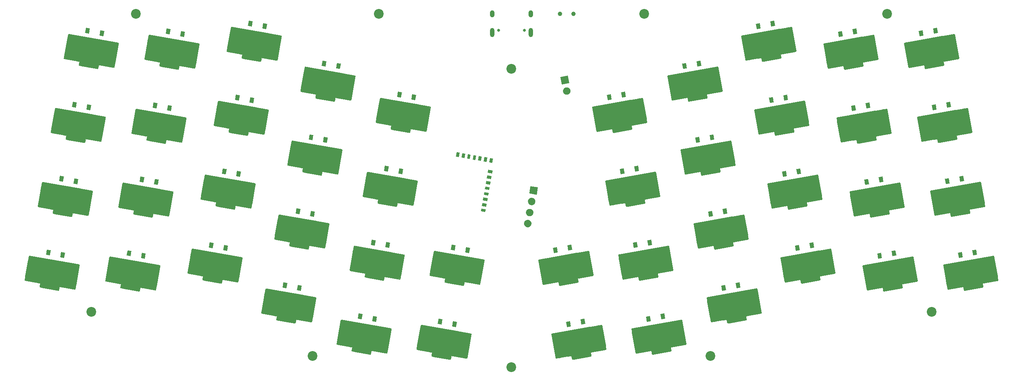
<source format=gbr>
%TF.GenerationSoftware,KiCad,Pcbnew,(5.1.10)-1*%
%TF.CreationDate,2021-11-02T21:32:16-06:00*%
%TF.ProjectId,VColChoc44,56436f6c-4368-46f6-9334-342e6b696361,rev?*%
%TF.SameCoordinates,Original*%
%TF.FileFunction,Soldermask,Top*%
%TF.FilePolarity,Negative*%
%FSLAX46Y46*%
G04 Gerber Fmt 4.6, Leading zero omitted, Abs format (unit mm)*
G04 Created by KiCad (PCBNEW (5.1.10)-1) date 2021-11-02 21:32:16*
%MOMM*%
%LPD*%
G01*
G04 APERTURE LIST*
%ADD10C,0.100000*%
%ADD11O,1.000000X2.100000*%
%ADD12C,0.650000*%
%ADD13O,1.000000X1.600000*%
%ADD14C,2.200000*%
%ADD15C,1.000000*%
G04 APERTURE END LIST*
D10*
%TO.C,U44*%
G36*
X254428588Y-117234593D02*
G01*
X254220211Y-116052824D01*
X255106538Y-115896541D01*
X255314915Y-117078310D01*
X254428588Y-117234593D01*
G37*
G36*
X251178722Y-117807631D02*
G01*
X250970345Y-116625862D01*
X251856672Y-116469579D01*
X252065049Y-117651348D01*
X251178722Y-117807631D01*
G37*
G36*
G01*
X248136875Y-122151842D02*
X248136875Y-122151842D01*
G75*
G02*
X250489237Y-118792320I2855942J503580D01*
G01*
X256299603Y-117767796D01*
G75*
G02*
X259659125Y-120120158I503580J-2855942D01*
G01*
X259659125Y-120120158D01*
G75*
G02*
X257306763Y-123479680I-2855942J-503580D01*
G01*
X251496397Y-124504204D01*
G75*
G02*
X248136875Y-122151842I-503580J2855942D01*
G01*
G37*
G36*
G01*
X247659342Y-119443620D02*
X247659342Y-119443620D01*
G75*
G02*
X247781016Y-119269852I147721J26047D01*
G01*
X259007824Y-117290262D01*
G75*
G02*
X259181592Y-117411936I26047J-147721D01*
G01*
X259181592Y-117411936D01*
G75*
G02*
X259059918Y-117585704I-147721J-26047D01*
G01*
X247833110Y-119565294D01*
G75*
G02*
X247659342Y-119443620I-26047J147721D01*
G01*
G37*
G36*
G01*
X252489766Y-125242930D02*
X252489766Y-125242930D01*
G75*
G02*
X252315998Y-125121256I-26047J147721D01*
G01*
X252177080Y-124333410D01*
G75*
G02*
X252298754Y-124159642I147721J26047D01*
G01*
X252298754Y-124159642D01*
G75*
G02*
X252472522Y-124281316I26047J-147721D01*
G01*
X252611440Y-125069162D01*
G75*
G02*
X252489766Y-125242930I-147721J-26047D01*
G01*
G37*
G36*
G01*
X260014983Y-123002147D02*
X260014983Y-123002147D01*
G75*
G02*
X259841215Y-122880473I-26047J147721D01*
G01*
X258886151Y-117464031D01*
G75*
G02*
X259007825Y-117290263I147721J26047D01*
G01*
X259007825Y-117290263D01*
G75*
G02*
X259181593Y-117411937I26047J-147721D01*
G01*
X260136657Y-122828379D01*
G75*
G02*
X260014983Y-123002147I-147721J-26047D01*
G01*
G37*
G36*
G01*
X256625958Y-124513608D02*
X256625958Y-124513608D01*
G75*
G02*
X256452190Y-124391934I-26047J147721D01*
G01*
X256313272Y-123604088D01*
G75*
G02*
X256434946Y-123430320I147721J26047D01*
G01*
X256434946Y-123430320D01*
G75*
G02*
X256608714Y-123551994I26047J-147721D01*
G01*
X256747632Y-124339840D01*
G75*
G02*
X256625958Y-124513608I-147721J-26047D01*
G01*
G37*
G36*
G01*
X248614407Y-124860063D02*
X248614407Y-124860063D01*
G75*
G02*
X248736081Y-124686295I147721J26047D01*
G01*
X259962889Y-122706705D01*
G75*
G02*
X260136657Y-122828379I26047J-147721D01*
G01*
X260136657Y-122828379D01*
G75*
G02*
X260014983Y-123002147I-147721J-26047D01*
G01*
X248788175Y-124981737D01*
G75*
G02*
X248614407Y-124860063I-26047J147721D01*
G01*
G37*
G36*
G01*
X252315998Y-125121256D02*
X252315998Y-125121256D01*
G75*
G02*
X252437672Y-124947488I147721J26047D01*
G01*
X256573864Y-124218166D01*
G75*
G02*
X256747632Y-124339840I26047J-147721D01*
G01*
X256747632Y-124339840D01*
G75*
G02*
X256625958Y-124513608I-147721J-26047D01*
G01*
X252489766Y-125242930D01*
G75*
G02*
X252315998Y-125121256I-26047J147721D01*
G01*
G37*
G36*
G01*
X248466806Y-124022976D02*
X247806942Y-120280706D01*
G75*
G02*
X248618102Y-119122250I984808J173648D01*
G01*
X248618102Y-119122250D01*
G75*
G02*
X249776558Y-119933410I173648J-984808D01*
G01*
X250436422Y-123675680D01*
G75*
G02*
X249625262Y-124834136I-984808J-173648D01*
G01*
X249625262Y-124834136D01*
G75*
G02*
X248466806Y-124022976I-173648J984808D01*
G01*
G37*
G36*
G01*
X252255221Y-124776573D02*
X252255221Y-124776573D01*
G75*
G02*
X252660801Y-124197345I492404J86824D01*
G01*
X256107629Y-123589577D01*
G75*
G02*
X256686857Y-123995157I86824J-492404D01*
G01*
X256686857Y-123995157D01*
G75*
G02*
X256281277Y-124574385I-492404J-86824D01*
G01*
X252834449Y-125182153D01*
G75*
G02*
X252255221Y-124776573I-86824J492404D01*
G01*
G37*
G36*
G01*
X258019441Y-122338589D02*
X257359577Y-118596319D01*
G75*
G02*
X258170737Y-117437863I984808J173648D01*
G01*
X258170737Y-117437863D01*
G75*
G02*
X259329193Y-118249023I173648J-984808D01*
G01*
X259989057Y-121991293D01*
G75*
G02*
X259177897Y-123149749I-984808J-173648D01*
G01*
X259177897Y-123149749D01*
G75*
G02*
X258019441Y-122338589I-173648J984808D01*
G01*
G37*
G36*
G01*
X248788174Y-124981736D02*
X248788174Y-124981736D01*
G75*
G02*
X248614406Y-124860062I-26047J147721D01*
G01*
X247659342Y-119443620D01*
G75*
G02*
X247781016Y-119269852I147721J26047D01*
G01*
X247781016Y-119269852D01*
G75*
G02*
X247954784Y-119391526I26047J-147721D01*
G01*
X248909848Y-124807968D01*
G75*
G02*
X248788174Y-124981736I-147721J-26047D01*
G01*
G37*
%TD*%
%TO.C,U32*%
G36*
X233229588Y-100663593D02*
G01*
X233021211Y-99481824D01*
X233907538Y-99325541D01*
X234115915Y-100507310D01*
X233229588Y-100663593D01*
G37*
G36*
X229979722Y-101236631D02*
G01*
X229771345Y-100054862D01*
X230657672Y-99898579D01*
X230866049Y-101080348D01*
X229979722Y-101236631D01*
G37*
G36*
G01*
X226937875Y-105580842D02*
X226937875Y-105580842D01*
G75*
G02*
X229290237Y-102221320I2855942J503580D01*
G01*
X235100603Y-101196796D01*
G75*
G02*
X238460125Y-103549158I503580J-2855942D01*
G01*
X238460125Y-103549158D01*
G75*
G02*
X236107763Y-106908680I-2855942J-503580D01*
G01*
X230297397Y-107933204D01*
G75*
G02*
X226937875Y-105580842I-503580J2855942D01*
G01*
G37*
G36*
G01*
X226460342Y-102872620D02*
X226460342Y-102872620D01*
G75*
G02*
X226582016Y-102698852I147721J26047D01*
G01*
X237808824Y-100719262D01*
G75*
G02*
X237982592Y-100840936I26047J-147721D01*
G01*
X237982592Y-100840936D01*
G75*
G02*
X237860918Y-101014704I-147721J-26047D01*
G01*
X226634110Y-102994294D01*
G75*
G02*
X226460342Y-102872620I-26047J147721D01*
G01*
G37*
G36*
G01*
X231290766Y-108671930D02*
X231290766Y-108671930D01*
G75*
G02*
X231116998Y-108550256I-26047J147721D01*
G01*
X230978080Y-107762410D01*
G75*
G02*
X231099754Y-107588642I147721J26047D01*
G01*
X231099754Y-107588642D01*
G75*
G02*
X231273522Y-107710316I26047J-147721D01*
G01*
X231412440Y-108498162D01*
G75*
G02*
X231290766Y-108671930I-147721J-26047D01*
G01*
G37*
G36*
G01*
X238815983Y-106431147D02*
X238815983Y-106431147D01*
G75*
G02*
X238642215Y-106309473I-26047J147721D01*
G01*
X237687151Y-100893031D01*
G75*
G02*
X237808825Y-100719263I147721J26047D01*
G01*
X237808825Y-100719263D01*
G75*
G02*
X237982593Y-100840937I26047J-147721D01*
G01*
X238937657Y-106257379D01*
G75*
G02*
X238815983Y-106431147I-147721J-26047D01*
G01*
G37*
G36*
G01*
X235426958Y-107942608D02*
X235426958Y-107942608D01*
G75*
G02*
X235253190Y-107820934I-26047J147721D01*
G01*
X235114272Y-107033088D01*
G75*
G02*
X235235946Y-106859320I147721J26047D01*
G01*
X235235946Y-106859320D01*
G75*
G02*
X235409714Y-106980994I26047J-147721D01*
G01*
X235548632Y-107768840D01*
G75*
G02*
X235426958Y-107942608I-147721J-26047D01*
G01*
G37*
G36*
G01*
X227415407Y-108289063D02*
X227415407Y-108289063D01*
G75*
G02*
X227537081Y-108115295I147721J26047D01*
G01*
X238763889Y-106135705D01*
G75*
G02*
X238937657Y-106257379I26047J-147721D01*
G01*
X238937657Y-106257379D01*
G75*
G02*
X238815983Y-106431147I-147721J-26047D01*
G01*
X227589175Y-108410737D01*
G75*
G02*
X227415407Y-108289063I-26047J147721D01*
G01*
G37*
G36*
G01*
X231116998Y-108550256D02*
X231116998Y-108550256D01*
G75*
G02*
X231238672Y-108376488I147721J26047D01*
G01*
X235374864Y-107647166D01*
G75*
G02*
X235548632Y-107768840I26047J-147721D01*
G01*
X235548632Y-107768840D01*
G75*
G02*
X235426958Y-107942608I-147721J-26047D01*
G01*
X231290766Y-108671930D01*
G75*
G02*
X231116998Y-108550256I-26047J147721D01*
G01*
G37*
G36*
G01*
X227267806Y-107451976D02*
X226607942Y-103709706D01*
G75*
G02*
X227419102Y-102551250I984808J173648D01*
G01*
X227419102Y-102551250D01*
G75*
G02*
X228577558Y-103362410I173648J-984808D01*
G01*
X229237422Y-107104680D01*
G75*
G02*
X228426262Y-108263136I-984808J-173648D01*
G01*
X228426262Y-108263136D01*
G75*
G02*
X227267806Y-107451976I-173648J984808D01*
G01*
G37*
G36*
G01*
X231056221Y-108205573D02*
X231056221Y-108205573D01*
G75*
G02*
X231461801Y-107626345I492404J86824D01*
G01*
X234908629Y-107018577D01*
G75*
G02*
X235487857Y-107424157I86824J-492404D01*
G01*
X235487857Y-107424157D01*
G75*
G02*
X235082277Y-108003385I-492404J-86824D01*
G01*
X231635449Y-108611153D01*
G75*
G02*
X231056221Y-108205573I-86824J492404D01*
G01*
G37*
G36*
G01*
X236820441Y-105767589D02*
X236160577Y-102025319D01*
G75*
G02*
X236971737Y-100866863I984808J173648D01*
G01*
X236971737Y-100866863D01*
G75*
G02*
X238130193Y-101678023I173648J-984808D01*
G01*
X238790057Y-105420293D01*
G75*
G02*
X237978897Y-106578749I-984808J-173648D01*
G01*
X237978897Y-106578749D01*
G75*
G02*
X236820441Y-105767589I-173648J984808D01*
G01*
G37*
G36*
G01*
X227589174Y-108410736D02*
X227589174Y-108410736D01*
G75*
G02*
X227415406Y-108289062I-26047J147721D01*
G01*
X226460342Y-102872620D01*
G75*
G02*
X226582016Y-102698852I147721J26047D01*
G01*
X226582016Y-102698852D01*
G75*
G02*
X226755784Y-102820526I26047J-147721D01*
G01*
X227710848Y-108236968D01*
G75*
G02*
X227589174Y-108410736I-147721J-26047D01*
G01*
G37*
%TD*%
%TO.C,U43*%
G36*
X236181588Y-117405593D02*
G01*
X235973211Y-116223824D01*
X236859538Y-116067541D01*
X237067915Y-117249310D01*
X236181588Y-117405593D01*
G37*
G36*
X232931722Y-117978631D02*
G01*
X232723345Y-116796862D01*
X233609672Y-116640579D01*
X233818049Y-117822348D01*
X232931722Y-117978631D01*
G37*
G36*
G01*
X229889875Y-122322842D02*
X229889875Y-122322842D01*
G75*
G02*
X232242237Y-118963320I2855942J503580D01*
G01*
X238052603Y-117938796D01*
G75*
G02*
X241412125Y-120291158I503580J-2855942D01*
G01*
X241412125Y-120291158D01*
G75*
G02*
X239059763Y-123650680I-2855942J-503580D01*
G01*
X233249397Y-124675204D01*
G75*
G02*
X229889875Y-122322842I-503580J2855942D01*
G01*
G37*
G36*
G01*
X229412342Y-119614620D02*
X229412342Y-119614620D01*
G75*
G02*
X229534016Y-119440852I147721J26047D01*
G01*
X240760824Y-117461262D01*
G75*
G02*
X240934592Y-117582936I26047J-147721D01*
G01*
X240934592Y-117582936D01*
G75*
G02*
X240812918Y-117756704I-147721J-26047D01*
G01*
X229586110Y-119736294D01*
G75*
G02*
X229412342Y-119614620I-26047J147721D01*
G01*
G37*
G36*
G01*
X234242766Y-125413930D02*
X234242766Y-125413930D01*
G75*
G02*
X234068998Y-125292256I-26047J147721D01*
G01*
X233930080Y-124504410D01*
G75*
G02*
X234051754Y-124330642I147721J26047D01*
G01*
X234051754Y-124330642D01*
G75*
G02*
X234225522Y-124452316I26047J-147721D01*
G01*
X234364440Y-125240162D01*
G75*
G02*
X234242766Y-125413930I-147721J-26047D01*
G01*
G37*
G36*
G01*
X241767983Y-123173147D02*
X241767983Y-123173147D01*
G75*
G02*
X241594215Y-123051473I-26047J147721D01*
G01*
X240639151Y-117635031D01*
G75*
G02*
X240760825Y-117461263I147721J26047D01*
G01*
X240760825Y-117461263D01*
G75*
G02*
X240934593Y-117582937I26047J-147721D01*
G01*
X241889657Y-122999379D01*
G75*
G02*
X241767983Y-123173147I-147721J-26047D01*
G01*
G37*
G36*
G01*
X238378958Y-124684608D02*
X238378958Y-124684608D01*
G75*
G02*
X238205190Y-124562934I-26047J147721D01*
G01*
X238066272Y-123775088D01*
G75*
G02*
X238187946Y-123601320I147721J26047D01*
G01*
X238187946Y-123601320D01*
G75*
G02*
X238361714Y-123722994I26047J-147721D01*
G01*
X238500632Y-124510840D01*
G75*
G02*
X238378958Y-124684608I-147721J-26047D01*
G01*
G37*
G36*
G01*
X230367407Y-125031063D02*
X230367407Y-125031063D01*
G75*
G02*
X230489081Y-124857295I147721J26047D01*
G01*
X241715889Y-122877705D01*
G75*
G02*
X241889657Y-122999379I26047J-147721D01*
G01*
X241889657Y-122999379D01*
G75*
G02*
X241767983Y-123173147I-147721J-26047D01*
G01*
X230541175Y-125152737D01*
G75*
G02*
X230367407Y-125031063I-26047J147721D01*
G01*
G37*
G36*
G01*
X234068998Y-125292256D02*
X234068998Y-125292256D01*
G75*
G02*
X234190672Y-125118488I147721J26047D01*
G01*
X238326864Y-124389166D01*
G75*
G02*
X238500632Y-124510840I26047J-147721D01*
G01*
X238500632Y-124510840D01*
G75*
G02*
X238378958Y-124684608I-147721J-26047D01*
G01*
X234242766Y-125413930D01*
G75*
G02*
X234068998Y-125292256I-26047J147721D01*
G01*
G37*
G36*
G01*
X230219806Y-124193976D02*
X229559942Y-120451706D01*
G75*
G02*
X230371102Y-119293250I984808J173648D01*
G01*
X230371102Y-119293250D01*
G75*
G02*
X231529558Y-120104410I173648J-984808D01*
G01*
X232189422Y-123846680D01*
G75*
G02*
X231378262Y-125005136I-984808J-173648D01*
G01*
X231378262Y-125005136D01*
G75*
G02*
X230219806Y-124193976I-173648J984808D01*
G01*
G37*
G36*
G01*
X234008221Y-124947573D02*
X234008221Y-124947573D01*
G75*
G02*
X234413801Y-124368345I492404J86824D01*
G01*
X237860629Y-123760577D01*
G75*
G02*
X238439857Y-124166157I86824J-492404D01*
G01*
X238439857Y-124166157D01*
G75*
G02*
X238034277Y-124745385I-492404J-86824D01*
G01*
X234587449Y-125353153D01*
G75*
G02*
X234008221Y-124947573I-86824J492404D01*
G01*
G37*
G36*
G01*
X239772441Y-122509589D02*
X239112577Y-118767319D01*
G75*
G02*
X239923737Y-117608863I984808J173648D01*
G01*
X239923737Y-117608863D01*
G75*
G02*
X241082193Y-118420023I173648J-984808D01*
G01*
X241742057Y-122162293D01*
G75*
G02*
X240930897Y-123320749I-984808J-173648D01*
G01*
X240930897Y-123320749D01*
G75*
G02*
X239772441Y-122509589I-173648J984808D01*
G01*
G37*
G36*
G01*
X230541174Y-125152736D02*
X230541174Y-125152736D01*
G75*
G02*
X230367406Y-125031062I-26047J147721D01*
G01*
X229412342Y-119614620D01*
G75*
G02*
X229534016Y-119440852I147721J26047D01*
G01*
X229534016Y-119440852D01*
G75*
G02*
X229707784Y-119562526I26047J-147721D01*
G01*
X230662848Y-124978968D01*
G75*
G02*
X230541174Y-125152736I-147721J-26047D01*
G01*
G37*
%TD*%
%TO.C,U42*%
G36*
X217586588Y-115607593D02*
G01*
X217378211Y-114425824D01*
X218264538Y-114269541D01*
X218472915Y-115451310D01*
X217586588Y-115607593D01*
G37*
G36*
X214336722Y-116180631D02*
G01*
X214128345Y-114998862D01*
X215014672Y-114842579D01*
X215223049Y-116024348D01*
X214336722Y-116180631D01*
G37*
G36*
G01*
X211294875Y-120524842D02*
X211294875Y-120524842D01*
G75*
G02*
X213647237Y-117165320I2855942J503580D01*
G01*
X219457603Y-116140796D01*
G75*
G02*
X222817125Y-118493158I503580J-2855942D01*
G01*
X222817125Y-118493158D01*
G75*
G02*
X220464763Y-121852680I-2855942J-503580D01*
G01*
X214654397Y-122877204D01*
G75*
G02*
X211294875Y-120524842I-503580J2855942D01*
G01*
G37*
G36*
G01*
X210817342Y-117816620D02*
X210817342Y-117816620D01*
G75*
G02*
X210939016Y-117642852I147721J26047D01*
G01*
X222165824Y-115663262D01*
G75*
G02*
X222339592Y-115784936I26047J-147721D01*
G01*
X222339592Y-115784936D01*
G75*
G02*
X222217918Y-115958704I-147721J-26047D01*
G01*
X210991110Y-117938294D01*
G75*
G02*
X210817342Y-117816620I-26047J147721D01*
G01*
G37*
G36*
G01*
X215647766Y-123615930D02*
X215647766Y-123615930D01*
G75*
G02*
X215473998Y-123494256I-26047J147721D01*
G01*
X215335080Y-122706410D01*
G75*
G02*
X215456754Y-122532642I147721J26047D01*
G01*
X215456754Y-122532642D01*
G75*
G02*
X215630522Y-122654316I26047J-147721D01*
G01*
X215769440Y-123442162D01*
G75*
G02*
X215647766Y-123615930I-147721J-26047D01*
G01*
G37*
G36*
G01*
X223172983Y-121375147D02*
X223172983Y-121375147D01*
G75*
G02*
X222999215Y-121253473I-26047J147721D01*
G01*
X222044151Y-115837031D01*
G75*
G02*
X222165825Y-115663263I147721J26047D01*
G01*
X222165825Y-115663263D01*
G75*
G02*
X222339593Y-115784937I26047J-147721D01*
G01*
X223294657Y-121201379D01*
G75*
G02*
X223172983Y-121375147I-147721J-26047D01*
G01*
G37*
G36*
G01*
X219783958Y-122886608D02*
X219783958Y-122886608D01*
G75*
G02*
X219610190Y-122764934I-26047J147721D01*
G01*
X219471272Y-121977088D01*
G75*
G02*
X219592946Y-121803320I147721J26047D01*
G01*
X219592946Y-121803320D01*
G75*
G02*
X219766714Y-121924994I26047J-147721D01*
G01*
X219905632Y-122712840D01*
G75*
G02*
X219783958Y-122886608I-147721J-26047D01*
G01*
G37*
G36*
G01*
X211772407Y-123233063D02*
X211772407Y-123233063D01*
G75*
G02*
X211894081Y-123059295I147721J26047D01*
G01*
X223120889Y-121079705D01*
G75*
G02*
X223294657Y-121201379I26047J-147721D01*
G01*
X223294657Y-121201379D01*
G75*
G02*
X223172983Y-121375147I-147721J-26047D01*
G01*
X211946175Y-123354737D01*
G75*
G02*
X211772407Y-123233063I-26047J147721D01*
G01*
G37*
G36*
G01*
X215473998Y-123494256D02*
X215473998Y-123494256D01*
G75*
G02*
X215595672Y-123320488I147721J26047D01*
G01*
X219731864Y-122591166D01*
G75*
G02*
X219905632Y-122712840I26047J-147721D01*
G01*
X219905632Y-122712840D01*
G75*
G02*
X219783958Y-122886608I-147721J-26047D01*
G01*
X215647766Y-123615930D01*
G75*
G02*
X215473998Y-123494256I-26047J147721D01*
G01*
G37*
G36*
G01*
X211624806Y-122395976D02*
X210964942Y-118653706D01*
G75*
G02*
X211776102Y-117495250I984808J173648D01*
G01*
X211776102Y-117495250D01*
G75*
G02*
X212934558Y-118306410I173648J-984808D01*
G01*
X213594422Y-122048680D01*
G75*
G02*
X212783262Y-123207136I-984808J-173648D01*
G01*
X212783262Y-123207136D01*
G75*
G02*
X211624806Y-122395976I-173648J984808D01*
G01*
G37*
G36*
G01*
X215413221Y-123149573D02*
X215413221Y-123149573D01*
G75*
G02*
X215818801Y-122570345I492404J86824D01*
G01*
X219265629Y-121962577D01*
G75*
G02*
X219844857Y-122368157I86824J-492404D01*
G01*
X219844857Y-122368157D01*
G75*
G02*
X219439277Y-122947385I-492404J-86824D01*
G01*
X215992449Y-123555153D01*
G75*
G02*
X215413221Y-123149573I-86824J492404D01*
G01*
G37*
G36*
G01*
X221177441Y-120711589D02*
X220517577Y-116969319D01*
G75*
G02*
X221328737Y-115810863I984808J173648D01*
G01*
X221328737Y-115810863D01*
G75*
G02*
X222487193Y-116622023I173648J-984808D01*
G01*
X223147057Y-120364293D01*
G75*
G02*
X222335897Y-121522749I-984808J-173648D01*
G01*
X222335897Y-121522749D01*
G75*
G02*
X221177441Y-120711589I-173648J984808D01*
G01*
G37*
G36*
G01*
X211946174Y-123354736D02*
X211946174Y-123354736D01*
G75*
G02*
X211772406Y-123233062I-26047J147721D01*
G01*
X210817342Y-117816620D01*
G75*
G02*
X210939016Y-117642852I147721J26047D01*
G01*
X210939016Y-117642852D01*
G75*
G02*
X211112784Y-117764526I26047J-147721D01*
G01*
X212067848Y-123180968D01*
G75*
G02*
X211946174Y-123354736I-147721J-26047D01*
G01*
G37*
%TD*%
%TO.C,U41*%
G36*
X200901588Y-124641593D02*
G01*
X200693211Y-123459824D01*
X201579538Y-123303541D01*
X201787915Y-124485310D01*
X200901588Y-124641593D01*
G37*
G36*
X197651722Y-125214631D02*
G01*
X197443345Y-124032862D01*
X198329672Y-123876579D01*
X198538049Y-125058348D01*
X197651722Y-125214631D01*
G37*
G36*
G01*
X194609875Y-129558842D02*
X194609875Y-129558842D01*
G75*
G02*
X196962237Y-126199320I2855942J503580D01*
G01*
X202772603Y-125174796D01*
G75*
G02*
X206132125Y-127527158I503580J-2855942D01*
G01*
X206132125Y-127527158D01*
G75*
G02*
X203779763Y-130886680I-2855942J-503580D01*
G01*
X197969397Y-131911204D01*
G75*
G02*
X194609875Y-129558842I-503580J2855942D01*
G01*
G37*
G36*
G01*
X194132342Y-126850620D02*
X194132342Y-126850620D01*
G75*
G02*
X194254016Y-126676852I147721J26047D01*
G01*
X205480824Y-124697262D01*
G75*
G02*
X205654592Y-124818936I26047J-147721D01*
G01*
X205654592Y-124818936D01*
G75*
G02*
X205532918Y-124992704I-147721J-26047D01*
G01*
X194306110Y-126972294D01*
G75*
G02*
X194132342Y-126850620I-26047J147721D01*
G01*
G37*
G36*
G01*
X198962766Y-132649930D02*
X198962766Y-132649930D01*
G75*
G02*
X198788998Y-132528256I-26047J147721D01*
G01*
X198650080Y-131740410D01*
G75*
G02*
X198771754Y-131566642I147721J26047D01*
G01*
X198771754Y-131566642D01*
G75*
G02*
X198945522Y-131688316I26047J-147721D01*
G01*
X199084440Y-132476162D01*
G75*
G02*
X198962766Y-132649930I-147721J-26047D01*
G01*
G37*
G36*
G01*
X206487983Y-130409147D02*
X206487983Y-130409147D01*
G75*
G02*
X206314215Y-130287473I-26047J147721D01*
G01*
X205359151Y-124871031D01*
G75*
G02*
X205480825Y-124697263I147721J26047D01*
G01*
X205480825Y-124697263D01*
G75*
G02*
X205654593Y-124818937I26047J-147721D01*
G01*
X206609657Y-130235379D01*
G75*
G02*
X206487983Y-130409147I-147721J-26047D01*
G01*
G37*
G36*
G01*
X203098958Y-131920608D02*
X203098958Y-131920608D01*
G75*
G02*
X202925190Y-131798934I-26047J147721D01*
G01*
X202786272Y-131011088D01*
G75*
G02*
X202907946Y-130837320I147721J26047D01*
G01*
X202907946Y-130837320D01*
G75*
G02*
X203081714Y-130958994I26047J-147721D01*
G01*
X203220632Y-131746840D01*
G75*
G02*
X203098958Y-131920608I-147721J-26047D01*
G01*
G37*
G36*
G01*
X195087407Y-132267063D02*
X195087407Y-132267063D01*
G75*
G02*
X195209081Y-132093295I147721J26047D01*
G01*
X206435889Y-130113705D01*
G75*
G02*
X206609657Y-130235379I26047J-147721D01*
G01*
X206609657Y-130235379D01*
G75*
G02*
X206487983Y-130409147I-147721J-26047D01*
G01*
X195261175Y-132388737D01*
G75*
G02*
X195087407Y-132267063I-26047J147721D01*
G01*
G37*
G36*
G01*
X198788998Y-132528256D02*
X198788998Y-132528256D01*
G75*
G02*
X198910672Y-132354488I147721J26047D01*
G01*
X203046864Y-131625166D01*
G75*
G02*
X203220632Y-131746840I26047J-147721D01*
G01*
X203220632Y-131746840D01*
G75*
G02*
X203098958Y-131920608I-147721J-26047D01*
G01*
X198962766Y-132649930D01*
G75*
G02*
X198788998Y-132528256I-26047J147721D01*
G01*
G37*
G36*
G01*
X194939806Y-131429976D02*
X194279942Y-127687706D01*
G75*
G02*
X195091102Y-126529250I984808J173648D01*
G01*
X195091102Y-126529250D01*
G75*
G02*
X196249558Y-127340410I173648J-984808D01*
G01*
X196909422Y-131082680D01*
G75*
G02*
X196098262Y-132241136I-984808J-173648D01*
G01*
X196098262Y-132241136D01*
G75*
G02*
X194939806Y-131429976I-173648J984808D01*
G01*
G37*
G36*
G01*
X198728221Y-132183573D02*
X198728221Y-132183573D01*
G75*
G02*
X199133801Y-131604345I492404J86824D01*
G01*
X202580629Y-130996577D01*
G75*
G02*
X203159857Y-131402157I86824J-492404D01*
G01*
X203159857Y-131402157D01*
G75*
G02*
X202754277Y-131981385I-492404J-86824D01*
G01*
X199307449Y-132589153D01*
G75*
G02*
X198728221Y-132183573I-86824J492404D01*
G01*
G37*
G36*
G01*
X204492441Y-129745589D02*
X203832577Y-126003319D01*
G75*
G02*
X204643737Y-124844863I984808J173648D01*
G01*
X204643737Y-124844863D01*
G75*
G02*
X205802193Y-125656023I173648J-984808D01*
G01*
X206462057Y-129398293D01*
G75*
G02*
X205650897Y-130556749I-984808J-173648D01*
G01*
X205650897Y-130556749D01*
G75*
G02*
X204492441Y-129745589I-173648J984808D01*
G01*
G37*
G36*
G01*
X195261174Y-132388736D02*
X195261174Y-132388736D01*
G75*
G02*
X195087406Y-132267062I-26047J147721D01*
G01*
X194132342Y-126850620D01*
G75*
G02*
X194254016Y-126676852I147721J26047D01*
G01*
X194254016Y-126676852D01*
G75*
G02*
X194427784Y-126798526I26047J-147721D01*
G01*
X195382848Y-132214968D01*
G75*
G02*
X195261174Y-132388736I-147721J-26047D01*
G01*
G37*
%TD*%
%TO.C,U40*%
G36*
X183869588Y-131706593D02*
G01*
X183661211Y-130524824D01*
X184547538Y-130368541D01*
X184755915Y-131550310D01*
X183869588Y-131706593D01*
G37*
G36*
X180619722Y-132279631D02*
G01*
X180411345Y-131097862D01*
X181297672Y-130941579D01*
X181506049Y-132123348D01*
X180619722Y-132279631D01*
G37*
G36*
G01*
X177577875Y-136623842D02*
X177577875Y-136623842D01*
G75*
G02*
X179930237Y-133264320I2855942J503580D01*
G01*
X185740603Y-132239796D01*
G75*
G02*
X189100125Y-134592158I503580J-2855942D01*
G01*
X189100125Y-134592158D01*
G75*
G02*
X186747763Y-137951680I-2855942J-503580D01*
G01*
X180937397Y-138976204D01*
G75*
G02*
X177577875Y-136623842I-503580J2855942D01*
G01*
G37*
G36*
G01*
X177100342Y-133915620D02*
X177100342Y-133915620D01*
G75*
G02*
X177222016Y-133741852I147721J26047D01*
G01*
X188448824Y-131762262D01*
G75*
G02*
X188622592Y-131883936I26047J-147721D01*
G01*
X188622592Y-131883936D01*
G75*
G02*
X188500918Y-132057704I-147721J-26047D01*
G01*
X177274110Y-134037294D01*
G75*
G02*
X177100342Y-133915620I-26047J147721D01*
G01*
G37*
G36*
G01*
X181930766Y-139714930D02*
X181930766Y-139714930D01*
G75*
G02*
X181756998Y-139593256I-26047J147721D01*
G01*
X181618080Y-138805410D01*
G75*
G02*
X181739754Y-138631642I147721J26047D01*
G01*
X181739754Y-138631642D01*
G75*
G02*
X181913522Y-138753316I26047J-147721D01*
G01*
X182052440Y-139541162D01*
G75*
G02*
X181930766Y-139714930I-147721J-26047D01*
G01*
G37*
G36*
G01*
X189455983Y-137474147D02*
X189455983Y-137474147D01*
G75*
G02*
X189282215Y-137352473I-26047J147721D01*
G01*
X188327151Y-131936031D01*
G75*
G02*
X188448825Y-131762263I147721J26047D01*
G01*
X188448825Y-131762263D01*
G75*
G02*
X188622593Y-131883937I26047J-147721D01*
G01*
X189577657Y-137300379D01*
G75*
G02*
X189455983Y-137474147I-147721J-26047D01*
G01*
G37*
G36*
G01*
X186066958Y-138985608D02*
X186066958Y-138985608D01*
G75*
G02*
X185893190Y-138863934I-26047J147721D01*
G01*
X185754272Y-138076088D01*
G75*
G02*
X185875946Y-137902320I147721J26047D01*
G01*
X185875946Y-137902320D01*
G75*
G02*
X186049714Y-138023994I26047J-147721D01*
G01*
X186188632Y-138811840D01*
G75*
G02*
X186066958Y-138985608I-147721J-26047D01*
G01*
G37*
G36*
G01*
X178055407Y-139332063D02*
X178055407Y-139332063D01*
G75*
G02*
X178177081Y-139158295I147721J26047D01*
G01*
X189403889Y-137178705D01*
G75*
G02*
X189577657Y-137300379I26047J-147721D01*
G01*
X189577657Y-137300379D01*
G75*
G02*
X189455983Y-137474147I-147721J-26047D01*
G01*
X178229175Y-139453737D01*
G75*
G02*
X178055407Y-139332063I-26047J147721D01*
G01*
G37*
G36*
G01*
X181756998Y-139593256D02*
X181756998Y-139593256D01*
G75*
G02*
X181878672Y-139419488I147721J26047D01*
G01*
X186014864Y-138690166D01*
G75*
G02*
X186188632Y-138811840I26047J-147721D01*
G01*
X186188632Y-138811840D01*
G75*
G02*
X186066958Y-138985608I-147721J-26047D01*
G01*
X181930766Y-139714930D01*
G75*
G02*
X181756998Y-139593256I-26047J147721D01*
G01*
G37*
G36*
G01*
X177907806Y-138494976D02*
X177247942Y-134752706D01*
G75*
G02*
X178059102Y-133594250I984808J173648D01*
G01*
X178059102Y-133594250D01*
G75*
G02*
X179217558Y-134405410I173648J-984808D01*
G01*
X179877422Y-138147680D01*
G75*
G02*
X179066262Y-139306136I-984808J-173648D01*
G01*
X179066262Y-139306136D01*
G75*
G02*
X177907806Y-138494976I-173648J984808D01*
G01*
G37*
G36*
G01*
X181696221Y-139248573D02*
X181696221Y-139248573D01*
G75*
G02*
X182101801Y-138669345I492404J86824D01*
G01*
X185548629Y-138061577D01*
G75*
G02*
X186127857Y-138467157I86824J-492404D01*
G01*
X186127857Y-138467157D01*
G75*
G02*
X185722277Y-139046385I-492404J-86824D01*
G01*
X182275449Y-139654153D01*
G75*
G02*
X181696221Y-139248573I-86824J492404D01*
G01*
G37*
G36*
G01*
X187460441Y-136810589D02*
X186800577Y-133068319D01*
G75*
G02*
X187611737Y-131909863I984808J173648D01*
G01*
X187611737Y-131909863D01*
G75*
G02*
X188770193Y-132721023I173648J-984808D01*
G01*
X189430057Y-136463293D01*
G75*
G02*
X188618897Y-137621749I-984808J-173648D01*
G01*
X188618897Y-137621749D01*
G75*
G02*
X187460441Y-136810589I-173648J984808D01*
G01*
G37*
G36*
G01*
X178229174Y-139453736D02*
X178229174Y-139453736D01*
G75*
G02*
X178055406Y-139332062I-26047J147721D01*
G01*
X177100342Y-133915620D01*
G75*
G02*
X177222016Y-133741852I147721J26047D01*
G01*
X177222016Y-133741852D01*
G75*
G02*
X177395784Y-133863526I26047J-147721D01*
G01*
X178350848Y-139279968D01*
G75*
G02*
X178229174Y-139453736I-147721J-26047D01*
G01*
G37*
%TD*%
%TO.C,U39*%
G36*
X165795588Y-132862593D02*
G01*
X165587211Y-131680824D01*
X166473538Y-131524541D01*
X166681915Y-132706310D01*
X165795588Y-132862593D01*
G37*
G36*
X162545722Y-133435631D02*
G01*
X162337345Y-132253862D01*
X163223672Y-132097579D01*
X163432049Y-133279348D01*
X162545722Y-133435631D01*
G37*
G36*
G01*
X159503875Y-137779842D02*
X159503875Y-137779842D01*
G75*
G02*
X161856237Y-134420320I2855942J503580D01*
G01*
X167666603Y-133395796D01*
G75*
G02*
X171026125Y-135748158I503580J-2855942D01*
G01*
X171026125Y-135748158D01*
G75*
G02*
X168673763Y-139107680I-2855942J-503580D01*
G01*
X162863397Y-140132204D01*
G75*
G02*
X159503875Y-137779842I-503580J2855942D01*
G01*
G37*
G36*
G01*
X159026342Y-135071620D02*
X159026342Y-135071620D01*
G75*
G02*
X159148016Y-134897852I147721J26047D01*
G01*
X170374824Y-132918262D01*
G75*
G02*
X170548592Y-133039936I26047J-147721D01*
G01*
X170548592Y-133039936D01*
G75*
G02*
X170426918Y-133213704I-147721J-26047D01*
G01*
X159200110Y-135193294D01*
G75*
G02*
X159026342Y-135071620I-26047J147721D01*
G01*
G37*
G36*
G01*
X163856766Y-140870930D02*
X163856766Y-140870930D01*
G75*
G02*
X163682998Y-140749256I-26047J147721D01*
G01*
X163544080Y-139961410D01*
G75*
G02*
X163665754Y-139787642I147721J26047D01*
G01*
X163665754Y-139787642D01*
G75*
G02*
X163839522Y-139909316I26047J-147721D01*
G01*
X163978440Y-140697162D01*
G75*
G02*
X163856766Y-140870930I-147721J-26047D01*
G01*
G37*
G36*
G01*
X171381983Y-138630147D02*
X171381983Y-138630147D01*
G75*
G02*
X171208215Y-138508473I-26047J147721D01*
G01*
X170253151Y-133092031D01*
G75*
G02*
X170374825Y-132918263I147721J26047D01*
G01*
X170374825Y-132918263D01*
G75*
G02*
X170548593Y-133039937I26047J-147721D01*
G01*
X171503657Y-138456379D01*
G75*
G02*
X171381983Y-138630147I-147721J-26047D01*
G01*
G37*
G36*
G01*
X167992958Y-140141608D02*
X167992958Y-140141608D01*
G75*
G02*
X167819190Y-140019934I-26047J147721D01*
G01*
X167680272Y-139232088D01*
G75*
G02*
X167801946Y-139058320I147721J26047D01*
G01*
X167801946Y-139058320D01*
G75*
G02*
X167975714Y-139179994I26047J-147721D01*
G01*
X168114632Y-139967840D01*
G75*
G02*
X167992958Y-140141608I-147721J-26047D01*
G01*
G37*
G36*
G01*
X159981407Y-140488063D02*
X159981407Y-140488063D01*
G75*
G02*
X160103081Y-140314295I147721J26047D01*
G01*
X171329889Y-138334705D01*
G75*
G02*
X171503657Y-138456379I26047J-147721D01*
G01*
X171503657Y-138456379D01*
G75*
G02*
X171381983Y-138630147I-147721J-26047D01*
G01*
X160155175Y-140609737D01*
G75*
G02*
X159981407Y-140488063I-26047J147721D01*
G01*
G37*
G36*
G01*
X163682998Y-140749256D02*
X163682998Y-140749256D01*
G75*
G02*
X163804672Y-140575488I147721J26047D01*
G01*
X167940864Y-139846166D01*
G75*
G02*
X168114632Y-139967840I26047J-147721D01*
G01*
X168114632Y-139967840D01*
G75*
G02*
X167992958Y-140141608I-147721J-26047D01*
G01*
X163856766Y-140870930D01*
G75*
G02*
X163682998Y-140749256I-26047J147721D01*
G01*
G37*
G36*
G01*
X159833806Y-139650976D02*
X159173942Y-135908706D01*
G75*
G02*
X159985102Y-134750250I984808J173648D01*
G01*
X159985102Y-134750250D01*
G75*
G02*
X161143558Y-135561410I173648J-984808D01*
G01*
X161803422Y-139303680D01*
G75*
G02*
X160992262Y-140462136I-984808J-173648D01*
G01*
X160992262Y-140462136D01*
G75*
G02*
X159833806Y-139650976I-173648J984808D01*
G01*
G37*
G36*
G01*
X163622221Y-140404573D02*
X163622221Y-140404573D01*
G75*
G02*
X164027801Y-139825345I492404J86824D01*
G01*
X167474629Y-139217577D01*
G75*
G02*
X168053857Y-139623157I86824J-492404D01*
G01*
X168053857Y-139623157D01*
G75*
G02*
X167648277Y-140202385I-492404J-86824D01*
G01*
X164201449Y-140810153D01*
G75*
G02*
X163622221Y-140404573I-86824J492404D01*
G01*
G37*
G36*
G01*
X169386441Y-137966589D02*
X168726577Y-134224319D01*
G75*
G02*
X169537737Y-133065863I984808J173648D01*
G01*
X169537737Y-133065863D01*
G75*
G02*
X170696193Y-133877023I173648J-984808D01*
G01*
X171356057Y-137619293D01*
G75*
G02*
X170544897Y-138777749I-984808J-173648D01*
G01*
X170544897Y-138777749D01*
G75*
G02*
X169386441Y-137966589I-173648J984808D01*
G01*
G37*
G36*
G01*
X160155174Y-140609736D02*
X160155174Y-140609736D01*
G75*
G02*
X159981406Y-140488062I-26047J147721D01*
G01*
X159026342Y-135071620D01*
G75*
G02*
X159148016Y-134897852I147721J26047D01*
G01*
X159148016Y-134897852D01*
G75*
G02*
X159321784Y-135019526I26047J-147721D01*
G01*
X160276848Y-140435968D01*
G75*
G02*
X160155174Y-140609736I-147721J-26047D01*
G01*
G37*
%TD*%
%TO.C,U33*%
G36*
X251476588Y-100492593D02*
G01*
X251268211Y-99310824D01*
X252154538Y-99154541D01*
X252362915Y-100336310D01*
X251476588Y-100492593D01*
G37*
G36*
X248226722Y-101065631D02*
G01*
X248018345Y-99883862D01*
X248904672Y-99727579D01*
X249113049Y-100909348D01*
X248226722Y-101065631D01*
G37*
G36*
G01*
X245184875Y-105409842D02*
X245184875Y-105409842D01*
G75*
G02*
X247537237Y-102050320I2855942J503580D01*
G01*
X253347603Y-101025796D01*
G75*
G02*
X256707125Y-103378158I503580J-2855942D01*
G01*
X256707125Y-103378158D01*
G75*
G02*
X254354763Y-106737680I-2855942J-503580D01*
G01*
X248544397Y-107762204D01*
G75*
G02*
X245184875Y-105409842I-503580J2855942D01*
G01*
G37*
G36*
G01*
X244707342Y-102701620D02*
X244707342Y-102701620D01*
G75*
G02*
X244829016Y-102527852I147721J26047D01*
G01*
X256055824Y-100548262D01*
G75*
G02*
X256229592Y-100669936I26047J-147721D01*
G01*
X256229592Y-100669936D01*
G75*
G02*
X256107918Y-100843704I-147721J-26047D01*
G01*
X244881110Y-102823294D01*
G75*
G02*
X244707342Y-102701620I-26047J147721D01*
G01*
G37*
G36*
G01*
X249537766Y-108500930D02*
X249537766Y-108500930D01*
G75*
G02*
X249363998Y-108379256I-26047J147721D01*
G01*
X249225080Y-107591410D01*
G75*
G02*
X249346754Y-107417642I147721J26047D01*
G01*
X249346754Y-107417642D01*
G75*
G02*
X249520522Y-107539316I26047J-147721D01*
G01*
X249659440Y-108327162D01*
G75*
G02*
X249537766Y-108500930I-147721J-26047D01*
G01*
G37*
G36*
G01*
X257062983Y-106260147D02*
X257062983Y-106260147D01*
G75*
G02*
X256889215Y-106138473I-26047J147721D01*
G01*
X255934151Y-100722031D01*
G75*
G02*
X256055825Y-100548263I147721J26047D01*
G01*
X256055825Y-100548263D01*
G75*
G02*
X256229593Y-100669937I26047J-147721D01*
G01*
X257184657Y-106086379D01*
G75*
G02*
X257062983Y-106260147I-147721J-26047D01*
G01*
G37*
G36*
G01*
X253673958Y-107771608D02*
X253673958Y-107771608D01*
G75*
G02*
X253500190Y-107649934I-26047J147721D01*
G01*
X253361272Y-106862088D01*
G75*
G02*
X253482946Y-106688320I147721J26047D01*
G01*
X253482946Y-106688320D01*
G75*
G02*
X253656714Y-106809994I26047J-147721D01*
G01*
X253795632Y-107597840D01*
G75*
G02*
X253673958Y-107771608I-147721J-26047D01*
G01*
G37*
G36*
G01*
X245662407Y-108118063D02*
X245662407Y-108118063D01*
G75*
G02*
X245784081Y-107944295I147721J26047D01*
G01*
X257010889Y-105964705D01*
G75*
G02*
X257184657Y-106086379I26047J-147721D01*
G01*
X257184657Y-106086379D01*
G75*
G02*
X257062983Y-106260147I-147721J-26047D01*
G01*
X245836175Y-108239737D01*
G75*
G02*
X245662407Y-108118063I-26047J147721D01*
G01*
G37*
G36*
G01*
X249363998Y-108379256D02*
X249363998Y-108379256D01*
G75*
G02*
X249485672Y-108205488I147721J26047D01*
G01*
X253621864Y-107476166D01*
G75*
G02*
X253795632Y-107597840I26047J-147721D01*
G01*
X253795632Y-107597840D01*
G75*
G02*
X253673958Y-107771608I-147721J-26047D01*
G01*
X249537766Y-108500930D01*
G75*
G02*
X249363998Y-108379256I-26047J147721D01*
G01*
G37*
G36*
G01*
X245514806Y-107280976D02*
X244854942Y-103538706D01*
G75*
G02*
X245666102Y-102380250I984808J173648D01*
G01*
X245666102Y-102380250D01*
G75*
G02*
X246824558Y-103191410I173648J-984808D01*
G01*
X247484422Y-106933680D01*
G75*
G02*
X246673262Y-108092136I-984808J-173648D01*
G01*
X246673262Y-108092136D01*
G75*
G02*
X245514806Y-107280976I-173648J984808D01*
G01*
G37*
G36*
G01*
X249303221Y-108034573D02*
X249303221Y-108034573D01*
G75*
G02*
X249708801Y-107455345I492404J86824D01*
G01*
X253155629Y-106847577D01*
G75*
G02*
X253734857Y-107253157I86824J-492404D01*
G01*
X253734857Y-107253157D01*
G75*
G02*
X253329277Y-107832385I-492404J-86824D01*
G01*
X249882449Y-108440153D01*
G75*
G02*
X249303221Y-108034573I-86824J492404D01*
G01*
G37*
G36*
G01*
X255067441Y-105596589D02*
X254407577Y-101854319D01*
G75*
G02*
X255218737Y-100695863I984808J173648D01*
G01*
X255218737Y-100695863D01*
G75*
G02*
X256377193Y-101507023I173648J-984808D01*
G01*
X257037057Y-105249293D01*
G75*
G02*
X256225897Y-106407749I-984808J-173648D01*
G01*
X256225897Y-106407749D01*
G75*
G02*
X255067441Y-105596589I-173648J984808D01*
G01*
G37*
G36*
G01*
X245836174Y-108239736D02*
X245836174Y-108239736D01*
G75*
G02*
X245662406Y-108118062I-26047J147721D01*
G01*
X244707342Y-102701620D01*
G75*
G02*
X244829016Y-102527852I147721J26047D01*
G01*
X244829016Y-102527852D01*
G75*
G02*
X245002784Y-102649526I26047J-147721D01*
G01*
X245957848Y-108065968D01*
G75*
G02*
X245836174Y-108239736I-147721J-26047D01*
G01*
G37*
%TD*%
%TO.C,U31*%
G36*
X214634588Y-98865593D02*
G01*
X214426211Y-97683824D01*
X215312538Y-97527541D01*
X215520915Y-98709310D01*
X214634588Y-98865593D01*
G37*
G36*
X211384722Y-99438631D02*
G01*
X211176345Y-98256862D01*
X212062672Y-98100579D01*
X212271049Y-99282348D01*
X211384722Y-99438631D01*
G37*
G36*
G01*
X208342875Y-103782842D02*
X208342875Y-103782842D01*
G75*
G02*
X210695237Y-100423320I2855942J503580D01*
G01*
X216505603Y-99398796D01*
G75*
G02*
X219865125Y-101751158I503580J-2855942D01*
G01*
X219865125Y-101751158D01*
G75*
G02*
X217512763Y-105110680I-2855942J-503580D01*
G01*
X211702397Y-106135204D01*
G75*
G02*
X208342875Y-103782842I-503580J2855942D01*
G01*
G37*
G36*
G01*
X207865342Y-101074620D02*
X207865342Y-101074620D01*
G75*
G02*
X207987016Y-100900852I147721J26047D01*
G01*
X219213824Y-98921262D01*
G75*
G02*
X219387592Y-99042936I26047J-147721D01*
G01*
X219387592Y-99042936D01*
G75*
G02*
X219265918Y-99216704I-147721J-26047D01*
G01*
X208039110Y-101196294D01*
G75*
G02*
X207865342Y-101074620I-26047J147721D01*
G01*
G37*
G36*
G01*
X212695766Y-106873930D02*
X212695766Y-106873930D01*
G75*
G02*
X212521998Y-106752256I-26047J147721D01*
G01*
X212383080Y-105964410D01*
G75*
G02*
X212504754Y-105790642I147721J26047D01*
G01*
X212504754Y-105790642D01*
G75*
G02*
X212678522Y-105912316I26047J-147721D01*
G01*
X212817440Y-106700162D01*
G75*
G02*
X212695766Y-106873930I-147721J-26047D01*
G01*
G37*
G36*
G01*
X220220983Y-104633147D02*
X220220983Y-104633147D01*
G75*
G02*
X220047215Y-104511473I-26047J147721D01*
G01*
X219092151Y-99095031D01*
G75*
G02*
X219213825Y-98921263I147721J26047D01*
G01*
X219213825Y-98921263D01*
G75*
G02*
X219387593Y-99042937I26047J-147721D01*
G01*
X220342657Y-104459379D01*
G75*
G02*
X220220983Y-104633147I-147721J-26047D01*
G01*
G37*
G36*
G01*
X216831958Y-106144608D02*
X216831958Y-106144608D01*
G75*
G02*
X216658190Y-106022934I-26047J147721D01*
G01*
X216519272Y-105235088D01*
G75*
G02*
X216640946Y-105061320I147721J26047D01*
G01*
X216640946Y-105061320D01*
G75*
G02*
X216814714Y-105182994I26047J-147721D01*
G01*
X216953632Y-105970840D01*
G75*
G02*
X216831958Y-106144608I-147721J-26047D01*
G01*
G37*
G36*
G01*
X208820407Y-106491063D02*
X208820407Y-106491063D01*
G75*
G02*
X208942081Y-106317295I147721J26047D01*
G01*
X220168889Y-104337705D01*
G75*
G02*
X220342657Y-104459379I26047J-147721D01*
G01*
X220342657Y-104459379D01*
G75*
G02*
X220220983Y-104633147I-147721J-26047D01*
G01*
X208994175Y-106612737D01*
G75*
G02*
X208820407Y-106491063I-26047J147721D01*
G01*
G37*
G36*
G01*
X212521998Y-106752256D02*
X212521998Y-106752256D01*
G75*
G02*
X212643672Y-106578488I147721J26047D01*
G01*
X216779864Y-105849166D01*
G75*
G02*
X216953632Y-105970840I26047J-147721D01*
G01*
X216953632Y-105970840D01*
G75*
G02*
X216831958Y-106144608I-147721J-26047D01*
G01*
X212695766Y-106873930D01*
G75*
G02*
X212521998Y-106752256I-26047J147721D01*
G01*
G37*
G36*
G01*
X208672806Y-105653976D02*
X208012942Y-101911706D01*
G75*
G02*
X208824102Y-100753250I984808J173648D01*
G01*
X208824102Y-100753250D01*
G75*
G02*
X209982558Y-101564410I173648J-984808D01*
G01*
X210642422Y-105306680D01*
G75*
G02*
X209831262Y-106465136I-984808J-173648D01*
G01*
X209831262Y-106465136D01*
G75*
G02*
X208672806Y-105653976I-173648J984808D01*
G01*
G37*
G36*
G01*
X212461221Y-106407573D02*
X212461221Y-106407573D01*
G75*
G02*
X212866801Y-105828345I492404J86824D01*
G01*
X216313629Y-105220577D01*
G75*
G02*
X216892857Y-105626157I86824J-492404D01*
G01*
X216892857Y-105626157D01*
G75*
G02*
X216487277Y-106205385I-492404J-86824D01*
G01*
X213040449Y-106813153D01*
G75*
G02*
X212461221Y-106407573I-86824J492404D01*
G01*
G37*
G36*
G01*
X218225441Y-103969589D02*
X217565577Y-100227319D01*
G75*
G02*
X218376737Y-99068863I984808J173648D01*
G01*
X218376737Y-99068863D01*
G75*
G02*
X219535193Y-99880023I173648J-984808D01*
G01*
X220195057Y-103622293D01*
G75*
G02*
X219383897Y-104780749I-984808J-173648D01*
G01*
X219383897Y-104780749D01*
G75*
G02*
X218225441Y-103969589I-173648J984808D01*
G01*
G37*
G36*
G01*
X208994174Y-106612736D02*
X208994174Y-106612736D01*
G75*
G02*
X208820406Y-106491062I-26047J147721D01*
G01*
X207865342Y-101074620D01*
G75*
G02*
X207987016Y-100900852I147721J26047D01*
G01*
X207987016Y-100900852D01*
G75*
G02*
X208160784Y-101022526I26047J-147721D01*
G01*
X209115848Y-106438968D01*
G75*
G02*
X208994174Y-106612736I-147721J-26047D01*
G01*
G37*
%TD*%
%TO.C,U30*%
G36*
X197949588Y-107899593D02*
G01*
X197741211Y-106717824D01*
X198627538Y-106561541D01*
X198835915Y-107743310D01*
X197949588Y-107899593D01*
G37*
G36*
X194699722Y-108472631D02*
G01*
X194491345Y-107290862D01*
X195377672Y-107134579D01*
X195586049Y-108316348D01*
X194699722Y-108472631D01*
G37*
G36*
G01*
X191657875Y-112816842D02*
X191657875Y-112816842D01*
G75*
G02*
X194010237Y-109457320I2855942J503580D01*
G01*
X199820603Y-108432796D01*
G75*
G02*
X203180125Y-110785158I503580J-2855942D01*
G01*
X203180125Y-110785158D01*
G75*
G02*
X200827763Y-114144680I-2855942J-503580D01*
G01*
X195017397Y-115169204D01*
G75*
G02*
X191657875Y-112816842I-503580J2855942D01*
G01*
G37*
G36*
G01*
X191180342Y-110108620D02*
X191180342Y-110108620D01*
G75*
G02*
X191302016Y-109934852I147721J26047D01*
G01*
X202528824Y-107955262D01*
G75*
G02*
X202702592Y-108076936I26047J-147721D01*
G01*
X202702592Y-108076936D01*
G75*
G02*
X202580918Y-108250704I-147721J-26047D01*
G01*
X191354110Y-110230294D01*
G75*
G02*
X191180342Y-110108620I-26047J147721D01*
G01*
G37*
G36*
G01*
X196010766Y-115907930D02*
X196010766Y-115907930D01*
G75*
G02*
X195836998Y-115786256I-26047J147721D01*
G01*
X195698080Y-114998410D01*
G75*
G02*
X195819754Y-114824642I147721J26047D01*
G01*
X195819754Y-114824642D01*
G75*
G02*
X195993522Y-114946316I26047J-147721D01*
G01*
X196132440Y-115734162D01*
G75*
G02*
X196010766Y-115907930I-147721J-26047D01*
G01*
G37*
G36*
G01*
X203535983Y-113667147D02*
X203535983Y-113667147D01*
G75*
G02*
X203362215Y-113545473I-26047J147721D01*
G01*
X202407151Y-108129031D01*
G75*
G02*
X202528825Y-107955263I147721J26047D01*
G01*
X202528825Y-107955263D01*
G75*
G02*
X202702593Y-108076937I26047J-147721D01*
G01*
X203657657Y-113493379D01*
G75*
G02*
X203535983Y-113667147I-147721J-26047D01*
G01*
G37*
G36*
G01*
X200146958Y-115178608D02*
X200146958Y-115178608D01*
G75*
G02*
X199973190Y-115056934I-26047J147721D01*
G01*
X199834272Y-114269088D01*
G75*
G02*
X199955946Y-114095320I147721J26047D01*
G01*
X199955946Y-114095320D01*
G75*
G02*
X200129714Y-114216994I26047J-147721D01*
G01*
X200268632Y-115004840D01*
G75*
G02*
X200146958Y-115178608I-147721J-26047D01*
G01*
G37*
G36*
G01*
X192135407Y-115525063D02*
X192135407Y-115525063D01*
G75*
G02*
X192257081Y-115351295I147721J26047D01*
G01*
X203483889Y-113371705D01*
G75*
G02*
X203657657Y-113493379I26047J-147721D01*
G01*
X203657657Y-113493379D01*
G75*
G02*
X203535983Y-113667147I-147721J-26047D01*
G01*
X192309175Y-115646737D01*
G75*
G02*
X192135407Y-115525063I-26047J147721D01*
G01*
G37*
G36*
G01*
X195836998Y-115786256D02*
X195836998Y-115786256D01*
G75*
G02*
X195958672Y-115612488I147721J26047D01*
G01*
X200094864Y-114883166D01*
G75*
G02*
X200268632Y-115004840I26047J-147721D01*
G01*
X200268632Y-115004840D01*
G75*
G02*
X200146958Y-115178608I-147721J-26047D01*
G01*
X196010766Y-115907930D01*
G75*
G02*
X195836998Y-115786256I-26047J147721D01*
G01*
G37*
G36*
G01*
X191987806Y-114687976D02*
X191327942Y-110945706D01*
G75*
G02*
X192139102Y-109787250I984808J173648D01*
G01*
X192139102Y-109787250D01*
G75*
G02*
X193297558Y-110598410I173648J-984808D01*
G01*
X193957422Y-114340680D01*
G75*
G02*
X193146262Y-115499136I-984808J-173648D01*
G01*
X193146262Y-115499136D01*
G75*
G02*
X191987806Y-114687976I-173648J984808D01*
G01*
G37*
G36*
G01*
X195776221Y-115441573D02*
X195776221Y-115441573D01*
G75*
G02*
X196181801Y-114862345I492404J86824D01*
G01*
X199628629Y-114254577D01*
G75*
G02*
X200207857Y-114660157I86824J-492404D01*
G01*
X200207857Y-114660157D01*
G75*
G02*
X199802277Y-115239385I-492404J-86824D01*
G01*
X196355449Y-115847153D01*
G75*
G02*
X195776221Y-115441573I-86824J492404D01*
G01*
G37*
G36*
G01*
X201540441Y-113003589D02*
X200880577Y-109261319D01*
G75*
G02*
X201691737Y-108102863I984808J173648D01*
G01*
X201691737Y-108102863D01*
G75*
G02*
X202850193Y-108914023I173648J-984808D01*
G01*
X203510057Y-112656293D01*
G75*
G02*
X202698897Y-113814749I-984808J-173648D01*
G01*
X202698897Y-113814749D01*
G75*
G02*
X201540441Y-113003589I-173648J984808D01*
G01*
G37*
G36*
G01*
X192309174Y-115646736D02*
X192309174Y-115646736D01*
G75*
G02*
X192135406Y-115525062I-26047J147721D01*
G01*
X191180342Y-110108620D01*
G75*
G02*
X191302016Y-109934852I147721J26047D01*
G01*
X191302016Y-109934852D01*
G75*
G02*
X191475784Y-110056526I26047J-147721D01*
G01*
X192430848Y-115472968D01*
G75*
G02*
X192309174Y-115646736I-147721J-26047D01*
G01*
G37*
%TD*%
%TO.C,U29*%
G36*
X180917588Y-114964593D02*
G01*
X180709211Y-113782824D01*
X181595538Y-113626541D01*
X181803915Y-114808310D01*
X180917588Y-114964593D01*
G37*
G36*
X177667722Y-115537631D02*
G01*
X177459345Y-114355862D01*
X178345672Y-114199579D01*
X178554049Y-115381348D01*
X177667722Y-115537631D01*
G37*
G36*
G01*
X174625875Y-119881842D02*
X174625875Y-119881842D01*
G75*
G02*
X176978237Y-116522320I2855942J503580D01*
G01*
X182788603Y-115497796D01*
G75*
G02*
X186148125Y-117850158I503580J-2855942D01*
G01*
X186148125Y-117850158D01*
G75*
G02*
X183795763Y-121209680I-2855942J-503580D01*
G01*
X177985397Y-122234204D01*
G75*
G02*
X174625875Y-119881842I-503580J2855942D01*
G01*
G37*
G36*
G01*
X174148342Y-117173620D02*
X174148342Y-117173620D01*
G75*
G02*
X174270016Y-116999852I147721J26047D01*
G01*
X185496824Y-115020262D01*
G75*
G02*
X185670592Y-115141936I26047J-147721D01*
G01*
X185670592Y-115141936D01*
G75*
G02*
X185548918Y-115315704I-147721J-26047D01*
G01*
X174322110Y-117295294D01*
G75*
G02*
X174148342Y-117173620I-26047J147721D01*
G01*
G37*
G36*
G01*
X178978766Y-122972930D02*
X178978766Y-122972930D01*
G75*
G02*
X178804998Y-122851256I-26047J147721D01*
G01*
X178666080Y-122063410D01*
G75*
G02*
X178787754Y-121889642I147721J26047D01*
G01*
X178787754Y-121889642D01*
G75*
G02*
X178961522Y-122011316I26047J-147721D01*
G01*
X179100440Y-122799162D01*
G75*
G02*
X178978766Y-122972930I-147721J-26047D01*
G01*
G37*
G36*
G01*
X186503983Y-120732147D02*
X186503983Y-120732147D01*
G75*
G02*
X186330215Y-120610473I-26047J147721D01*
G01*
X185375151Y-115194031D01*
G75*
G02*
X185496825Y-115020263I147721J26047D01*
G01*
X185496825Y-115020263D01*
G75*
G02*
X185670593Y-115141937I26047J-147721D01*
G01*
X186625657Y-120558379D01*
G75*
G02*
X186503983Y-120732147I-147721J-26047D01*
G01*
G37*
G36*
G01*
X183114958Y-122243608D02*
X183114958Y-122243608D01*
G75*
G02*
X182941190Y-122121934I-26047J147721D01*
G01*
X182802272Y-121334088D01*
G75*
G02*
X182923946Y-121160320I147721J26047D01*
G01*
X182923946Y-121160320D01*
G75*
G02*
X183097714Y-121281994I26047J-147721D01*
G01*
X183236632Y-122069840D01*
G75*
G02*
X183114958Y-122243608I-147721J-26047D01*
G01*
G37*
G36*
G01*
X175103407Y-122590063D02*
X175103407Y-122590063D01*
G75*
G02*
X175225081Y-122416295I147721J26047D01*
G01*
X186451889Y-120436705D01*
G75*
G02*
X186625657Y-120558379I26047J-147721D01*
G01*
X186625657Y-120558379D01*
G75*
G02*
X186503983Y-120732147I-147721J-26047D01*
G01*
X175277175Y-122711737D01*
G75*
G02*
X175103407Y-122590063I-26047J147721D01*
G01*
G37*
G36*
G01*
X178804998Y-122851256D02*
X178804998Y-122851256D01*
G75*
G02*
X178926672Y-122677488I147721J26047D01*
G01*
X183062864Y-121948166D01*
G75*
G02*
X183236632Y-122069840I26047J-147721D01*
G01*
X183236632Y-122069840D01*
G75*
G02*
X183114958Y-122243608I-147721J-26047D01*
G01*
X178978766Y-122972930D01*
G75*
G02*
X178804998Y-122851256I-26047J147721D01*
G01*
G37*
G36*
G01*
X174955806Y-121752976D02*
X174295942Y-118010706D01*
G75*
G02*
X175107102Y-116852250I984808J173648D01*
G01*
X175107102Y-116852250D01*
G75*
G02*
X176265558Y-117663410I173648J-984808D01*
G01*
X176925422Y-121405680D01*
G75*
G02*
X176114262Y-122564136I-984808J-173648D01*
G01*
X176114262Y-122564136D01*
G75*
G02*
X174955806Y-121752976I-173648J984808D01*
G01*
G37*
G36*
G01*
X178744221Y-122506573D02*
X178744221Y-122506573D01*
G75*
G02*
X179149801Y-121927345I492404J86824D01*
G01*
X182596629Y-121319577D01*
G75*
G02*
X183175857Y-121725157I86824J-492404D01*
G01*
X183175857Y-121725157D01*
G75*
G02*
X182770277Y-122304385I-492404J-86824D01*
G01*
X179323449Y-122912153D01*
G75*
G02*
X178744221Y-122506573I-86824J492404D01*
G01*
G37*
G36*
G01*
X184508441Y-120068589D02*
X183848577Y-116326319D01*
G75*
G02*
X184659737Y-115167863I984808J173648D01*
G01*
X184659737Y-115167863D01*
G75*
G02*
X185818193Y-115979023I173648J-984808D01*
G01*
X186478057Y-119721293D01*
G75*
G02*
X185666897Y-120879749I-984808J-173648D01*
G01*
X185666897Y-120879749D01*
G75*
G02*
X184508441Y-120068589I-173648J984808D01*
G01*
G37*
G36*
G01*
X175277174Y-122711736D02*
X175277174Y-122711736D01*
G75*
G02*
X175103406Y-122590062I-26047J147721D01*
G01*
X174148342Y-117173620D01*
G75*
G02*
X174270016Y-116999852I147721J26047D01*
G01*
X174270016Y-116999852D01*
G75*
G02*
X174443784Y-117121526I26047J-147721D01*
G01*
X175398848Y-122537968D01*
G75*
G02*
X175277174Y-122711736I-147721J-26047D01*
G01*
G37*
%TD*%
%TO.C,U28*%
G36*
X162843588Y-116120593D02*
G01*
X162635211Y-114938824D01*
X163521538Y-114782541D01*
X163729915Y-115964310D01*
X162843588Y-116120593D01*
G37*
G36*
X159593722Y-116693631D02*
G01*
X159385345Y-115511862D01*
X160271672Y-115355579D01*
X160480049Y-116537348D01*
X159593722Y-116693631D01*
G37*
G36*
G01*
X156551875Y-121037842D02*
X156551875Y-121037842D01*
G75*
G02*
X158904237Y-117678320I2855942J503580D01*
G01*
X164714603Y-116653796D01*
G75*
G02*
X168074125Y-119006158I503580J-2855942D01*
G01*
X168074125Y-119006158D01*
G75*
G02*
X165721763Y-122365680I-2855942J-503580D01*
G01*
X159911397Y-123390204D01*
G75*
G02*
X156551875Y-121037842I-503580J2855942D01*
G01*
G37*
G36*
G01*
X156074342Y-118329620D02*
X156074342Y-118329620D01*
G75*
G02*
X156196016Y-118155852I147721J26047D01*
G01*
X167422824Y-116176262D01*
G75*
G02*
X167596592Y-116297936I26047J-147721D01*
G01*
X167596592Y-116297936D01*
G75*
G02*
X167474918Y-116471704I-147721J-26047D01*
G01*
X156248110Y-118451294D01*
G75*
G02*
X156074342Y-118329620I-26047J147721D01*
G01*
G37*
G36*
G01*
X160904766Y-124128930D02*
X160904766Y-124128930D01*
G75*
G02*
X160730998Y-124007256I-26047J147721D01*
G01*
X160592080Y-123219410D01*
G75*
G02*
X160713754Y-123045642I147721J26047D01*
G01*
X160713754Y-123045642D01*
G75*
G02*
X160887522Y-123167316I26047J-147721D01*
G01*
X161026440Y-123955162D01*
G75*
G02*
X160904766Y-124128930I-147721J-26047D01*
G01*
G37*
G36*
G01*
X168429983Y-121888147D02*
X168429983Y-121888147D01*
G75*
G02*
X168256215Y-121766473I-26047J147721D01*
G01*
X167301151Y-116350031D01*
G75*
G02*
X167422825Y-116176263I147721J26047D01*
G01*
X167422825Y-116176263D01*
G75*
G02*
X167596593Y-116297937I26047J-147721D01*
G01*
X168551657Y-121714379D01*
G75*
G02*
X168429983Y-121888147I-147721J-26047D01*
G01*
G37*
G36*
G01*
X165040958Y-123399608D02*
X165040958Y-123399608D01*
G75*
G02*
X164867190Y-123277934I-26047J147721D01*
G01*
X164728272Y-122490088D01*
G75*
G02*
X164849946Y-122316320I147721J26047D01*
G01*
X164849946Y-122316320D01*
G75*
G02*
X165023714Y-122437994I26047J-147721D01*
G01*
X165162632Y-123225840D01*
G75*
G02*
X165040958Y-123399608I-147721J-26047D01*
G01*
G37*
G36*
G01*
X157029407Y-123746063D02*
X157029407Y-123746063D01*
G75*
G02*
X157151081Y-123572295I147721J26047D01*
G01*
X168377889Y-121592705D01*
G75*
G02*
X168551657Y-121714379I26047J-147721D01*
G01*
X168551657Y-121714379D01*
G75*
G02*
X168429983Y-121888147I-147721J-26047D01*
G01*
X157203175Y-123867737D01*
G75*
G02*
X157029407Y-123746063I-26047J147721D01*
G01*
G37*
G36*
G01*
X160730998Y-124007256D02*
X160730998Y-124007256D01*
G75*
G02*
X160852672Y-123833488I147721J26047D01*
G01*
X164988864Y-123104166D01*
G75*
G02*
X165162632Y-123225840I26047J-147721D01*
G01*
X165162632Y-123225840D01*
G75*
G02*
X165040958Y-123399608I-147721J-26047D01*
G01*
X160904766Y-124128930D01*
G75*
G02*
X160730998Y-124007256I-26047J147721D01*
G01*
G37*
G36*
G01*
X156881806Y-122908976D02*
X156221942Y-119166706D01*
G75*
G02*
X157033102Y-118008250I984808J173648D01*
G01*
X157033102Y-118008250D01*
G75*
G02*
X158191558Y-118819410I173648J-984808D01*
G01*
X158851422Y-122561680D01*
G75*
G02*
X158040262Y-123720136I-984808J-173648D01*
G01*
X158040262Y-123720136D01*
G75*
G02*
X156881806Y-122908976I-173648J984808D01*
G01*
G37*
G36*
G01*
X160670221Y-123662573D02*
X160670221Y-123662573D01*
G75*
G02*
X161075801Y-123083345I492404J86824D01*
G01*
X164522629Y-122475577D01*
G75*
G02*
X165101857Y-122881157I86824J-492404D01*
G01*
X165101857Y-122881157D01*
G75*
G02*
X164696277Y-123460385I-492404J-86824D01*
G01*
X161249449Y-124068153D01*
G75*
G02*
X160670221Y-123662573I-86824J492404D01*
G01*
G37*
G36*
G01*
X166434441Y-121224589D02*
X165774577Y-117482319D01*
G75*
G02*
X166585737Y-116323863I984808J173648D01*
G01*
X166585737Y-116323863D01*
G75*
G02*
X167744193Y-117135023I173648J-984808D01*
G01*
X168404057Y-120877293D01*
G75*
G02*
X167592897Y-122035749I-984808J-173648D01*
G01*
X167592897Y-122035749D01*
G75*
G02*
X166434441Y-121224589I-173648J984808D01*
G01*
G37*
G36*
G01*
X157203174Y-123867736D02*
X157203174Y-123867736D01*
G75*
G02*
X157029406Y-123746062I-26047J147721D01*
G01*
X156074342Y-118329620D01*
G75*
G02*
X156196016Y-118155852I147721J26047D01*
G01*
X156196016Y-118155852D01*
G75*
G02*
X156369784Y-118277526I26047J-147721D01*
G01*
X157324848Y-123693968D01*
G75*
G02*
X157203174Y-123867736I-147721J-26047D01*
G01*
G37*
%TD*%
%TO.C,U38*%
G36*
X118493951Y-132123348D02*
G01*
X118702328Y-130941579D01*
X119588655Y-131097862D01*
X119380278Y-132279631D01*
X118493951Y-132123348D01*
G37*
G36*
X115244085Y-131550310D02*
G01*
X115452462Y-130368541D01*
X116338789Y-130524824D01*
X116130412Y-131706593D01*
X115244085Y-131550310D01*
G37*
G36*
G01*
X110899875Y-134592158D02*
X110899875Y-134592158D01*
G75*
G02*
X114259397Y-132239796I2855942J-503580D01*
G01*
X120069763Y-133264320D01*
G75*
G02*
X122422125Y-136623842I-503580J-2855942D01*
G01*
X122422125Y-136623842D01*
G75*
G02*
X119062603Y-138976204I-2855942J503580D01*
G01*
X113252237Y-137951680D01*
G75*
G02*
X110899875Y-134592158I503580J2855942D01*
G01*
G37*
G36*
G01*
X111377408Y-131883936D02*
X111377408Y-131883936D01*
G75*
G02*
X111551176Y-131762262I147721J-26047D01*
G01*
X122777984Y-133741852D01*
G75*
G02*
X122899658Y-133915620I-26047J-147721D01*
G01*
X122899658Y-133915620D01*
G75*
G02*
X122725890Y-134037294I-147721J26047D01*
G01*
X111499082Y-132057704D01*
G75*
G02*
X111377408Y-131883936I26047J147721D01*
G01*
G37*
G36*
G01*
X113933042Y-138985608D02*
X113933042Y-138985608D01*
G75*
G02*
X113811368Y-138811840I26047J147721D01*
G01*
X113950286Y-138023994D01*
G75*
G02*
X114124054Y-137902320I147721J-26047D01*
G01*
X114124054Y-137902320D01*
G75*
G02*
X114245728Y-138076088I-26047J-147721D01*
G01*
X114106810Y-138863934D01*
G75*
G02*
X113933042Y-138985608I-147721J26047D01*
G01*
G37*
G36*
G01*
X121770826Y-139453736D02*
X121770826Y-139453736D01*
G75*
G02*
X121649152Y-139279968I26047J147721D01*
G01*
X122604216Y-133863526D01*
G75*
G02*
X122777984Y-133741852I147721J-26047D01*
G01*
X122777984Y-133741852D01*
G75*
G02*
X122899658Y-133915620I-26047J-147721D01*
G01*
X121944594Y-139332062D01*
G75*
G02*
X121770826Y-139453736I-147721J26047D01*
G01*
G37*
G36*
G01*
X118069234Y-139714930D02*
X118069234Y-139714930D01*
G75*
G02*
X117947560Y-139541162I26047J147721D01*
G01*
X118086478Y-138753316D01*
G75*
G02*
X118260246Y-138631642I147721J-26047D01*
G01*
X118260246Y-138631642D01*
G75*
G02*
X118381920Y-138805410I-26047J-147721D01*
G01*
X118243002Y-139593256D01*
G75*
G02*
X118069234Y-139714930I-147721J26047D01*
G01*
G37*
G36*
G01*
X110422343Y-137300379D02*
X110422343Y-137300379D01*
G75*
G02*
X110596111Y-137178705I147721J-26047D01*
G01*
X121822919Y-139158295D01*
G75*
G02*
X121944593Y-139332063I-26047J-147721D01*
G01*
X121944593Y-139332063D01*
G75*
G02*
X121770825Y-139453737I-147721J26047D01*
G01*
X110544017Y-137474147D01*
G75*
G02*
X110422343Y-137300379I26047J147721D01*
G01*
G37*
G36*
G01*
X113811368Y-138811840D02*
X113811368Y-138811840D01*
G75*
G02*
X113985136Y-138690166I147721J-26047D01*
G01*
X118121328Y-139419488D01*
G75*
G02*
X118243002Y-139593256I-26047J-147721D01*
G01*
X118243002Y-139593256D01*
G75*
G02*
X118069234Y-139714930I-147721J26047D01*
G01*
X113933042Y-138985608D01*
G75*
G02*
X113811368Y-138811840I26047J147721D01*
G01*
G37*
G36*
G01*
X110569943Y-136463293D02*
X111229807Y-132721023D01*
G75*
G02*
X112388263Y-131909863I984808J-173648D01*
G01*
X112388263Y-131909863D01*
G75*
G02*
X113199423Y-133068319I-173648J-984808D01*
G01*
X112539559Y-136810589D01*
G75*
G02*
X111381103Y-137621749I-984808J173648D01*
G01*
X111381103Y-137621749D01*
G75*
G02*
X110569943Y-136463293I173648J984808D01*
G01*
G37*
G36*
G01*
X113872143Y-138467157D02*
X113872143Y-138467157D01*
G75*
G02*
X114451371Y-138061577I492404J-86824D01*
G01*
X117898199Y-138669345D01*
G75*
G02*
X118303779Y-139248573I-86824J-492404D01*
G01*
X118303779Y-139248573D01*
G75*
G02*
X117724551Y-139654153I-492404J86824D01*
G01*
X114277723Y-139046385D01*
G75*
G02*
X113872143Y-138467157I86824J492404D01*
G01*
G37*
G36*
G01*
X120122578Y-138147680D02*
X120782442Y-134405410D01*
G75*
G02*
X121940898Y-133594250I984808J-173648D01*
G01*
X121940898Y-133594250D01*
G75*
G02*
X122752058Y-134752706I-173648J-984808D01*
G01*
X122092194Y-138494976D01*
G75*
G02*
X120933738Y-139306136I-984808J173648D01*
G01*
X120933738Y-139306136D01*
G75*
G02*
X120122578Y-138147680I173648J984808D01*
G01*
G37*
G36*
G01*
X110544017Y-137474147D02*
X110544017Y-137474147D01*
G75*
G02*
X110422343Y-137300379I26047J147721D01*
G01*
X111377407Y-131883937D01*
G75*
G02*
X111551175Y-131762263I147721J-26047D01*
G01*
X111551175Y-131762263D01*
G75*
G02*
X111672849Y-131936031I-26047J-147721D01*
G01*
X110717785Y-137352473D01*
G75*
G02*
X110544017Y-137474147I-147721J26047D01*
G01*
G37*
%TD*%
%TO.C,U37*%
G36*
X101461751Y-125058348D02*
G01*
X101670128Y-123876579D01*
X102556455Y-124032862D01*
X102348078Y-125214631D01*
X101461751Y-125058348D01*
G37*
G36*
X98211885Y-124485310D02*
G01*
X98420262Y-123303541D01*
X99306589Y-123459824D01*
X99098212Y-124641593D01*
X98211885Y-124485310D01*
G37*
G36*
G01*
X93867675Y-127527158D02*
X93867675Y-127527158D01*
G75*
G02*
X97227197Y-125174796I2855942J-503580D01*
G01*
X103037563Y-126199320D01*
G75*
G02*
X105389925Y-129558842I-503580J-2855942D01*
G01*
X105389925Y-129558842D01*
G75*
G02*
X102030403Y-131911204I-2855942J503580D01*
G01*
X96220037Y-130886680D01*
G75*
G02*
X93867675Y-127527158I503580J2855942D01*
G01*
G37*
G36*
G01*
X94345208Y-124818936D02*
X94345208Y-124818936D01*
G75*
G02*
X94518976Y-124697262I147721J-26047D01*
G01*
X105745784Y-126676852D01*
G75*
G02*
X105867458Y-126850620I-26047J-147721D01*
G01*
X105867458Y-126850620D01*
G75*
G02*
X105693690Y-126972294I-147721J26047D01*
G01*
X94466882Y-124992704D01*
G75*
G02*
X94345208Y-124818936I26047J147721D01*
G01*
G37*
G36*
G01*
X96900842Y-131920608D02*
X96900842Y-131920608D01*
G75*
G02*
X96779168Y-131746840I26047J147721D01*
G01*
X96918086Y-130958994D01*
G75*
G02*
X97091854Y-130837320I147721J-26047D01*
G01*
X97091854Y-130837320D01*
G75*
G02*
X97213528Y-131011088I-26047J-147721D01*
G01*
X97074610Y-131798934D01*
G75*
G02*
X96900842Y-131920608I-147721J26047D01*
G01*
G37*
G36*
G01*
X104738626Y-132388736D02*
X104738626Y-132388736D01*
G75*
G02*
X104616952Y-132214968I26047J147721D01*
G01*
X105572016Y-126798526D01*
G75*
G02*
X105745784Y-126676852I147721J-26047D01*
G01*
X105745784Y-126676852D01*
G75*
G02*
X105867458Y-126850620I-26047J-147721D01*
G01*
X104912394Y-132267062D01*
G75*
G02*
X104738626Y-132388736I-147721J26047D01*
G01*
G37*
G36*
G01*
X101037034Y-132649930D02*
X101037034Y-132649930D01*
G75*
G02*
X100915360Y-132476162I26047J147721D01*
G01*
X101054278Y-131688316D01*
G75*
G02*
X101228046Y-131566642I147721J-26047D01*
G01*
X101228046Y-131566642D01*
G75*
G02*
X101349720Y-131740410I-26047J-147721D01*
G01*
X101210802Y-132528256D01*
G75*
G02*
X101037034Y-132649930I-147721J26047D01*
G01*
G37*
G36*
G01*
X93390143Y-130235379D02*
X93390143Y-130235379D01*
G75*
G02*
X93563911Y-130113705I147721J-26047D01*
G01*
X104790719Y-132093295D01*
G75*
G02*
X104912393Y-132267063I-26047J-147721D01*
G01*
X104912393Y-132267063D01*
G75*
G02*
X104738625Y-132388737I-147721J26047D01*
G01*
X93511817Y-130409147D01*
G75*
G02*
X93390143Y-130235379I26047J147721D01*
G01*
G37*
G36*
G01*
X96779168Y-131746840D02*
X96779168Y-131746840D01*
G75*
G02*
X96952936Y-131625166I147721J-26047D01*
G01*
X101089128Y-132354488D01*
G75*
G02*
X101210802Y-132528256I-26047J-147721D01*
G01*
X101210802Y-132528256D01*
G75*
G02*
X101037034Y-132649930I-147721J26047D01*
G01*
X96900842Y-131920608D01*
G75*
G02*
X96779168Y-131746840I26047J147721D01*
G01*
G37*
G36*
G01*
X93537743Y-129398293D02*
X94197607Y-125656023D01*
G75*
G02*
X95356063Y-124844863I984808J-173648D01*
G01*
X95356063Y-124844863D01*
G75*
G02*
X96167223Y-126003319I-173648J-984808D01*
G01*
X95507359Y-129745589D01*
G75*
G02*
X94348903Y-130556749I-984808J173648D01*
G01*
X94348903Y-130556749D01*
G75*
G02*
X93537743Y-129398293I173648J984808D01*
G01*
G37*
G36*
G01*
X96839943Y-131402157D02*
X96839943Y-131402157D01*
G75*
G02*
X97419171Y-130996577I492404J-86824D01*
G01*
X100865999Y-131604345D01*
G75*
G02*
X101271579Y-132183573I-86824J-492404D01*
G01*
X101271579Y-132183573D01*
G75*
G02*
X100692351Y-132589153I-492404J86824D01*
G01*
X97245523Y-131981385D01*
G75*
G02*
X96839943Y-131402157I86824J492404D01*
G01*
G37*
G36*
G01*
X103090378Y-131082680D02*
X103750242Y-127340410D01*
G75*
G02*
X104908698Y-126529250I984808J-173648D01*
G01*
X104908698Y-126529250D01*
G75*
G02*
X105719858Y-127687706I-173648J-984808D01*
G01*
X105059994Y-131429976D01*
G75*
G02*
X103901538Y-132241136I-984808J173648D01*
G01*
X103901538Y-132241136D01*
G75*
G02*
X103090378Y-131082680I173648J984808D01*
G01*
G37*
G36*
G01*
X93511817Y-130409147D02*
X93511817Y-130409147D01*
G75*
G02*
X93390143Y-130235379I26047J147721D01*
G01*
X94345207Y-124818937D01*
G75*
G02*
X94518975Y-124697263I147721J-26047D01*
G01*
X94518975Y-124697263D01*
G75*
G02*
X94640649Y-124871031I-26047J-147721D01*
G01*
X93685585Y-130287473D01*
G75*
G02*
X93511817Y-130409147I-147721J26047D01*
G01*
G37*
%TD*%
%TO.C,U36*%
G36*
X84777151Y-116024348D02*
G01*
X84985528Y-114842579D01*
X85871855Y-114998862D01*
X85663478Y-116180631D01*
X84777151Y-116024348D01*
G37*
G36*
X81527285Y-115451310D02*
G01*
X81735662Y-114269541D01*
X82621989Y-114425824D01*
X82413612Y-115607593D01*
X81527285Y-115451310D01*
G37*
G36*
G01*
X77183075Y-118493158D02*
X77183075Y-118493158D01*
G75*
G02*
X80542597Y-116140796I2855942J-503580D01*
G01*
X86352963Y-117165320D01*
G75*
G02*
X88705325Y-120524842I-503580J-2855942D01*
G01*
X88705325Y-120524842D01*
G75*
G02*
X85345803Y-122877204I-2855942J503580D01*
G01*
X79535437Y-121852680D01*
G75*
G02*
X77183075Y-118493158I503580J2855942D01*
G01*
G37*
G36*
G01*
X77660608Y-115784936D02*
X77660608Y-115784936D01*
G75*
G02*
X77834376Y-115663262I147721J-26047D01*
G01*
X89061184Y-117642852D01*
G75*
G02*
X89182858Y-117816620I-26047J-147721D01*
G01*
X89182858Y-117816620D01*
G75*
G02*
X89009090Y-117938294I-147721J26047D01*
G01*
X77782282Y-115958704D01*
G75*
G02*
X77660608Y-115784936I26047J147721D01*
G01*
G37*
G36*
G01*
X80216242Y-122886608D02*
X80216242Y-122886608D01*
G75*
G02*
X80094568Y-122712840I26047J147721D01*
G01*
X80233486Y-121924994D01*
G75*
G02*
X80407254Y-121803320I147721J-26047D01*
G01*
X80407254Y-121803320D01*
G75*
G02*
X80528928Y-121977088I-26047J-147721D01*
G01*
X80390010Y-122764934D01*
G75*
G02*
X80216242Y-122886608I-147721J26047D01*
G01*
G37*
G36*
G01*
X88054026Y-123354736D02*
X88054026Y-123354736D01*
G75*
G02*
X87932352Y-123180968I26047J147721D01*
G01*
X88887416Y-117764526D01*
G75*
G02*
X89061184Y-117642852I147721J-26047D01*
G01*
X89061184Y-117642852D01*
G75*
G02*
X89182858Y-117816620I-26047J-147721D01*
G01*
X88227794Y-123233062D01*
G75*
G02*
X88054026Y-123354736I-147721J26047D01*
G01*
G37*
G36*
G01*
X84352434Y-123615930D02*
X84352434Y-123615930D01*
G75*
G02*
X84230760Y-123442162I26047J147721D01*
G01*
X84369678Y-122654316D01*
G75*
G02*
X84543446Y-122532642I147721J-26047D01*
G01*
X84543446Y-122532642D01*
G75*
G02*
X84665120Y-122706410I-26047J-147721D01*
G01*
X84526202Y-123494256D01*
G75*
G02*
X84352434Y-123615930I-147721J26047D01*
G01*
G37*
G36*
G01*
X76705543Y-121201379D02*
X76705543Y-121201379D01*
G75*
G02*
X76879311Y-121079705I147721J-26047D01*
G01*
X88106119Y-123059295D01*
G75*
G02*
X88227793Y-123233063I-26047J-147721D01*
G01*
X88227793Y-123233063D01*
G75*
G02*
X88054025Y-123354737I-147721J26047D01*
G01*
X76827217Y-121375147D01*
G75*
G02*
X76705543Y-121201379I26047J147721D01*
G01*
G37*
G36*
G01*
X80094568Y-122712840D02*
X80094568Y-122712840D01*
G75*
G02*
X80268336Y-122591166I147721J-26047D01*
G01*
X84404528Y-123320488D01*
G75*
G02*
X84526202Y-123494256I-26047J-147721D01*
G01*
X84526202Y-123494256D01*
G75*
G02*
X84352434Y-123615930I-147721J26047D01*
G01*
X80216242Y-122886608D01*
G75*
G02*
X80094568Y-122712840I26047J147721D01*
G01*
G37*
G36*
G01*
X76853143Y-120364293D02*
X77513007Y-116622023D01*
G75*
G02*
X78671463Y-115810863I984808J-173648D01*
G01*
X78671463Y-115810863D01*
G75*
G02*
X79482623Y-116969319I-173648J-984808D01*
G01*
X78822759Y-120711589D01*
G75*
G02*
X77664303Y-121522749I-984808J173648D01*
G01*
X77664303Y-121522749D01*
G75*
G02*
X76853143Y-120364293I173648J984808D01*
G01*
G37*
G36*
G01*
X80155343Y-122368157D02*
X80155343Y-122368157D01*
G75*
G02*
X80734571Y-121962577I492404J-86824D01*
G01*
X84181399Y-122570345D01*
G75*
G02*
X84586979Y-123149573I-86824J-492404D01*
G01*
X84586979Y-123149573D01*
G75*
G02*
X84007751Y-123555153I-492404J86824D01*
G01*
X80560923Y-122947385D01*
G75*
G02*
X80155343Y-122368157I86824J492404D01*
G01*
G37*
G36*
G01*
X86405778Y-122048680D02*
X87065642Y-118306410D01*
G75*
G02*
X88224098Y-117495250I984808J-173648D01*
G01*
X88224098Y-117495250D01*
G75*
G02*
X89035258Y-118653706I-173648J-984808D01*
G01*
X88375394Y-122395976D01*
G75*
G02*
X87216938Y-123207136I-984808J173648D01*
G01*
X87216938Y-123207136D01*
G75*
G02*
X86405778Y-122048680I173648J984808D01*
G01*
G37*
G36*
G01*
X76827217Y-121375147D02*
X76827217Y-121375147D01*
G75*
G02*
X76705543Y-121201379I26047J147721D01*
G01*
X77660607Y-115784937D01*
G75*
G02*
X77834375Y-115663263I147721J-26047D01*
G01*
X77834375Y-115663263D01*
G75*
G02*
X77956049Y-115837031I-26047J-147721D01*
G01*
X77000985Y-121253473D01*
G75*
G02*
X76827217Y-121375147I-147721J26047D01*
G01*
G37*
%TD*%
%TO.C,U35*%
G36*
X66182351Y-117822348D02*
G01*
X66390728Y-116640579D01*
X67277055Y-116796862D01*
X67068678Y-117978631D01*
X66182351Y-117822348D01*
G37*
G36*
X62932485Y-117249310D02*
G01*
X63140862Y-116067541D01*
X64027189Y-116223824D01*
X63818812Y-117405593D01*
X62932485Y-117249310D01*
G37*
G36*
G01*
X58588275Y-120291158D02*
X58588275Y-120291158D01*
G75*
G02*
X61947797Y-117938796I2855942J-503580D01*
G01*
X67758163Y-118963320D01*
G75*
G02*
X70110525Y-122322842I-503580J-2855942D01*
G01*
X70110525Y-122322842D01*
G75*
G02*
X66751003Y-124675204I-2855942J503580D01*
G01*
X60940637Y-123650680D01*
G75*
G02*
X58588275Y-120291158I503580J2855942D01*
G01*
G37*
G36*
G01*
X59065808Y-117582936D02*
X59065808Y-117582936D01*
G75*
G02*
X59239576Y-117461262I147721J-26047D01*
G01*
X70466384Y-119440852D01*
G75*
G02*
X70588058Y-119614620I-26047J-147721D01*
G01*
X70588058Y-119614620D01*
G75*
G02*
X70414290Y-119736294I-147721J26047D01*
G01*
X59187482Y-117756704D01*
G75*
G02*
X59065808Y-117582936I26047J147721D01*
G01*
G37*
G36*
G01*
X61621442Y-124684608D02*
X61621442Y-124684608D01*
G75*
G02*
X61499768Y-124510840I26047J147721D01*
G01*
X61638686Y-123722994D01*
G75*
G02*
X61812454Y-123601320I147721J-26047D01*
G01*
X61812454Y-123601320D01*
G75*
G02*
X61934128Y-123775088I-26047J-147721D01*
G01*
X61795210Y-124562934D01*
G75*
G02*
X61621442Y-124684608I-147721J26047D01*
G01*
G37*
G36*
G01*
X69459226Y-125152736D02*
X69459226Y-125152736D01*
G75*
G02*
X69337552Y-124978968I26047J147721D01*
G01*
X70292616Y-119562526D01*
G75*
G02*
X70466384Y-119440852I147721J-26047D01*
G01*
X70466384Y-119440852D01*
G75*
G02*
X70588058Y-119614620I-26047J-147721D01*
G01*
X69632994Y-125031062D01*
G75*
G02*
X69459226Y-125152736I-147721J26047D01*
G01*
G37*
G36*
G01*
X65757634Y-125413930D02*
X65757634Y-125413930D01*
G75*
G02*
X65635960Y-125240162I26047J147721D01*
G01*
X65774878Y-124452316D01*
G75*
G02*
X65948646Y-124330642I147721J-26047D01*
G01*
X65948646Y-124330642D01*
G75*
G02*
X66070320Y-124504410I-26047J-147721D01*
G01*
X65931402Y-125292256D01*
G75*
G02*
X65757634Y-125413930I-147721J26047D01*
G01*
G37*
G36*
G01*
X58110743Y-122999379D02*
X58110743Y-122999379D01*
G75*
G02*
X58284511Y-122877705I147721J-26047D01*
G01*
X69511319Y-124857295D01*
G75*
G02*
X69632993Y-125031063I-26047J-147721D01*
G01*
X69632993Y-125031063D01*
G75*
G02*
X69459225Y-125152737I-147721J26047D01*
G01*
X58232417Y-123173147D01*
G75*
G02*
X58110743Y-122999379I26047J147721D01*
G01*
G37*
G36*
G01*
X61499768Y-124510840D02*
X61499768Y-124510840D01*
G75*
G02*
X61673536Y-124389166I147721J-26047D01*
G01*
X65809728Y-125118488D01*
G75*
G02*
X65931402Y-125292256I-26047J-147721D01*
G01*
X65931402Y-125292256D01*
G75*
G02*
X65757634Y-125413930I-147721J26047D01*
G01*
X61621442Y-124684608D01*
G75*
G02*
X61499768Y-124510840I26047J147721D01*
G01*
G37*
G36*
G01*
X58258343Y-122162293D02*
X58918207Y-118420023D01*
G75*
G02*
X60076663Y-117608863I984808J-173648D01*
G01*
X60076663Y-117608863D01*
G75*
G02*
X60887823Y-118767319I-173648J-984808D01*
G01*
X60227959Y-122509589D01*
G75*
G02*
X59069503Y-123320749I-984808J173648D01*
G01*
X59069503Y-123320749D01*
G75*
G02*
X58258343Y-122162293I173648J984808D01*
G01*
G37*
G36*
G01*
X61560543Y-124166157D02*
X61560543Y-124166157D01*
G75*
G02*
X62139771Y-123760577I492404J-86824D01*
G01*
X65586599Y-124368345D01*
G75*
G02*
X65992179Y-124947573I-86824J-492404D01*
G01*
X65992179Y-124947573D01*
G75*
G02*
X65412951Y-125353153I-492404J86824D01*
G01*
X61966123Y-124745385D01*
G75*
G02*
X61560543Y-124166157I86824J492404D01*
G01*
G37*
G36*
G01*
X67810978Y-123846680D02*
X68470842Y-120104410D01*
G75*
G02*
X69629298Y-119293250I984808J-173648D01*
G01*
X69629298Y-119293250D01*
G75*
G02*
X70440458Y-120451706I-173648J-984808D01*
G01*
X69780594Y-124193976D01*
G75*
G02*
X68622138Y-125005136I-984808J173648D01*
G01*
X68622138Y-125005136D01*
G75*
G02*
X67810978Y-123846680I173648J984808D01*
G01*
G37*
G36*
G01*
X58232417Y-123173147D02*
X58232417Y-123173147D01*
G75*
G02*
X58110743Y-122999379I26047J147721D01*
G01*
X59065807Y-117582937D01*
G75*
G02*
X59239575Y-117461263I147721J-26047D01*
G01*
X59239575Y-117461263D01*
G75*
G02*
X59361249Y-117635031I-26047J-147721D01*
G01*
X58406185Y-123051473D01*
G75*
G02*
X58232417Y-123173147I-147721J26047D01*
G01*
G37*
%TD*%
%TO.C,U34*%
G36*
X47934851Y-117651348D02*
G01*
X48143228Y-116469579D01*
X49029555Y-116625862D01*
X48821178Y-117807631D01*
X47934851Y-117651348D01*
G37*
G36*
X44684985Y-117078310D02*
G01*
X44893362Y-115896541D01*
X45779689Y-116052824D01*
X45571312Y-117234593D01*
X44684985Y-117078310D01*
G37*
G36*
G01*
X40340775Y-120120158D02*
X40340775Y-120120158D01*
G75*
G02*
X43700297Y-117767796I2855942J-503580D01*
G01*
X49510663Y-118792320D01*
G75*
G02*
X51863025Y-122151842I-503580J-2855942D01*
G01*
X51863025Y-122151842D01*
G75*
G02*
X48503503Y-124504204I-2855942J503580D01*
G01*
X42693137Y-123479680D01*
G75*
G02*
X40340775Y-120120158I503580J2855942D01*
G01*
G37*
G36*
G01*
X40818308Y-117411936D02*
X40818308Y-117411936D01*
G75*
G02*
X40992076Y-117290262I147721J-26047D01*
G01*
X52218884Y-119269852D01*
G75*
G02*
X52340558Y-119443620I-26047J-147721D01*
G01*
X52340558Y-119443620D01*
G75*
G02*
X52166790Y-119565294I-147721J26047D01*
G01*
X40939982Y-117585704D01*
G75*
G02*
X40818308Y-117411936I26047J147721D01*
G01*
G37*
G36*
G01*
X43373942Y-124513608D02*
X43373942Y-124513608D01*
G75*
G02*
X43252268Y-124339840I26047J147721D01*
G01*
X43391186Y-123551994D01*
G75*
G02*
X43564954Y-123430320I147721J-26047D01*
G01*
X43564954Y-123430320D01*
G75*
G02*
X43686628Y-123604088I-26047J-147721D01*
G01*
X43547710Y-124391934D01*
G75*
G02*
X43373942Y-124513608I-147721J26047D01*
G01*
G37*
G36*
G01*
X51211726Y-124981736D02*
X51211726Y-124981736D01*
G75*
G02*
X51090052Y-124807968I26047J147721D01*
G01*
X52045116Y-119391526D01*
G75*
G02*
X52218884Y-119269852I147721J-26047D01*
G01*
X52218884Y-119269852D01*
G75*
G02*
X52340558Y-119443620I-26047J-147721D01*
G01*
X51385494Y-124860062D01*
G75*
G02*
X51211726Y-124981736I-147721J26047D01*
G01*
G37*
G36*
G01*
X47510134Y-125242930D02*
X47510134Y-125242930D01*
G75*
G02*
X47388460Y-125069162I26047J147721D01*
G01*
X47527378Y-124281316D01*
G75*
G02*
X47701146Y-124159642I147721J-26047D01*
G01*
X47701146Y-124159642D01*
G75*
G02*
X47822820Y-124333410I-26047J-147721D01*
G01*
X47683902Y-125121256D01*
G75*
G02*
X47510134Y-125242930I-147721J26047D01*
G01*
G37*
G36*
G01*
X39863243Y-122828379D02*
X39863243Y-122828379D01*
G75*
G02*
X40037011Y-122706705I147721J-26047D01*
G01*
X51263819Y-124686295D01*
G75*
G02*
X51385493Y-124860063I-26047J-147721D01*
G01*
X51385493Y-124860063D01*
G75*
G02*
X51211725Y-124981737I-147721J26047D01*
G01*
X39984917Y-123002147D01*
G75*
G02*
X39863243Y-122828379I26047J147721D01*
G01*
G37*
G36*
G01*
X43252268Y-124339840D02*
X43252268Y-124339840D01*
G75*
G02*
X43426036Y-124218166I147721J-26047D01*
G01*
X47562228Y-124947488D01*
G75*
G02*
X47683902Y-125121256I-26047J-147721D01*
G01*
X47683902Y-125121256D01*
G75*
G02*
X47510134Y-125242930I-147721J26047D01*
G01*
X43373942Y-124513608D01*
G75*
G02*
X43252268Y-124339840I26047J147721D01*
G01*
G37*
G36*
G01*
X40010843Y-121991293D02*
X40670707Y-118249023D01*
G75*
G02*
X41829163Y-117437863I984808J-173648D01*
G01*
X41829163Y-117437863D01*
G75*
G02*
X42640323Y-118596319I-173648J-984808D01*
G01*
X41980459Y-122338589D01*
G75*
G02*
X40822003Y-123149749I-984808J173648D01*
G01*
X40822003Y-123149749D01*
G75*
G02*
X40010843Y-121991293I173648J984808D01*
G01*
G37*
G36*
G01*
X43313043Y-123995157D02*
X43313043Y-123995157D01*
G75*
G02*
X43892271Y-123589577I492404J-86824D01*
G01*
X47339099Y-124197345D01*
G75*
G02*
X47744679Y-124776573I-86824J-492404D01*
G01*
X47744679Y-124776573D01*
G75*
G02*
X47165451Y-125182153I-492404J86824D01*
G01*
X43718623Y-124574385D01*
G75*
G02*
X43313043Y-123995157I86824J492404D01*
G01*
G37*
G36*
G01*
X49563478Y-123675680D02*
X50223342Y-119933410D01*
G75*
G02*
X51381798Y-119122250I984808J-173648D01*
G01*
X51381798Y-119122250D01*
G75*
G02*
X52192958Y-120280706I-173648J-984808D01*
G01*
X51533094Y-124022976D01*
G75*
G02*
X50374638Y-124834136I-984808J173648D01*
G01*
X50374638Y-124834136D01*
G75*
G02*
X49563478Y-123675680I173648J984808D01*
G01*
G37*
G36*
G01*
X39984917Y-123002147D02*
X39984917Y-123002147D01*
G75*
G02*
X39863243Y-122828379I26047J147721D01*
G01*
X40818307Y-117411937D01*
G75*
G02*
X40992075Y-117290263I147721J-26047D01*
G01*
X40992075Y-117290263D01*
G75*
G02*
X41113749Y-117464031I-26047J-147721D01*
G01*
X40158685Y-122880473D01*
G75*
G02*
X39984917Y-123002147I-147721J26047D01*
G01*
G37*
%TD*%
%TO.C,U27*%
G36*
X121445951Y-115381348D02*
G01*
X121654328Y-114199579D01*
X122540655Y-114355862D01*
X122332278Y-115537631D01*
X121445951Y-115381348D01*
G37*
G36*
X118196085Y-114808310D02*
G01*
X118404462Y-113626541D01*
X119290789Y-113782824D01*
X119082412Y-114964593D01*
X118196085Y-114808310D01*
G37*
G36*
G01*
X113851875Y-117850158D02*
X113851875Y-117850158D01*
G75*
G02*
X117211397Y-115497796I2855942J-503580D01*
G01*
X123021763Y-116522320D01*
G75*
G02*
X125374125Y-119881842I-503580J-2855942D01*
G01*
X125374125Y-119881842D01*
G75*
G02*
X122014603Y-122234204I-2855942J503580D01*
G01*
X116204237Y-121209680D01*
G75*
G02*
X113851875Y-117850158I503580J2855942D01*
G01*
G37*
G36*
G01*
X114329408Y-115141936D02*
X114329408Y-115141936D01*
G75*
G02*
X114503176Y-115020262I147721J-26047D01*
G01*
X125729984Y-116999852D01*
G75*
G02*
X125851658Y-117173620I-26047J-147721D01*
G01*
X125851658Y-117173620D01*
G75*
G02*
X125677890Y-117295294I-147721J26047D01*
G01*
X114451082Y-115315704D01*
G75*
G02*
X114329408Y-115141936I26047J147721D01*
G01*
G37*
G36*
G01*
X116885042Y-122243608D02*
X116885042Y-122243608D01*
G75*
G02*
X116763368Y-122069840I26047J147721D01*
G01*
X116902286Y-121281994D01*
G75*
G02*
X117076054Y-121160320I147721J-26047D01*
G01*
X117076054Y-121160320D01*
G75*
G02*
X117197728Y-121334088I-26047J-147721D01*
G01*
X117058810Y-122121934D01*
G75*
G02*
X116885042Y-122243608I-147721J26047D01*
G01*
G37*
G36*
G01*
X124722826Y-122711736D02*
X124722826Y-122711736D01*
G75*
G02*
X124601152Y-122537968I26047J147721D01*
G01*
X125556216Y-117121526D01*
G75*
G02*
X125729984Y-116999852I147721J-26047D01*
G01*
X125729984Y-116999852D01*
G75*
G02*
X125851658Y-117173620I-26047J-147721D01*
G01*
X124896594Y-122590062D01*
G75*
G02*
X124722826Y-122711736I-147721J26047D01*
G01*
G37*
G36*
G01*
X121021234Y-122972930D02*
X121021234Y-122972930D01*
G75*
G02*
X120899560Y-122799162I26047J147721D01*
G01*
X121038478Y-122011316D01*
G75*
G02*
X121212246Y-121889642I147721J-26047D01*
G01*
X121212246Y-121889642D01*
G75*
G02*
X121333920Y-122063410I-26047J-147721D01*
G01*
X121195002Y-122851256D01*
G75*
G02*
X121021234Y-122972930I-147721J26047D01*
G01*
G37*
G36*
G01*
X113374343Y-120558379D02*
X113374343Y-120558379D01*
G75*
G02*
X113548111Y-120436705I147721J-26047D01*
G01*
X124774919Y-122416295D01*
G75*
G02*
X124896593Y-122590063I-26047J-147721D01*
G01*
X124896593Y-122590063D01*
G75*
G02*
X124722825Y-122711737I-147721J26047D01*
G01*
X113496017Y-120732147D01*
G75*
G02*
X113374343Y-120558379I26047J147721D01*
G01*
G37*
G36*
G01*
X116763368Y-122069840D02*
X116763368Y-122069840D01*
G75*
G02*
X116937136Y-121948166I147721J-26047D01*
G01*
X121073328Y-122677488D01*
G75*
G02*
X121195002Y-122851256I-26047J-147721D01*
G01*
X121195002Y-122851256D01*
G75*
G02*
X121021234Y-122972930I-147721J26047D01*
G01*
X116885042Y-122243608D01*
G75*
G02*
X116763368Y-122069840I26047J147721D01*
G01*
G37*
G36*
G01*
X113521943Y-119721293D02*
X114181807Y-115979023D01*
G75*
G02*
X115340263Y-115167863I984808J-173648D01*
G01*
X115340263Y-115167863D01*
G75*
G02*
X116151423Y-116326319I-173648J-984808D01*
G01*
X115491559Y-120068589D01*
G75*
G02*
X114333103Y-120879749I-984808J173648D01*
G01*
X114333103Y-120879749D01*
G75*
G02*
X113521943Y-119721293I173648J984808D01*
G01*
G37*
G36*
G01*
X116824143Y-121725157D02*
X116824143Y-121725157D01*
G75*
G02*
X117403371Y-121319577I492404J-86824D01*
G01*
X120850199Y-121927345D01*
G75*
G02*
X121255779Y-122506573I-86824J-492404D01*
G01*
X121255779Y-122506573D01*
G75*
G02*
X120676551Y-122912153I-492404J86824D01*
G01*
X117229723Y-122304385D01*
G75*
G02*
X116824143Y-121725157I86824J492404D01*
G01*
G37*
G36*
G01*
X123074578Y-121405680D02*
X123734442Y-117663410D01*
G75*
G02*
X124892898Y-116852250I984808J-173648D01*
G01*
X124892898Y-116852250D01*
G75*
G02*
X125704058Y-118010706I-173648J-984808D01*
G01*
X125044194Y-121752976D01*
G75*
G02*
X123885738Y-122564136I-984808J173648D01*
G01*
X123885738Y-122564136D01*
G75*
G02*
X123074578Y-121405680I173648J984808D01*
G01*
G37*
G36*
G01*
X113496017Y-120732147D02*
X113496017Y-120732147D01*
G75*
G02*
X113374343Y-120558379I26047J147721D01*
G01*
X114329407Y-115141937D01*
G75*
G02*
X114503175Y-115020263I147721J-26047D01*
G01*
X114503175Y-115020263D01*
G75*
G02*
X114624849Y-115194031I-26047J-147721D01*
G01*
X113669785Y-120610473D01*
G75*
G02*
X113496017Y-120732147I-147721J26047D01*
G01*
G37*
%TD*%
%TO.C,U26*%
G36*
X104413951Y-108316348D02*
G01*
X104622328Y-107134579D01*
X105508655Y-107290862D01*
X105300278Y-108472631D01*
X104413951Y-108316348D01*
G37*
G36*
X101164085Y-107743310D02*
G01*
X101372462Y-106561541D01*
X102258789Y-106717824D01*
X102050412Y-107899593D01*
X101164085Y-107743310D01*
G37*
G36*
G01*
X96819875Y-110785158D02*
X96819875Y-110785158D01*
G75*
G02*
X100179397Y-108432796I2855942J-503580D01*
G01*
X105989763Y-109457320D01*
G75*
G02*
X108342125Y-112816842I-503580J-2855942D01*
G01*
X108342125Y-112816842D01*
G75*
G02*
X104982603Y-115169204I-2855942J503580D01*
G01*
X99172237Y-114144680D01*
G75*
G02*
X96819875Y-110785158I503580J2855942D01*
G01*
G37*
G36*
G01*
X97297408Y-108076936D02*
X97297408Y-108076936D01*
G75*
G02*
X97471176Y-107955262I147721J-26047D01*
G01*
X108697984Y-109934852D01*
G75*
G02*
X108819658Y-110108620I-26047J-147721D01*
G01*
X108819658Y-110108620D01*
G75*
G02*
X108645890Y-110230294I-147721J26047D01*
G01*
X97419082Y-108250704D01*
G75*
G02*
X97297408Y-108076936I26047J147721D01*
G01*
G37*
G36*
G01*
X99853042Y-115178608D02*
X99853042Y-115178608D01*
G75*
G02*
X99731368Y-115004840I26047J147721D01*
G01*
X99870286Y-114216994D01*
G75*
G02*
X100044054Y-114095320I147721J-26047D01*
G01*
X100044054Y-114095320D01*
G75*
G02*
X100165728Y-114269088I-26047J-147721D01*
G01*
X100026810Y-115056934D01*
G75*
G02*
X99853042Y-115178608I-147721J26047D01*
G01*
G37*
G36*
G01*
X107690826Y-115646736D02*
X107690826Y-115646736D01*
G75*
G02*
X107569152Y-115472968I26047J147721D01*
G01*
X108524216Y-110056526D01*
G75*
G02*
X108697984Y-109934852I147721J-26047D01*
G01*
X108697984Y-109934852D01*
G75*
G02*
X108819658Y-110108620I-26047J-147721D01*
G01*
X107864594Y-115525062D01*
G75*
G02*
X107690826Y-115646736I-147721J26047D01*
G01*
G37*
G36*
G01*
X103989234Y-115907930D02*
X103989234Y-115907930D01*
G75*
G02*
X103867560Y-115734162I26047J147721D01*
G01*
X104006478Y-114946316D01*
G75*
G02*
X104180246Y-114824642I147721J-26047D01*
G01*
X104180246Y-114824642D01*
G75*
G02*
X104301920Y-114998410I-26047J-147721D01*
G01*
X104163002Y-115786256D01*
G75*
G02*
X103989234Y-115907930I-147721J26047D01*
G01*
G37*
G36*
G01*
X96342343Y-113493379D02*
X96342343Y-113493379D01*
G75*
G02*
X96516111Y-113371705I147721J-26047D01*
G01*
X107742919Y-115351295D01*
G75*
G02*
X107864593Y-115525063I-26047J-147721D01*
G01*
X107864593Y-115525063D01*
G75*
G02*
X107690825Y-115646737I-147721J26047D01*
G01*
X96464017Y-113667147D01*
G75*
G02*
X96342343Y-113493379I26047J147721D01*
G01*
G37*
G36*
G01*
X99731368Y-115004840D02*
X99731368Y-115004840D01*
G75*
G02*
X99905136Y-114883166I147721J-26047D01*
G01*
X104041328Y-115612488D01*
G75*
G02*
X104163002Y-115786256I-26047J-147721D01*
G01*
X104163002Y-115786256D01*
G75*
G02*
X103989234Y-115907930I-147721J26047D01*
G01*
X99853042Y-115178608D01*
G75*
G02*
X99731368Y-115004840I26047J147721D01*
G01*
G37*
G36*
G01*
X96489943Y-112656293D02*
X97149807Y-108914023D01*
G75*
G02*
X98308263Y-108102863I984808J-173648D01*
G01*
X98308263Y-108102863D01*
G75*
G02*
X99119423Y-109261319I-173648J-984808D01*
G01*
X98459559Y-113003589D01*
G75*
G02*
X97301103Y-113814749I-984808J173648D01*
G01*
X97301103Y-113814749D01*
G75*
G02*
X96489943Y-112656293I173648J984808D01*
G01*
G37*
G36*
G01*
X99792143Y-114660157D02*
X99792143Y-114660157D01*
G75*
G02*
X100371371Y-114254577I492404J-86824D01*
G01*
X103818199Y-114862345D01*
G75*
G02*
X104223779Y-115441573I-86824J-492404D01*
G01*
X104223779Y-115441573D01*
G75*
G02*
X103644551Y-115847153I-492404J86824D01*
G01*
X100197723Y-115239385D01*
G75*
G02*
X99792143Y-114660157I86824J492404D01*
G01*
G37*
G36*
G01*
X106042578Y-114340680D02*
X106702442Y-110598410D01*
G75*
G02*
X107860898Y-109787250I984808J-173648D01*
G01*
X107860898Y-109787250D01*
G75*
G02*
X108672058Y-110945706I-173648J-984808D01*
G01*
X108012194Y-114687976D01*
G75*
G02*
X106853738Y-115499136I-984808J173648D01*
G01*
X106853738Y-115499136D01*
G75*
G02*
X106042578Y-114340680I173648J984808D01*
G01*
G37*
G36*
G01*
X96464017Y-113667147D02*
X96464017Y-113667147D01*
G75*
G02*
X96342343Y-113493379I26047J147721D01*
G01*
X97297407Y-108076937D01*
G75*
G02*
X97471175Y-107955263I147721J-26047D01*
G01*
X97471175Y-107955263D01*
G75*
G02*
X97592849Y-108129031I-26047J-147721D01*
G01*
X96637785Y-113545473D01*
G75*
G02*
X96464017Y-113667147I-147721J26047D01*
G01*
G37*
%TD*%
%TO.C,U25*%
G36*
X87729151Y-99282348D02*
G01*
X87937528Y-98100579D01*
X88823855Y-98256862D01*
X88615478Y-99438631D01*
X87729151Y-99282348D01*
G37*
G36*
X84479285Y-98709310D02*
G01*
X84687662Y-97527541D01*
X85573989Y-97683824D01*
X85365612Y-98865593D01*
X84479285Y-98709310D01*
G37*
G36*
G01*
X80135075Y-101751158D02*
X80135075Y-101751158D01*
G75*
G02*
X83494597Y-99398796I2855942J-503580D01*
G01*
X89304963Y-100423320D01*
G75*
G02*
X91657325Y-103782842I-503580J-2855942D01*
G01*
X91657325Y-103782842D01*
G75*
G02*
X88297803Y-106135204I-2855942J503580D01*
G01*
X82487437Y-105110680D01*
G75*
G02*
X80135075Y-101751158I503580J2855942D01*
G01*
G37*
G36*
G01*
X80612608Y-99042936D02*
X80612608Y-99042936D01*
G75*
G02*
X80786376Y-98921262I147721J-26047D01*
G01*
X92013184Y-100900852D01*
G75*
G02*
X92134858Y-101074620I-26047J-147721D01*
G01*
X92134858Y-101074620D01*
G75*
G02*
X91961090Y-101196294I-147721J26047D01*
G01*
X80734282Y-99216704D01*
G75*
G02*
X80612608Y-99042936I26047J147721D01*
G01*
G37*
G36*
G01*
X83168242Y-106144608D02*
X83168242Y-106144608D01*
G75*
G02*
X83046568Y-105970840I26047J147721D01*
G01*
X83185486Y-105182994D01*
G75*
G02*
X83359254Y-105061320I147721J-26047D01*
G01*
X83359254Y-105061320D01*
G75*
G02*
X83480928Y-105235088I-26047J-147721D01*
G01*
X83342010Y-106022934D01*
G75*
G02*
X83168242Y-106144608I-147721J26047D01*
G01*
G37*
G36*
G01*
X91006026Y-106612736D02*
X91006026Y-106612736D01*
G75*
G02*
X90884352Y-106438968I26047J147721D01*
G01*
X91839416Y-101022526D01*
G75*
G02*
X92013184Y-100900852I147721J-26047D01*
G01*
X92013184Y-100900852D01*
G75*
G02*
X92134858Y-101074620I-26047J-147721D01*
G01*
X91179794Y-106491062D01*
G75*
G02*
X91006026Y-106612736I-147721J26047D01*
G01*
G37*
G36*
G01*
X87304434Y-106873930D02*
X87304434Y-106873930D01*
G75*
G02*
X87182760Y-106700162I26047J147721D01*
G01*
X87321678Y-105912316D01*
G75*
G02*
X87495446Y-105790642I147721J-26047D01*
G01*
X87495446Y-105790642D01*
G75*
G02*
X87617120Y-105964410I-26047J-147721D01*
G01*
X87478202Y-106752256D01*
G75*
G02*
X87304434Y-106873930I-147721J26047D01*
G01*
G37*
G36*
G01*
X79657543Y-104459379D02*
X79657543Y-104459379D01*
G75*
G02*
X79831311Y-104337705I147721J-26047D01*
G01*
X91058119Y-106317295D01*
G75*
G02*
X91179793Y-106491063I-26047J-147721D01*
G01*
X91179793Y-106491063D01*
G75*
G02*
X91006025Y-106612737I-147721J26047D01*
G01*
X79779217Y-104633147D01*
G75*
G02*
X79657543Y-104459379I26047J147721D01*
G01*
G37*
G36*
G01*
X83046568Y-105970840D02*
X83046568Y-105970840D01*
G75*
G02*
X83220336Y-105849166I147721J-26047D01*
G01*
X87356528Y-106578488D01*
G75*
G02*
X87478202Y-106752256I-26047J-147721D01*
G01*
X87478202Y-106752256D01*
G75*
G02*
X87304434Y-106873930I-147721J26047D01*
G01*
X83168242Y-106144608D01*
G75*
G02*
X83046568Y-105970840I26047J147721D01*
G01*
G37*
G36*
G01*
X79805143Y-103622293D02*
X80465007Y-99880023D01*
G75*
G02*
X81623463Y-99068863I984808J-173648D01*
G01*
X81623463Y-99068863D01*
G75*
G02*
X82434623Y-100227319I-173648J-984808D01*
G01*
X81774759Y-103969589D01*
G75*
G02*
X80616303Y-104780749I-984808J173648D01*
G01*
X80616303Y-104780749D01*
G75*
G02*
X79805143Y-103622293I173648J984808D01*
G01*
G37*
G36*
G01*
X83107343Y-105626157D02*
X83107343Y-105626157D01*
G75*
G02*
X83686571Y-105220577I492404J-86824D01*
G01*
X87133399Y-105828345D01*
G75*
G02*
X87538979Y-106407573I-86824J-492404D01*
G01*
X87538979Y-106407573D01*
G75*
G02*
X86959751Y-106813153I-492404J86824D01*
G01*
X83512923Y-106205385D01*
G75*
G02*
X83107343Y-105626157I86824J492404D01*
G01*
G37*
G36*
G01*
X89357778Y-105306680D02*
X90017642Y-101564410D01*
G75*
G02*
X91176098Y-100753250I984808J-173648D01*
G01*
X91176098Y-100753250D01*
G75*
G02*
X91987258Y-101911706I-173648J-984808D01*
G01*
X91327394Y-105653976D01*
G75*
G02*
X90168938Y-106465136I-984808J173648D01*
G01*
X90168938Y-106465136D01*
G75*
G02*
X89357778Y-105306680I173648J984808D01*
G01*
G37*
G36*
G01*
X79779217Y-104633147D02*
X79779217Y-104633147D01*
G75*
G02*
X79657543Y-104459379I26047J147721D01*
G01*
X80612607Y-99042937D01*
G75*
G02*
X80786375Y-98921263I147721J-26047D01*
G01*
X80786375Y-98921263D01*
G75*
G02*
X80908049Y-99095031I-26047J-147721D01*
G01*
X79952985Y-104511473D01*
G75*
G02*
X79779217Y-104633147I-147721J26047D01*
G01*
G37*
%TD*%
%TO.C,U24*%
G36*
X69134351Y-101080348D02*
G01*
X69342728Y-99898579D01*
X70229055Y-100054862D01*
X70020678Y-101236631D01*
X69134351Y-101080348D01*
G37*
G36*
X65884485Y-100507310D02*
G01*
X66092862Y-99325541D01*
X66979189Y-99481824D01*
X66770812Y-100663593D01*
X65884485Y-100507310D01*
G37*
G36*
G01*
X61540275Y-103549158D02*
X61540275Y-103549158D01*
G75*
G02*
X64899797Y-101196796I2855942J-503580D01*
G01*
X70710163Y-102221320D01*
G75*
G02*
X73062525Y-105580842I-503580J-2855942D01*
G01*
X73062525Y-105580842D01*
G75*
G02*
X69703003Y-107933204I-2855942J503580D01*
G01*
X63892637Y-106908680D01*
G75*
G02*
X61540275Y-103549158I503580J2855942D01*
G01*
G37*
G36*
G01*
X62017808Y-100840936D02*
X62017808Y-100840936D01*
G75*
G02*
X62191576Y-100719262I147721J-26047D01*
G01*
X73418384Y-102698852D01*
G75*
G02*
X73540058Y-102872620I-26047J-147721D01*
G01*
X73540058Y-102872620D01*
G75*
G02*
X73366290Y-102994294I-147721J26047D01*
G01*
X62139482Y-101014704D01*
G75*
G02*
X62017808Y-100840936I26047J147721D01*
G01*
G37*
G36*
G01*
X64573442Y-107942608D02*
X64573442Y-107942608D01*
G75*
G02*
X64451768Y-107768840I26047J147721D01*
G01*
X64590686Y-106980994D01*
G75*
G02*
X64764454Y-106859320I147721J-26047D01*
G01*
X64764454Y-106859320D01*
G75*
G02*
X64886128Y-107033088I-26047J-147721D01*
G01*
X64747210Y-107820934D01*
G75*
G02*
X64573442Y-107942608I-147721J26047D01*
G01*
G37*
G36*
G01*
X72411226Y-108410736D02*
X72411226Y-108410736D01*
G75*
G02*
X72289552Y-108236968I26047J147721D01*
G01*
X73244616Y-102820526D01*
G75*
G02*
X73418384Y-102698852I147721J-26047D01*
G01*
X73418384Y-102698852D01*
G75*
G02*
X73540058Y-102872620I-26047J-147721D01*
G01*
X72584994Y-108289062D01*
G75*
G02*
X72411226Y-108410736I-147721J26047D01*
G01*
G37*
G36*
G01*
X68709634Y-108671930D02*
X68709634Y-108671930D01*
G75*
G02*
X68587960Y-108498162I26047J147721D01*
G01*
X68726878Y-107710316D01*
G75*
G02*
X68900646Y-107588642I147721J-26047D01*
G01*
X68900646Y-107588642D01*
G75*
G02*
X69022320Y-107762410I-26047J-147721D01*
G01*
X68883402Y-108550256D01*
G75*
G02*
X68709634Y-108671930I-147721J26047D01*
G01*
G37*
G36*
G01*
X61062743Y-106257379D02*
X61062743Y-106257379D01*
G75*
G02*
X61236511Y-106135705I147721J-26047D01*
G01*
X72463319Y-108115295D01*
G75*
G02*
X72584993Y-108289063I-26047J-147721D01*
G01*
X72584993Y-108289063D01*
G75*
G02*
X72411225Y-108410737I-147721J26047D01*
G01*
X61184417Y-106431147D01*
G75*
G02*
X61062743Y-106257379I26047J147721D01*
G01*
G37*
G36*
G01*
X64451768Y-107768840D02*
X64451768Y-107768840D01*
G75*
G02*
X64625536Y-107647166I147721J-26047D01*
G01*
X68761728Y-108376488D01*
G75*
G02*
X68883402Y-108550256I-26047J-147721D01*
G01*
X68883402Y-108550256D01*
G75*
G02*
X68709634Y-108671930I-147721J26047D01*
G01*
X64573442Y-107942608D01*
G75*
G02*
X64451768Y-107768840I26047J147721D01*
G01*
G37*
G36*
G01*
X61210343Y-105420293D02*
X61870207Y-101678023D01*
G75*
G02*
X63028663Y-100866863I984808J-173648D01*
G01*
X63028663Y-100866863D01*
G75*
G02*
X63839823Y-102025319I-173648J-984808D01*
G01*
X63179959Y-105767589D01*
G75*
G02*
X62021503Y-106578749I-984808J173648D01*
G01*
X62021503Y-106578749D01*
G75*
G02*
X61210343Y-105420293I173648J984808D01*
G01*
G37*
G36*
G01*
X64512543Y-107424157D02*
X64512543Y-107424157D01*
G75*
G02*
X65091771Y-107018577I492404J-86824D01*
G01*
X68538599Y-107626345D01*
G75*
G02*
X68944179Y-108205573I-86824J-492404D01*
G01*
X68944179Y-108205573D01*
G75*
G02*
X68364951Y-108611153I-492404J86824D01*
G01*
X64918123Y-108003385D01*
G75*
G02*
X64512543Y-107424157I86824J492404D01*
G01*
G37*
G36*
G01*
X70762978Y-107104680D02*
X71422842Y-103362410D01*
G75*
G02*
X72581298Y-102551250I984808J-173648D01*
G01*
X72581298Y-102551250D01*
G75*
G02*
X73392458Y-103709706I-173648J-984808D01*
G01*
X72732594Y-107451976D01*
G75*
G02*
X71574138Y-108263136I-984808J173648D01*
G01*
X71574138Y-108263136D01*
G75*
G02*
X70762978Y-107104680I173648J984808D01*
G01*
G37*
G36*
G01*
X61184417Y-106431147D02*
X61184417Y-106431147D01*
G75*
G02*
X61062743Y-106257379I26047J147721D01*
G01*
X62017807Y-100840937D01*
G75*
G02*
X62191575Y-100719263I147721J-26047D01*
G01*
X62191575Y-100719263D01*
G75*
G02*
X62313249Y-100893031I-26047J-147721D01*
G01*
X61358185Y-106309473D01*
G75*
G02*
X61184417Y-106431147I-147721J26047D01*
G01*
G37*
%TD*%
%TO.C,U23*%
G36*
X50910786Y-100940823D02*
G01*
X51119163Y-99759054D01*
X52005490Y-99915337D01*
X51797113Y-101097106D01*
X50910786Y-100940823D01*
G37*
G36*
X47660920Y-100367785D02*
G01*
X47869297Y-99186016D01*
X48755624Y-99342299D01*
X48547247Y-100524068D01*
X47660920Y-100367785D01*
G37*
G36*
G01*
X43316710Y-103409633D02*
X43316710Y-103409633D01*
G75*
G02*
X46676232Y-101057271I2855942J-503580D01*
G01*
X52486598Y-102081795D01*
G75*
G02*
X54838960Y-105441317I-503580J-2855942D01*
G01*
X54838960Y-105441317D01*
G75*
G02*
X51479438Y-107793679I-2855942J503580D01*
G01*
X45669072Y-106769155D01*
G75*
G02*
X43316710Y-103409633I503580J2855942D01*
G01*
G37*
G36*
G01*
X43794243Y-100701411D02*
X43794243Y-100701411D01*
G75*
G02*
X43968011Y-100579737I147721J-26047D01*
G01*
X55194819Y-102559327D01*
G75*
G02*
X55316493Y-102733095I-26047J-147721D01*
G01*
X55316493Y-102733095D01*
G75*
G02*
X55142725Y-102854769I-147721J26047D01*
G01*
X43915917Y-100875179D01*
G75*
G02*
X43794243Y-100701411I26047J147721D01*
G01*
G37*
G36*
G01*
X46349877Y-107803083D02*
X46349877Y-107803083D01*
G75*
G02*
X46228203Y-107629315I26047J147721D01*
G01*
X46367121Y-106841469D01*
G75*
G02*
X46540889Y-106719795I147721J-26047D01*
G01*
X46540889Y-106719795D01*
G75*
G02*
X46662563Y-106893563I-26047J-147721D01*
G01*
X46523645Y-107681409D01*
G75*
G02*
X46349877Y-107803083I-147721J26047D01*
G01*
G37*
G36*
G01*
X54187661Y-108271211D02*
X54187661Y-108271211D01*
G75*
G02*
X54065987Y-108097443I26047J147721D01*
G01*
X55021051Y-102681001D01*
G75*
G02*
X55194819Y-102559327I147721J-26047D01*
G01*
X55194819Y-102559327D01*
G75*
G02*
X55316493Y-102733095I-26047J-147721D01*
G01*
X54361429Y-108149537D01*
G75*
G02*
X54187661Y-108271211I-147721J26047D01*
G01*
G37*
G36*
G01*
X50486069Y-108532405D02*
X50486069Y-108532405D01*
G75*
G02*
X50364395Y-108358637I26047J147721D01*
G01*
X50503313Y-107570791D01*
G75*
G02*
X50677081Y-107449117I147721J-26047D01*
G01*
X50677081Y-107449117D01*
G75*
G02*
X50798755Y-107622885I-26047J-147721D01*
G01*
X50659837Y-108410731D01*
G75*
G02*
X50486069Y-108532405I-147721J26047D01*
G01*
G37*
G36*
G01*
X42839178Y-106117854D02*
X42839178Y-106117854D01*
G75*
G02*
X43012946Y-105996180I147721J-26047D01*
G01*
X54239754Y-107975770D01*
G75*
G02*
X54361428Y-108149538I-26047J-147721D01*
G01*
X54361428Y-108149538D01*
G75*
G02*
X54187660Y-108271212I-147721J26047D01*
G01*
X42960852Y-106291622D01*
G75*
G02*
X42839178Y-106117854I26047J147721D01*
G01*
G37*
G36*
G01*
X46228203Y-107629315D02*
X46228203Y-107629315D01*
G75*
G02*
X46401971Y-107507641I147721J-26047D01*
G01*
X50538163Y-108236963D01*
G75*
G02*
X50659837Y-108410731I-26047J-147721D01*
G01*
X50659837Y-108410731D01*
G75*
G02*
X50486069Y-108532405I-147721J26047D01*
G01*
X46349877Y-107803083D01*
G75*
G02*
X46228203Y-107629315I26047J147721D01*
G01*
G37*
G36*
G01*
X42986778Y-105280768D02*
X43646642Y-101538498D01*
G75*
G02*
X44805098Y-100727338I984808J-173648D01*
G01*
X44805098Y-100727338D01*
G75*
G02*
X45616258Y-101885794I-173648J-984808D01*
G01*
X44956394Y-105628064D01*
G75*
G02*
X43797938Y-106439224I-984808J173648D01*
G01*
X43797938Y-106439224D01*
G75*
G02*
X42986778Y-105280768I173648J984808D01*
G01*
G37*
G36*
G01*
X46288978Y-107284632D02*
X46288978Y-107284632D01*
G75*
G02*
X46868206Y-106879052I492404J-86824D01*
G01*
X50315034Y-107486820D01*
G75*
G02*
X50720614Y-108066048I-86824J-492404D01*
G01*
X50720614Y-108066048D01*
G75*
G02*
X50141386Y-108471628I-492404J86824D01*
G01*
X46694558Y-107863860D01*
G75*
G02*
X46288978Y-107284632I86824J492404D01*
G01*
G37*
G36*
G01*
X52539413Y-106965155D02*
X53199277Y-103222885D01*
G75*
G02*
X54357733Y-102411725I984808J-173648D01*
G01*
X54357733Y-102411725D01*
G75*
G02*
X55168893Y-103570181I-173648J-984808D01*
G01*
X54509029Y-107312451D01*
G75*
G02*
X53350573Y-108123611I-984808J173648D01*
G01*
X53350573Y-108123611D01*
G75*
G02*
X52539413Y-106965155I173648J984808D01*
G01*
G37*
G36*
G01*
X42960852Y-106291622D02*
X42960852Y-106291622D01*
G75*
G02*
X42839178Y-106117854I26047J147721D01*
G01*
X43794242Y-100701412D01*
G75*
G02*
X43968010Y-100579738I147721J-26047D01*
G01*
X43968010Y-100579738D01*
G75*
G02*
X44089684Y-100753506I-26047J-147721D01*
G01*
X43134620Y-106169948D01*
G75*
G02*
X42960852Y-106291622I-147721J26047D01*
G01*
G37*
%TD*%
%TO.C,U22*%
G36*
X248524588Y-83750993D02*
G01*
X248316211Y-82569224D01*
X249202538Y-82412941D01*
X249410915Y-83594710D01*
X248524588Y-83750993D01*
G37*
G36*
X245274722Y-84324031D02*
G01*
X245066345Y-83142262D01*
X245952672Y-82985979D01*
X246161049Y-84167748D01*
X245274722Y-84324031D01*
G37*
G36*
G01*
X242232875Y-88668242D02*
X242232875Y-88668242D01*
G75*
G02*
X244585237Y-85308720I2855942J503580D01*
G01*
X250395603Y-84284196D01*
G75*
G02*
X253755125Y-86636558I503580J-2855942D01*
G01*
X253755125Y-86636558D01*
G75*
G02*
X251402763Y-89996080I-2855942J-503580D01*
G01*
X245592397Y-91020604D01*
G75*
G02*
X242232875Y-88668242I-503580J2855942D01*
G01*
G37*
G36*
G01*
X241755342Y-85960020D02*
X241755342Y-85960020D01*
G75*
G02*
X241877016Y-85786252I147721J26047D01*
G01*
X253103824Y-83806662D01*
G75*
G02*
X253277592Y-83928336I26047J-147721D01*
G01*
X253277592Y-83928336D01*
G75*
G02*
X253155918Y-84102104I-147721J-26047D01*
G01*
X241929110Y-86081694D01*
G75*
G02*
X241755342Y-85960020I-26047J147721D01*
G01*
G37*
G36*
G01*
X246585766Y-91759330D02*
X246585766Y-91759330D01*
G75*
G02*
X246411998Y-91637656I-26047J147721D01*
G01*
X246273080Y-90849810D01*
G75*
G02*
X246394754Y-90676042I147721J26047D01*
G01*
X246394754Y-90676042D01*
G75*
G02*
X246568522Y-90797716I26047J-147721D01*
G01*
X246707440Y-91585562D01*
G75*
G02*
X246585766Y-91759330I-147721J-26047D01*
G01*
G37*
G36*
G01*
X254110983Y-89518547D02*
X254110983Y-89518547D01*
G75*
G02*
X253937215Y-89396873I-26047J147721D01*
G01*
X252982151Y-83980431D01*
G75*
G02*
X253103825Y-83806663I147721J26047D01*
G01*
X253103825Y-83806663D01*
G75*
G02*
X253277593Y-83928337I26047J-147721D01*
G01*
X254232657Y-89344779D01*
G75*
G02*
X254110983Y-89518547I-147721J-26047D01*
G01*
G37*
G36*
G01*
X250721958Y-91030008D02*
X250721958Y-91030008D01*
G75*
G02*
X250548190Y-90908334I-26047J147721D01*
G01*
X250409272Y-90120488D01*
G75*
G02*
X250530946Y-89946720I147721J26047D01*
G01*
X250530946Y-89946720D01*
G75*
G02*
X250704714Y-90068394I26047J-147721D01*
G01*
X250843632Y-90856240D01*
G75*
G02*
X250721958Y-91030008I-147721J-26047D01*
G01*
G37*
G36*
G01*
X242710407Y-91376463D02*
X242710407Y-91376463D01*
G75*
G02*
X242832081Y-91202695I147721J26047D01*
G01*
X254058889Y-89223105D01*
G75*
G02*
X254232657Y-89344779I26047J-147721D01*
G01*
X254232657Y-89344779D01*
G75*
G02*
X254110983Y-89518547I-147721J-26047D01*
G01*
X242884175Y-91498137D01*
G75*
G02*
X242710407Y-91376463I-26047J147721D01*
G01*
G37*
G36*
G01*
X246411998Y-91637656D02*
X246411998Y-91637656D01*
G75*
G02*
X246533672Y-91463888I147721J26047D01*
G01*
X250669864Y-90734566D01*
G75*
G02*
X250843632Y-90856240I26047J-147721D01*
G01*
X250843632Y-90856240D01*
G75*
G02*
X250721958Y-91030008I-147721J-26047D01*
G01*
X246585766Y-91759330D01*
G75*
G02*
X246411998Y-91637656I-26047J147721D01*
G01*
G37*
G36*
G01*
X242562806Y-90539376D02*
X241902942Y-86797106D01*
G75*
G02*
X242714102Y-85638650I984808J173648D01*
G01*
X242714102Y-85638650D01*
G75*
G02*
X243872558Y-86449810I173648J-984808D01*
G01*
X244532422Y-90192080D01*
G75*
G02*
X243721262Y-91350536I-984808J-173648D01*
G01*
X243721262Y-91350536D01*
G75*
G02*
X242562806Y-90539376I-173648J984808D01*
G01*
G37*
G36*
G01*
X246351221Y-91292973D02*
X246351221Y-91292973D01*
G75*
G02*
X246756801Y-90713745I492404J86824D01*
G01*
X250203629Y-90105977D01*
G75*
G02*
X250782857Y-90511557I86824J-492404D01*
G01*
X250782857Y-90511557D01*
G75*
G02*
X250377277Y-91090785I-492404J-86824D01*
G01*
X246930449Y-91698553D01*
G75*
G02*
X246351221Y-91292973I-86824J492404D01*
G01*
G37*
G36*
G01*
X252115441Y-88854989D02*
X251455577Y-85112719D01*
G75*
G02*
X252266737Y-83954263I984808J173648D01*
G01*
X252266737Y-83954263D01*
G75*
G02*
X253425193Y-84765423I173648J-984808D01*
G01*
X254085057Y-88507693D01*
G75*
G02*
X253273897Y-89666149I-984808J-173648D01*
G01*
X253273897Y-89666149D01*
G75*
G02*
X252115441Y-88854989I-173648J984808D01*
G01*
G37*
G36*
G01*
X242884174Y-91498136D02*
X242884174Y-91498136D01*
G75*
G02*
X242710406Y-91376462I-26047J147721D01*
G01*
X241755342Y-85960020D01*
G75*
G02*
X241877016Y-85786252I147721J26047D01*
G01*
X241877016Y-85786252D01*
G75*
G02*
X242050784Y-85907926I26047J-147721D01*
G01*
X243005848Y-91324368D01*
G75*
G02*
X242884174Y-91498136I-147721J-26047D01*
G01*
G37*
%TD*%
%TO.C,U21*%
G36*
X230277588Y-83922193D02*
G01*
X230069211Y-82740424D01*
X230955538Y-82584141D01*
X231163915Y-83765910D01*
X230277588Y-83922193D01*
G37*
G36*
X227027722Y-84495231D02*
G01*
X226819345Y-83313462D01*
X227705672Y-83157179D01*
X227914049Y-84338948D01*
X227027722Y-84495231D01*
G37*
G36*
G01*
X223985875Y-88839442D02*
X223985875Y-88839442D01*
G75*
G02*
X226338237Y-85479920I2855942J503580D01*
G01*
X232148603Y-84455396D01*
G75*
G02*
X235508125Y-86807758I503580J-2855942D01*
G01*
X235508125Y-86807758D01*
G75*
G02*
X233155763Y-90167280I-2855942J-503580D01*
G01*
X227345397Y-91191804D01*
G75*
G02*
X223985875Y-88839442I-503580J2855942D01*
G01*
G37*
G36*
G01*
X223508342Y-86131220D02*
X223508342Y-86131220D01*
G75*
G02*
X223630016Y-85957452I147721J26047D01*
G01*
X234856824Y-83977862D01*
G75*
G02*
X235030592Y-84099536I26047J-147721D01*
G01*
X235030592Y-84099536D01*
G75*
G02*
X234908918Y-84273304I-147721J-26047D01*
G01*
X223682110Y-86252894D01*
G75*
G02*
X223508342Y-86131220I-26047J147721D01*
G01*
G37*
G36*
G01*
X228338766Y-91930530D02*
X228338766Y-91930530D01*
G75*
G02*
X228164998Y-91808856I-26047J147721D01*
G01*
X228026080Y-91021010D01*
G75*
G02*
X228147754Y-90847242I147721J26047D01*
G01*
X228147754Y-90847242D01*
G75*
G02*
X228321522Y-90968916I26047J-147721D01*
G01*
X228460440Y-91756762D01*
G75*
G02*
X228338766Y-91930530I-147721J-26047D01*
G01*
G37*
G36*
G01*
X235863983Y-89689747D02*
X235863983Y-89689747D01*
G75*
G02*
X235690215Y-89568073I-26047J147721D01*
G01*
X234735151Y-84151631D01*
G75*
G02*
X234856825Y-83977863I147721J26047D01*
G01*
X234856825Y-83977863D01*
G75*
G02*
X235030593Y-84099537I26047J-147721D01*
G01*
X235985657Y-89515979D01*
G75*
G02*
X235863983Y-89689747I-147721J-26047D01*
G01*
G37*
G36*
G01*
X232474958Y-91201208D02*
X232474958Y-91201208D01*
G75*
G02*
X232301190Y-91079534I-26047J147721D01*
G01*
X232162272Y-90291688D01*
G75*
G02*
X232283946Y-90117920I147721J26047D01*
G01*
X232283946Y-90117920D01*
G75*
G02*
X232457714Y-90239594I26047J-147721D01*
G01*
X232596632Y-91027440D01*
G75*
G02*
X232474958Y-91201208I-147721J-26047D01*
G01*
G37*
G36*
G01*
X224463407Y-91547663D02*
X224463407Y-91547663D01*
G75*
G02*
X224585081Y-91373895I147721J26047D01*
G01*
X235811889Y-89394305D01*
G75*
G02*
X235985657Y-89515979I26047J-147721D01*
G01*
X235985657Y-89515979D01*
G75*
G02*
X235863983Y-89689747I-147721J-26047D01*
G01*
X224637175Y-91669337D01*
G75*
G02*
X224463407Y-91547663I-26047J147721D01*
G01*
G37*
G36*
G01*
X228164998Y-91808856D02*
X228164998Y-91808856D01*
G75*
G02*
X228286672Y-91635088I147721J26047D01*
G01*
X232422864Y-90905766D01*
G75*
G02*
X232596632Y-91027440I26047J-147721D01*
G01*
X232596632Y-91027440D01*
G75*
G02*
X232474958Y-91201208I-147721J-26047D01*
G01*
X228338766Y-91930530D01*
G75*
G02*
X228164998Y-91808856I-26047J147721D01*
G01*
G37*
G36*
G01*
X224315806Y-90710576D02*
X223655942Y-86968306D01*
G75*
G02*
X224467102Y-85809850I984808J173648D01*
G01*
X224467102Y-85809850D01*
G75*
G02*
X225625558Y-86621010I173648J-984808D01*
G01*
X226285422Y-90363280D01*
G75*
G02*
X225474262Y-91521736I-984808J-173648D01*
G01*
X225474262Y-91521736D01*
G75*
G02*
X224315806Y-90710576I-173648J984808D01*
G01*
G37*
G36*
G01*
X228104221Y-91464173D02*
X228104221Y-91464173D01*
G75*
G02*
X228509801Y-90884945I492404J86824D01*
G01*
X231956629Y-90277177D01*
G75*
G02*
X232535857Y-90682757I86824J-492404D01*
G01*
X232535857Y-90682757D01*
G75*
G02*
X232130277Y-91261985I-492404J-86824D01*
G01*
X228683449Y-91869753D01*
G75*
G02*
X228104221Y-91464173I-86824J492404D01*
G01*
G37*
G36*
G01*
X233868441Y-89026189D02*
X233208577Y-85283919D01*
G75*
G02*
X234019737Y-84125463I984808J173648D01*
G01*
X234019737Y-84125463D01*
G75*
G02*
X235178193Y-84936623I173648J-984808D01*
G01*
X235838057Y-88678893D01*
G75*
G02*
X235026897Y-89837349I-984808J-173648D01*
G01*
X235026897Y-89837349D01*
G75*
G02*
X233868441Y-89026189I-173648J984808D01*
G01*
G37*
G36*
G01*
X224637174Y-91669336D02*
X224637174Y-91669336D01*
G75*
G02*
X224463406Y-91547662I-26047J147721D01*
G01*
X223508342Y-86131220D01*
G75*
G02*
X223630016Y-85957452I147721J26047D01*
G01*
X223630016Y-85957452D01*
G75*
G02*
X223803784Y-86079126I26047J-147721D01*
G01*
X224758848Y-91495568D01*
G75*
G02*
X224637174Y-91669336I-147721J-26047D01*
G01*
G37*
%TD*%
%TO.C,U20*%
G36*
X211682588Y-82123893D02*
G01*
X211474211Y-80942124D01*
X212360538Y-80785841D01*
X212568915Y-81967610D01*
X211682588Y-82123893D01*
G37*
G36*
X208432722Y-82696931D02*
G01*
X208224345Y-81515162D01*
X209110672Y-81358879D01*
X209319049Y-82540648D01*
X208432722Y-82696931D01*
G37*
G36*
G01*
X205390875Y-87041142D02*
X205390875Y-87041142D01*
G75*
G02*
X207743237Y-83681620I2855942J503580D01*
G01*
X213553603Y-82657096D01*
G75*
G02*
X216913125Y-85009458I503580J-2855942D01*
G01*
X216913125Y-85009458D01*
G75*
G02*
X214560763Y-88368980I-2855942J-503580D01*
G01*
X208750397Y-89393504D01*
G75*
G02*
X205390875Y-87041142I-503580J2855942D01*
G01*
G37*
G36*
G01*
X204913342Y-84332920D02*
X204913342Y-84332920D01*
G75*
G02*
X205035016Y-84159152I147721J26047D01*
G01*
X216261824Y-82179562D01*
G75*
G02*
X216435592Y-82301236I26047J-147721D01*
G01*
X216435592Y-82301236D01*
G75*
G02*
X216313918Y-82475004I-147721J-26047D01*
G01*
X205087110Y-84454594D01*
G75*
G02*
X204913342Y-84332920I-26047J147721D01*
G01*
G37*
G36*
G01*
X209743766Y-90132230D02*
X209743766Y-90132230D01*
G75*
G02*
X209569998Y-90010556I-26047J147721D01*
G01*
X209431080Y-89222710D01*
G75*
G02*
X209552754Y-89048942I147721J26047D01*
G01*
X209552754Y-89048942D01*
G75*
G02*
X209726522Y-89170616I26047J-147721D01*
G01*
X209865440Y-89958462D01*
G75*
G02*
X209743766Y-90132230I-147721J-26047D01*
G01*
G37*
G36*
G01*
X217268983Y-87891447D02*
X217268983Y-87891447D01*
G75*
G02*
X217095215Y-87769773I-26047J147721D01*
G01*
X216140151Y-82353331D01*
G75*
G02*
X216261825Y-82179563I147721J26047D01*
G01*
X216261825Y-82179563D01*
G75*
G02*
X216435593Y-82301237I26047J-147721D01*
G01*
X217390657Y-87717679D01*
G75*
G02*
X217268983Y-87891447I-147721J-26047D01*
G01*
G37*
G36*
G01*
X213879958Y-89402908D02*
X213879958Y-89402908D01*
G75*
G02*
X213706190Y-89281234I-26047J147721D01*
G01*
X213567272Y-88493388D01*
G75*
G02*
X213688946Y-88319620I147721J26047D01*
G01*
X213688946Y-88319620D01*
G75*
G02*
X213862714Y-88441294I26047J-147721D01*
G01*
X214001632Y-89229140D01*
G75*
G02*
X213879958Y-89402908I-147721J-26047D01*
G01*
G37*
G36*
G01*
X205868407Y-89749363D02*
X205868407Y-89749363D01*
G75*
G02*
X205990081Y-89575595I147721J26047D01*
G01*
X217216889Y-87596005D01*
G75*
G02*
X217390657Y-87717679I26047J-147721D01*
G01*
X217390657Y-87717679D01*
G75*
G02*
X217268983Y-87891447I-147721J-26047D01*
G01*
X206042175Y-89871037D01*
G75*
G02*
X205868407Y-89749363I-26047J147721D01*
G01*
G37*
G36*
G01*
X209569998Y-90010556D02*
X209569998Y-90010556D01*
G75*
G02*
X209691672Y-89836788I147721J26047D01*
G01*
X213827864Y-89107466D01*
G75*
G02*
X214001632Y-89229140I26047J-147721D01*
G01*
X214001632Y-89229140D01*
G75*
G02*
X213879958Y-89402908I-147721J-26047D01*
G01*
X209743766Y-90132230D01*
G75*
G02*
X209569998Y-90010556I-26047J147721D01*
G01*
G37*
G36*
G01*
X205720806Y-88912276D02*
X205060942Y-85170006D01*
G75*
G02*
X205872102Y-84011550I984808J173648D01*
G01*
X205872102Y-84011550D01*
G75*
G02*
X207030558Y-84822710I173648J-984808D01*
G01*
X207690422Y-88564980D01*
G75*
G02*
X206879262Y-89723436I-984808J-173648D01*
G01*
X206879262Y-89723436D01*
G75*
G02*
X205720806Y-88912276I-173648J984808D01*
G01*
G37*
G36*
G01*
X209509221Y-89665873D02*
X209509221Y-89665873D01*
G75*
G02*
X209914801Y-89086645I492404J86824D01*
G01*
X213361629Y-88478877D01*
G75*
G02*
X213940857Y-88884457I86824J-492404D01*
G01*
X213940857Y-88884457D01*
G75*
G02*
X213535277Y-89463685I-492404J-86824D01*
G01*
X210088449Y-90071453D01*
G75*
G02*
X209509221Y-89665873I-86824J492404D01*
G01*
G37*
G36*
G01*
X215273441Y-87227889D02*
X214613577Y-83485619D01*
G75*
G02*
X215424737Y-82327163I984808J173648D01*
G01*
X215424737Y-82327163D01*
G75*
G02*
X216583193Y-83138323I173648J-984808D01*
G01*
X217243057Y-86880593D01*
G75*
G02*
X216431897Y-88039049I-984808J-173648D01*
G01*
X216431897Y-88039049D01*
G75*
G02*
X215273441Y-87227889I-173648J984808D01*
G01*
G37*
G36*
G01*
X206042174Y-89871036D02*
X206042174Y-89871036D01*
G75*
G02*
X205868406Y-89749362I-26047J147721D01*
G01*
X204913342Y-84332920D01*
G75*
G02*
X205035016Y-84159152I147721J26047D01*
G01*
X205035016Y-84159152D01*
G75*
G02*
X205208784Y-84280826I26047J-147721D01*
G01*
X206163848Y-89697268D01*
G75*
G02*
X206042174Y-89871036I-147721J-26047D01*
G01*
G37*
%TD*%
%TO.C,U19*%
G36*
X194997588Y-91158393D02*
G01*
X194789211Y-89976624D01*
X195675538Y-89820341D01*
X195883915Y-91002110D01*
X194997588Y-91158393D01*
G37*
G36*
X191747722Y-91731431D02*
G01*
X191539345Y-90549662D01*
X192425672Y-90393379D01*
X192634049Y-91575148D01*
X191747722Y-91731431D01*
G37*
G36*
G01*
X188705875Y-96075642D02*
X188705875Y-96075642D01*
G75*
G02*
X191058237Y-92716120I2855942J503580D01*
G01*
X196868603Y-91691596D01*
G75*
G02*
X200228125Y-94043958I503580J-2855942D01*
G01*
X200228125Y-94043958D01*
G75*
G02*
X197875763Y-97403480I-2855942J-503580D01*
G01*
X192065397Y-98428004D01*
G75*
G02*
X188705875Y-96075642I-503580J2855942D01*
G01*
G37*
G36*
G01*
X188228342Y-93367420D02*
X188228342Y-93367420D01*
G75*
G02*
X188350016Y-93193652I147721J26047D01*
G01*
X199576824Y-91214062D01*
G75*
G02*
X199750592Y-91335736I26047J-147721D01*
G01*
X199750592Y-91335736D01*
G75*
G02*
X199628918Y-91509504I-147721J-26047D01*
G01*
X188402110Y-93489094D01*
G75*
G02*
X188228342Y-93367420I-26047J147721D01*
G01*
G37*
G36*
G01*
X193058766Y-99166730D02*
X193058766Y-99166730D01*
G75*
G02*
X192884998Y-99045056I-26047J147721D01*
G01*
X192746080Y-98257210D01*
G75*
G02*
X192867754Y-98083442I147721J26047D01*
G01*
X192867754Y-98083442D01*
G75*
G02*
X193041522Y-98205116I26047J-147721D01*
G01*
X193180440Y-98992962D01*
G75*
G02*
X193058766Y-99166730I-147721J-26047D01*
G01*
G37*
G36*
G01*
X200583983Y-96925947D02*
X200583983Y-96925947D01*
G75*
G02*
X200410215Y-96804273I-26047J147721D01*
G01*
X199455151Y-91387831D01*
G75*
G02*
X199576825Y-91214063I147721J26047D01*
G01*
X199576825Y-91214063D01*
G75*
G02*
X199750593Y-91335737I26047J-147721D01*
G01*
X200705657Y-96752179D01*
G75*
G02*
X200583983Y-96925947I-147721J-26047D01*
G01*
G37*
G36*
G01*
X197194958Y-98437408D02*
X197194958Y-98437408D01*
G75*
G02*
X197021190Y-98315734I-26047J147721D01*
G01*
X196882272Y-97527888D01*
G75*
G02*
X197003946Y-97354120I147721J26047D01*
G01*
X197003946Y-97354120D01*
G75*
G02*
X197177714Y-97475794I26047J-147721D01*
G01*
X197316632Y-98263640D01*
G75*
G02*
X197194958Y-98437408I-147721J-26047D01*
G01*
G37*
G36*
G01*
X189183407Y-98783863D02*
X189183407Y-98783863D01*
G75*
G02*
X189305081Y-98610095I147721J26047D01*
G01*
X200531889Y-96630505D01*
G75*
G02*
X200705657Y-96752179I26047J-147721D01*
G01*
X200705657Y-96752179D01*
G75*
G02*
X200583983Y-96925947I-147721J-26047D01*
G01*
X189357175Y-98905537D01*
G75*
G02*
X189183407Y-98783863I-26047J147721D01*
G01*
G37*
G36*
G01*
X192884998Y-99045056D02*
X192884998Y-99045056D01*
G75*
G02*
X193006672Y-98871288I147721J26047D01*
G01*
X197142864Y-98141966D01*
G75*
G02*
X197316632Y-98263640I26047J-147721D01*
G01*
X197316632Y-98263640D01*
G75*
G02*
X197194958Y-98437408I-147721J-26047D01*
G01*
X193058766Y-99166730D01*
G75*
G02*
X192884998Y-99045056I-26047J147721D01*
G01*
G37*
G36*
G01*
X189035806Y-97946776D02*
X188375942Y-94204506D01*
G75*
G02*
X189187102Y-93046050I984808J173648D01*
G01*
X189187102Y-93046050D01*
G75*
G02*
X190345558Y-93857210I173648J-984808D01*
G01*
X191005422Y-97599480D01*
G75*
G02*
X190194262Y-98757936I-984808J-173648D01*
G01*
X190194262Y-98757936D01*
G75*
G02*
X189035806Y-97946776I-173648J984808D01*
G01*
G37*
G36*
G01*
X192824221Y-98700373D02*
X192824221Y-98700373D01*
G75*
G02*
X193229801Y-98121145I492404J86824D01*
G01*
X196676629Y-97513377D01*
G75*
G02*
X197255857Y-97918957I86824J-492404D01*
G01*
X197255857Y-97918957D01*
G75*
G02*
X196850277Y-98498185I-492404J-86824D01*
G01*
X193403449Y-99105953D01*
G75*
G02*
X192824221Y-98700373I-86824J492404D01*
G01*
G37*
G36*
G01*
X198588441Y-96262389D02*
X197928577Y-92520119D01*
G75*
G02*
X198739737Y-91361663I984808J173648D01*
G01*
X198739737Y-91361663D01*
G75*
G02*
X199898193Y-92172823I173648J-984808D01*
G01*
X200558057Y-95915093D01*
G75*
G02*
X199746897Y-97073549I-984808J-173648D01*
G01*
X199746897Y-97073549D01*
G75*
G02*
X198588441Y-96262389I-173648J984808D01*
G01*
G37*
G36*
G01*
X189357174Y-98905536D02*
X189357174Y-98905536D01*
G75*
G02*
X189183406Y-98783862I-26047J147721D01*
G01*
X188228342Y-93367420D01*
G75*
G02*
X188350016Y-93193652I147721J26047D01*
G01*
X188350016Y-93193652D01*
G75*
G02*
X188523784Y-93315326I26047J-147721D01*
G01*
X189478848Y-98731768D01*
G75*
G02*
X189357174Y-98905536I-147721J-26047D01*
G01*
G37*
%TD*%
%TO.C,U18*%
G36*
X177965588Y-98223593D02*
G01*
X177757211Y-97041824D01*
X178643538Y-96885541D01*
X178851915Y-98067310D01*
X177965588Y-98223593D01*
G37*
G36*
X174715722Y-98796631D02*
G01*
X174507345Y-97614862D01*
X175393672Y-97458579D01*
X175602049Y-98640348D01*
X174715722Y-98796631D01*
G37*
G36*
G01*
X171673875Y-103140842D02*
X171673875Y-103140842D01*
G75*
G02*
X174026237Y-99781320I2855942J503580D01*
G01*
X179836603Y-98756796D01*
G75*
G02*
X183196125Y-101109158I503580J-2855942D01*
G01*
X183196125Y-101109158D01*
G75*
G02*
X180843763Y-104468680I-2855942J-503580D01*
G01*
X175033397Y-105493204D01*
G75*
G02*
X171673875Y-103140842I-503580J2855942D01*
G01*
G37*
G36*
G01*
X171196342Y-100432620D02*
X171196342Y-100432620D01*
G75*
G02*
X171318016Y-100258852I147721J26047D01*
G01*
X182544824Y-98279262D01*
G75*
G02*
X182718592Y-98400936I26047J-147721D01*
G01*
X182718592Y-98400936D01*
G75*
G02*
X182596918Y-98574704I-147721J-26047D01*
G01*
X171370110Y-100554294D01*
G75*
G02*
X171196342Y-100432620I-26047J147721D01*
G01*
G37*
G36*
G01*
X176026766Y-106231930D02*
X176026766Y-106231930D01*
G75*
G02*
X175852998Y-106110256I-26047J147721D01*
G01*
X175714080Y-105322410D01*
G75*
G02*
X175835754Y-105148642I147721J26047D01*
G01*
X175835754Y-105148642D01*
G75*
G02*
X176009522Y-105270316I26047J-147721D01*
G01*
X176148440Y-106058162D01*
G75*
G02*
X176026766Y-106231930I-147721J-26047D01*
G01*
G37*
G36*
G01*
X183551983Y-103991147D02*
X183551983Y-103991147D01*
G75*
G02*
X183378215Y-103869473I-26047J147721D01*
G01*
X182423151Y-98453031D01*
G75*
G02*
X182544825Y-98279263I147721J26047D01*
G01*
X182544825Y-98279263D01*
G75*
G02*
X182718593Y-98400937I26047J-147721D01*
G01*
X183673657Y-103817379D01*
G75*
G02*
X183551983Y-103991147I-147721J-26047D01*
G01*
G37*
G36*
G01*
X180162958Y-105502608D02*
X180162958Y-105502608D01*
G75*
G02*
X179989190Y-105380934I-26047J147721D01*
G01*
X179850272Y-104593088D01*
G75*
G02*
X179971946Y-104419320I147721J26047D01*
G01*
X179971946Y-104419320D01*
G75*
G02*
X180145714Y-104540994I26047J-147721D01*
G01*
X180284632Y-105328840D01*
G75*
G02*
X180162958Y-105502608I-147721J-26047D01*
G01*
G37*
G36*
G01*
X172151407Y-105849063D02*
X172151407Y-105849063D01*
G75*
G02*
X172273081Y-105675295I147721J26047D01*
G01*
X183499889Y-103695705D01*
G75*
G02*
X183673657Y-103817379I26047J-147721D01*
G01*
X183673657Y-103817379D01*
G75*
G02*
X183551983Y-103991147I-147721J-26047D01*
G01*
X172325175Y-105970737D01*
G75*
G02*
X172151407Y-105849063I-26047J147721D01*
G01*
G37*
G36*
G01*
X175852998Y-106110256D02*
X175852998Y-106110256D01*
G75*
G02*
X175974672Y-105936488I147721J26047D01*
G01*
X180110864Y-105207166D01*
G75*
G02*
X180284632Y-105328840I26047J-147721D01*
G01*
X180284632Y-105328840D01*
G75*
G02*
X180162958Y-105502608I-147721J-26047D01*
G01*
X176026766Y-106231930D01*
G75*
G02*
X175852998Y-106110256I-26047J147721D01*
G01*
G37*
G36*
G01*
X172003806Y-105011976D02*
X171343942Y-101269706D01*
G75*
G02*
X172155102Y-100111250I984808J173648D01*
G01*
X172155102Y-100111250D01*
G75*
G02*
X173313558Y-100922410I173648J-984808D01*
G01*
X173973422Y-104664680D01*
G75*
G02*
X173162262Y-105823136I-984808J-173648D01*
G01*
X173162262Y-105823136D01*
G75*
G02*
X172003806Y-105011976I-173648J984808D01*
G01*
G37*
G36*
G01*
X175792221Y-105765573D02*
X175792221Y-105765573D01*
G75*
G02*
X176197801Y-105186345I492404J86824D01*
G01*
X179644629Y-104578577D01*
G75*
G02*
X180223857Y-104984157I86824J-492404D01*
G01*
X180223857Y-104984157D01*
G75*
G02*
X179818277Y-105563385I-492404J-86824D01*
G01*
X176371449Y-106171153D01*
G75*
G02*
X175792221Y-105765573I-86824J492404D01*
G01*
G37*
G36*
G01*
X181556441Y-103327589D02*
X180896577Y-99585319D01*
G75*
G02*
X181707737Y-98426863I984808J173648D01*
G01*
X181707737Y-98426863D01*
G75*
G02*
X182866193Y-99238023I173648J-984808D01*
G01*
X183526057Y-102980293D01*
G75*
G02*
X182714897Y-104138749I-984808J-173648D01*
G01*
X182714897Y-104138749D01*
G75*
G02*
X181556441Y-103327589I-173648J984808D01*
G01*
G37*
G36*
G01*
X172325174Y-105970736D02*
X172325174Y-105970736D01*
G75*
G02*
X172151406Y-105849062I-26047J147721D01*
G01*
X171196342Y-100432620D01*
G75*
G02*
X171318016Y-100258852I147721J26047D01*
G01*
X171318016Y-100258852D01*
G75*
G02*
X171491784Y-100380526I26047J-147721D01*
G01*
X172446848Y-105796968D01*
G75*
G02*
X172325174Y-105970736I-147721J-26047D01*
G01*
G37*
%TD*%
%TO.C,U17*%
G36*
X136567951Y-133279348D02*
G01*
X136776328Y-132097579D01*
X137662655Y-132253862D01*
X137454278Y-133435631D01*
X136567951Y-133279348D01*
G37*
G36*
X133318085Y-132706310D02*
G01*
X133526462Y-131524541D01*
X134412789Y-131680824D01*
X134204412Y-132862593D01*
X133318085Y-132706310D01*
G37*
G36*
G01*
X128973875Y-135748158D02*
X128973875Y-135748158D01*
G75*
G02*
X132333397Y-133395796I2855942J-503580D01*
G01*
X138143763Y-134420320D01*
G75*
G02*
X140496125Y-137779842I-503580J-2855942D01*
G01*
X140496125Y-137779842D01*
G75*
G02*
X137136603Y-140132204I-2855942J503580D01*
G01*
X131326237Y-139107680D01*
G75*
G02*
X128973875Y-135748158I503580J2855942D01*
G01*
G37*
G36*
G01*
X129451408Y-133039936D02*
X129451408Y-133039936D01*
G75*
G02*
X129625176Y-132918262I147721J-26047D01*
G01*
X140851984Y-134897852D01*
G75*
G02*
X140973658Y-135071620I-26047J-147721D01*
G01*
X140973658Y-135071620D01*
G75*
G02*
X140799890Y-135193294I-147721J26047D01*
G01*
X129573082Y-133213704D01*
G75*
G02*
X129451408Y-133039936I26047J147721D01*
G01*
G37*
G36*
G01*
X132007042Y-140141608D02*
X132007042Y-140141608D01*
G75*
G02*
X131885368Y-139967840I26047J147721D01*
G01*
X132024286Y-139179994D01*
G75*
G02*
X132198054Y-139058320I147721J-26047D01*
G01*
X132198054Y-139058320D01*
G75*
G02*
X132319728Y-139232088I-26047J-147721D01*
G01*
X132180810Y-140019934D01*
G75*
G02*
X132007042Y-140141608I-147721J26047D01*
G01*
G37*
G36*
G01*
X139844826Y-140609736D02*
X139844826Y-140609736D01*
G75*
G02*
X139723152Y-140435968I26047J147721D01*
G01*
X140678216Y-135019526D01*
G75*
G02*
X140851984Y-134897852I147721J-26047D01*
G01*
X140851984Y-134897852D01*
G75*
G02*
X140973658Y-135071620I-26047J-147721D01*
G01*
X140018594Y-140488062D01*
G75*
G02*
X139844826Y-140609736I-147721J26047D01*
G01*
G37*
G36*
G01*
X136143234Y-140870930D02*
X136143234Y-140870930D01*
G75*
G02*
X136021560Y-140697162I26047J147721D01*
G01*
X136160478Y-139909316D01*
G75*
G02*
X136334246Y-139787642I147721J-26047D01*
G01*
X136334246Y-139787642D01*
G75*
G02*
X136455920Y-139961410I-26047J-147721D01*
G01*
X136317002Y-140749256D01*
G75*
G02*
X136143234Y-140870930I-147721J26047D01*
G01*
G37*
G36*
G01*
X128496343Y-138456379D02*
X128496343Y-138456379D01*
G75*
G02*
X128670111Y-138334705I147721J-26047D01*
G01*
X139896919Y-140314295D01*
G75*
G02*
X140018593Y-140488063I-26047J-147721D01*
G01*
X140018593Y-140488063D01*
G75*
G02*
X139844825Y-140609737I-147721J26047D01*
G01*
X128618017Y-138630147D01*
G75*
G02*
X128496343Y-138456379I26047J147721D01*
G01*
G37*
G36*
G01*
X131885368Y-139967840D02*
X131885368Y-139967840D01*
G75*
G02*
X132059136Y-139846166I147721J-26047D01*
G01*
X136195328Y-140575488D01*
G75*
G02*
X136317002Y-140749256I-26047J-147721D01*
G01*
X136317002Y-140749256D01*
G75*
G02*
X136143234Y-140870930I-147721J26047D01*
G01*
X132007042Y-140141608D01*
G75*
G02*
X131885368Y-139967840I26047J147721D01*
G01*
G37*
G36*
G01*
X128643943Y-137619293D02*
X129303807Y-133877023D01*
G75*
G02*
X130462263Y-133065863I984808J-173648D01*
G01*
X130462263Y-133065863D01*
G75*
G02*
X131273423Y-134224319I-173648J-984808D01*
G01*
X130613559Y-137966589D01*
G75*
G02*
X129455103Y-138777749I-984808J173648D01*
G01*
X129455103Y-138777749D01*
G75*
G02*
X128643943Y-137619293I173648J984808D01*
G01*
G37*
G36*
G01*
X131946143Y-139623157D02*
X131946143Y-139623157D01*
G75*
G02*
X132525371Y-139217577I492404J-86824D01*
G01*
X135972199Y-139825345D01*
G75*
G02*
X136377779Y-140404573I-86824J-492404D01*
G01*
X136377779Y-140404573D01*
G75*
G02*
X135798551Y-140810153I-492404J86824D01*
G01*
X132351723Y-140202385D01*
G75*
G02*
X131946143Y-139623157I86824J492404D01*
G01*
G37*
G36*
G01*
X138196578Y-139303680D02*
X138856442Y-135561410D01*
G75*
G02*
X140014898Y-134750250I984808J-173648D01*
G01*
X140014898Y-134750250D01*
G75*
G02*
X140826058Y-135908706I-173648J-984808D01*
G01*
X140166194Y-139650976D01*
G75*
G02*
X139007738Y-140462136I-984808J173648D01*
G01*
X139007738Y-140462136D01*
G75*
G02*
X138196578Y-139303680I173648J984808D01*
G01*
G37*
G36*
G01*
X128618017Y-138630147D02*
X128618017Y-138630147D01*
G75*
G02*
X128496343Y-138456379I26047J147721D01*
G01*
X129451407Y-133039937D01*
G75*
G02*
X129625175Y-132918263I147721J-26047D01*
G01*
X129625175Y-132918263D01*
G75*
G02*
X129746849Y-133092031I-26047J-147721D01*
G01*
X128791785Y-138508473D01*
G75*
G02*
X128618017Y-138630147I-147721J26047D01*
G01*
G37*
%TD*%
%TO.C,U16*%
G36*
X124397951Y-98640348D02*
G01*
X124606328Y-97458579D01*
X125492655Y-97614862D01*
X125284278Y-98796631D01*
X124397951Y-98640348D01*
G37*
G36*
X121148085Y-98067310D02*
G01*
X121356462Y-96885541D01*
X122242789Y-97041824D01*
X122034412Y-98223593D01*
X121148085Y-98067310D01*
G37*
G36*
G01*
X116803875Y-101109158D02*
X116803875Y-101109158D01*
G75*
G02*
X120163397Y-98756796I2855942J-503580D01*
G01*
X125973763Y-99781320D01*
G75*
G02*
X128326125Y-103140842I-503580J-2855942D01*
G01*
X128326125Y-103140842D01*
G75*
G02*
X124966603Y-105493204I-2855942J503580D01*
G01*
X119156237Y-104468680D01*
G75*
G02*
X116803875Y-101109158I503580J2855942D01*
G01*
G37*
G36*
G01*
X117281408Y-98400936D02*
X117281408Y-98400936D01*
G75*
G02*
X117455176Y-98279262I147721J-26047D01*
G01*
X128681984Y-100258852D01*
G75*
G02*
X128803658Y-100432620I-26047J-147721D01*
G01*
X128803658Y-100432620D01*
G75*
G02*
X128629890Y-100554294I-147721J26047D01*
G01*
X117403082Y-98574704D01*
G75*
G02*
X117281408Y-98400936I26047J147721D01*
G01*
G37*
G36*
G01*
X119837042Y-105502608D02*
X119837042Y-105502608D01*
G75*
G02*
X119715368Y-105328840I26047J147721D01*
G01*
X119854286Y-104540994D01*
G75*
G02*
X120028054Y-104419320I147721J-26047D01*
G01*
X120028054Y-104419320D01*
G75*
G02*
X120149728Y-104593088I-26047J-147721D01*
G01*
X120010810Y-105380934D01*
G75*
G02*
X119837042Y-105502608I-147721J26047D01*
G01*
G37*
G36*
G01*
X127674826Y-105970736D02*
X127674826Y-105970736D01*
G75*
G02*
X127553152Y-105796968I26047J147721D01*
G01*
X128508216Y-100380526D01*
G75*
G02*
X128681984Y-100258852I147721J-26047D01*
G01*
X128681984Y-100258852D01*
G75*
G02*
X128803658Y-100432620I-26047J-147721D01*
G01*
X127848594Y-105849062D01*
G75*
G02*
X127674826Y-105970736I-147721J26047D01*
G01*
G37*
G36*
G01*
X123973234Y-106231930D02*
X123973234Y-106231930D01*
G75*
G02*
X123851560Y-106058162I26047J147721D01*
G01*
X123990478Y-105270316D01*
G75*
G02*
X124164246Y-105148642I147721J-26047D01*
G01*
X124164246Y-105148642D01*
G75*
G02*
X124285920Y-105322410I-26047J-147721D01*
G01*
X124147002Y-106110256D01*
G75*
G02*
X123973234Y-106231930I-147721J26047D01*
G01*
G37*
G36*
G01*
X116326343Y-103817379D02*
X116326343Y-103817379D01*
G75*
G02*
X116500111Y-103695705I147721J-26047D01*
G01*
X127726919Y-105675295D01*
G75*
G02*
X127848593Y-105849063I-26047J-147721D01*
G01*
X127848593Y-105849063D01*
G75*
G02*
X127674825Y-105970737I-147721J26047D01*
G01*
X116448017Y-103991147D01*
G75*
G02*
X116326343Y-103817379I26047J147721D01*
G01*
G37*
G36*
G01*
X119715368Y-105328840D02*
X119715368Y-105328840D01*
G75*
G02*
X119889136Y-105207166I147721J-26047D01*
G01*
X124025328Y-105936488D01*
G75*
G02*
X124147002Y-106110256I-26047J-147721D01*
G01*
X124147002Y-106110256D01*
G75*
G02*
X123973234Y-106231930I-147721J26047D01*
G01*
X119837042Y-105502608D01*
G75*
G02*
X119715368Y-105328840I26047J147721D01*
G01*
G37*
G36*
G01*
X116473943Y-102980293D02*
X117133807Y-99238023D01*
G75*
G02*
X118292263Y-98426863I984808J-173648D01*
G01*
X118292263Y-98426863D01*
G75*
G02*
X119103423Y-99585319I-173648J-984808D01*
G01*
X118443559Y-103327589D01*
G75*
G02*
X117285103Y-104138749I-984808J173648D01*
G01*
X117285103Y-104138749D01*
G75*
G02*
X116473943Y-102980293I173648J984808D01*
G01*
G37*
G36*
G01*
X119776143Y-104984157D02*
X119776143Y-104984157D01*
G75*
G02*
X120355371Y-104578577I492404J-86824D01*
G01*
X123802199Y-105186345D01*
G75*
G02*
X124207779Y-105765573I-86824J-492404D01*
G01*
X124207779Y-105765573D01*
G75*
G02*
X123628551Y-106171153I-492404J86824D01*
G01*
X120181723Y-105563385D01*
G75*
G02*
X119776143Y-104984157I86824J492404D01*
G01*
G37*
G36*
G01*
X126026578Y-104664680D02*
X126686442Y-100922410D01*
G75*
G02*
X127844898Y-100111250I984808J-173648D01*
G01*
X127844898Y-100111250D01*
G75*
G02*
X128656058Y-101269706I-173648J-984808D01*
G01*
X127996194Y-105011976D01*
G75*
G02*
X126837738Y-105823136I-984808J173648D01*
G01*
X126837738Y-105823136D01*
G75*
G02*
X126026578Y-104664680I173648J984808D01*
G01*
G37*
G36*
G01*
X116448017Y-103991147D02*
X116448017Y-103991147D01*
G75*
G02*
X116326343Y-103817379I26047J147721D01*
G01*
X117281407Y-98400937D01*
G75*
G02*
X117455175Y-98279263I147721J-26047D01*
G01*
X117455175Y-98279263D01*
G75*
G02*
X117576849Y-98453031I-26047J-147721D01*
G01*
X116621785Y-103869473D01*
G75*
G02*
X116448017Y-103991147I-147721J26047D01*
G01*
G37*
%TD*%
%TO.C,U15*%
G36*
X107365951Y-91575148D02*
G01*
X107574328Y-90393379D01*
X108460655Y-90549662D01*
X108252278Y-91731431D01*
X107365951Y-91575148D01*
G37*
G36*
X104116085Y-91002110D02*
G01*
X104324462Y-89820341D01*
X105210789Y-89976624D01*
X105002412Y-91158393D01*
X104116085Y-91002110D01*
G37*
G36*
G01*
X99771875Y-94043958D02*
X99771875Y-94043958D01*
G75*
G02*
X103131397Y-91691596I2855942J-503580D01*
G01*
X108941763Y-92716120D01*
G75*
G02*
X111294125Y-96075642I-503580J-2855942D01*
G01*
X111294125Y-96075642D01*
G75*
G02*
X107934603Y-98428004I-2855942J503580D01*
G01*
X102124237Y-97403480D01*
G75*
G02*
X99771875Y-94043958I503580J2855942D01*
G01*
G37*
G36*
G01*
X100249408Y-91335736D02*
X100249408Y-91335736D01*
G75*
G02*
X100423176Y-91214062I147721J-26047D01*
G01*
X111649984Y-93193652D01*
G75*
G02*
X111771658Y-93367420I-26047J-147721D01*
G01*
X111771658Y-93367420D01*
G75*
G02*
X111597890Y-93489094I-147721J26047D01*
G01*
X100371082Y-91509504D01*
G75*
G02*
X100249408Y-91335736I26047J147721D01*
G01*
G37*
G36*
G01*
X102805042Y-98437408D02*
X102805042Y-98437408D01*
G75*
G02*
X102683368Y-98263640I26047J147721D01*
G01*
X102822286Y-97475794D01*
G75*
G02*
X102996054Y-97354120I147721J-26047D01*
G01*
X102996054Y-97354120D01*
G75*
G02*
X103117728Y-97527888I-26047J-147721D01*
G01*
X102978810Y-98315734D01*
G75*
G02*
X102805042Y-98437408I-147721J26047D01*
G01*
G37*
G36*
G01*
X110642826Y-98905536D02*
X110642826Y-98905536D01*
G75*
G02*
X110521152Y-98731768I26047J147721D01*
G01*
X111476216Y-93315326D01*
G75*
G02*
X111649984Y-93193652I147721J-26047D01*
G01*
X111649984Y-93193652D01*
G75*
G02*
X111771658Y-93367420I-26047J-147721D01*
G01*
X110816594Y-98783862D01*
G75*
G02*
X110642826Y-98905536I-147721J26047D01*
G01*
G37*
G36*
G01*
X106941234Y-99166730D02*
X106941234Y-99166730D01*
G75*
G02*
X106819560Y-98992962I26047J147721D01*
G01*
X106958478Y-98205116D01*
G75*
G02*
X107132246Y-98083442I147721J-26047D01*
G01*
X107132246Y-98083442D01*
G75*
G02*
X107253920Y-98257210I-26047J-147721D01*
G01*
X107115002Y-99045056D01*
G75*
G02*
X106941234Y-99166730I-147721J26047D01*
G01*
G37*
G36*
G01*
X99294343Y-96752179D02*
X99294343Y-96752179D01*
G75*
G02*
X99468111Y-96630505I147721J-26047D01*
G01*
X110694919Y-98610095D01*
G75*
G02*
X110816593Y-98783863I-26047J-147721D01*
G01*
X110816593Y-98783863D01*
G75*
G02*
X110642825Y-98905537I-147721J26047D01*
G01*
X99416017Y-96925947D01*
G75*
G02*
X99294343Y-96752179I26047J147721D01*
G01*
G37*
G36*
G01*
X102683368Y-98263640D02*
X102683368Y-98263640D01*
G75*
G02*
X102857136Y-98141966I147721J-26047D01*
G01*
X106993328Y-98871288D01*
G75*
G02*
X107115002Y-99045056I-26047J-147721D01*
G01*
X107115002Y-99045056D01*
G75*
G02*
X106941234Y-99166730I-147721J26047D01*
G01*
X102805042Y-98437408D01*
G75*
G02*
X102683368Y-98263640I26047J147721D01*
G01*
G37*
G36*
G01*
X99441943Y-95915093D02*
X100101807Y-92172823D01*
G75*
G02*
X101260263Y-91361663I984808J-173648D01*
G01*
X101260263Y-91361663D01*
G75*
G02*
X102071423Y-92520119I-173648J-984808D01*
G01*
X101411559Y-96262389D01*
G75*
G02*
X100253103Y-97073549I-984808J173648D01*
G01*
X100253103Y-97073549D01*
G75*
G02*
X99441943Y-95915093I173648J984808D01*
G01*
G37*
G36*
G01*
X102744143Y-97918957D02*
X102744143Y-97918957D01*
G75*
G02*
X103323371Y-97513377I492404J-86824D01*
G01*
X106770199Y-98121145D01*
G75*
G02*
X107175779Y-98700373I-86824J-492404D01*
G01*
X107175779Y-98700373D01*
G75*
G02*
X106596551Y-99105953I-492404J86824D01*
G01*
X103149723Y-98498185D01*
G75*
G02*
X102744143Y-97918957I86824J492404D01*
G01*
G37*
G36*
G01*
X108994578Y-97599480D02*
X109654442Y-93857210D01*
G75*
G02*
X110812898Y-93046050I984808J-173648D01*
G01*
X110812898Y-93046050D01*
G75*
G02*
X111624058Y-94204506I-173648J-984808D01*
G01*
X110964194Y-97946776D01*
G75*
G02*
X109805738Y-98757936I-984808J173648D01*
G01*
X109805738Y-98757936D01*
G75*
G02*
X108994578Y-97599480I173648J984808D01*
G01*
G37*
G36*
G01*
X99416017Y-96925947D02*
X99416017Y-96925947D01*
G75*
G02*
X99294343Y-96752179I26047J147721D01*
G01*
X100249407Y-91335737D01*
G75*
G02*
X100423175Y-91214063I147721J-26047D01*
G01*
X100423175Y-91214063D01*
G75*
G02*
X100544849Y-91387831I-26047J-147721D01*
G01*
X99589785Y-96804273D01*
G75*
G02*
X99416017Y-96925947I-147721J26047D01*
G01*
G37*
%TD*%
%TO.C,U14*%
G36*
X90701994Y-82561838D02*
G01*
X90910371Y-81380069D01*
X91796698Y-81536352D01*
X91588321Y-82718121D01*
X90701994Y-82561838D01*
G37*
G36*
X87452128Y-81988800D02*
G01*
X87660505Y-80807031D01*
X88546832Y-80963314D01*
X88338455Y-82145083D01*
X87452128Y-81988800D01*
G37*
G36*
G01*
X83107918Y-85030648D02*
X83107918Y-85030648D01*
G75*
G02*
X86467440Y-82678286I2855942J-503580D01*
G01*
X92277806Y-83702810D01*
G75*
G02*
X94630168Y-87062332I-503580J-2855942D01*
G01*
X94630168Y-87062332D01*
G75*
G02*
X91270646Y-89414694I-2855942J503580D01*
G01*
X85460280Y-88390170D01*
G75*
G02*
X83107918Y-85030648I503580J2855942D01*
G01*
G37*
G36*
G01*
X83585451Y-82322426D02*
X83585451Y-82322426D01*
G75*
G02*
X83759219Y-82200752I147721J-26047D01*
G01*
X94986027Y-84180342D01*
G75*
G02*
X95107701Y-84354110I-26047J-147721D01*
G01*
X95107701Y-84354110D01*
G75*
G02*
X94933933Y-84475784I-147721J26047D01*
G01*
X83707125Y-82496194D01*
G75*
G02*
X83585451Y-82322426I26047J147721D01*
G01*
G37*
G36*
G01*
X86141085Y-89424098D02*
X86141085Y-89424098D01*
G75*
G02*
X86019411Y-89250330I26047J147721D01*
G01*
X86158329Y-88462484D01*
G75*
G02*
X86332097Y-88340810I147721J-26047D01*
G01*
X86332097Y-88340810D01*
G75*
G02*
X86453771Y-88514578I-26047J-147721D01*
G01*
X86314853Y-89302424D01*
G75*
G02*
X86141085Y-89424098I-147721J26047D01*
G01*
G37*
G36*
G01*
X93978869Y-89892226D02*
X93978869Y-89892226D01*
G75*
G02*
X93857195Y-89718458I26047J147721D01*
G01*
X94812259Y-84302016D01*
G75*
G02*
X94986027Y-84180342I147721J-26047D01*
G01*
X94986027Y-84180342D01*
G75*
G02*
X95107701Y-84354110I-26047J-147721D01*
G01*
X94152637Y-89770552D01*
G75*
G02*
X93978869Y-89892226I-147721J26047D01*
G01*
G37*
G36*
G01*
X90277277Y-90153420D02*
X90277277Y-90153420D01*
G75*
G02*
X90155603Y-89979652I26047J147721D01*
G01*
X90294521Y-89191806D01*
G75*
G02*
X90468289Y-89070132I147721J-26047D01*
G01*
X90468289Y-89070132D01*
G75*
G02*
X90589963Y-89243900I-26047J-147721D01*
G01*
X90451045Y-90031746D01*
G75*
G02*
X90277277Y-90153420I-147721J26047D01*
G01*
G37*
G36*
G01*
X82630386Y-87738869D02*
X82630386Y-87738869D01*
G75*
G02*
X82804154Y-87617195I147721J-26047D01*
G01*
X94030962Y-89596785D01*
G75*
G02*
X94152636Y-89770553I-26047J-147721D01*
G01*
X94152636Y-89770553D01*
G75*
G02*
X93978868Y-89892227I-147721J26047D01*
G01*
X82752060Y-87912637D01*
G75*
G02*
X82630386Y-87738869I26047J147721D01*
G01*
G37*
G36*
G01*
X86019411Y-89250330D02*
X86019411Y-89250330D01*
G75*
G02*
X86193179Y-89128656I147721J-26047D01*
G01*
X90329371Y-89857978D01*
G75*
G02*
X90451045Y-90031746I-26047J-147721D01*
G01*
X90451045Y-90031746D01*
G75*
G02*
X90277277Y-90153420I-147721J26047D01*
G01*
X86141085Y-89424098D01*
G75*
G02*
X86019411Y-89250330I26047J147721D01*
G01*
G37*
G36*
G01*
X82777986Y-86901783D02*
X83437850Y-83159513D01*
G75*
G02*
X84596306Y-82348353I984808J-173648D01*
G01*
X84596306Y-82348353D01*
G75*
G02*
X85407466Y-83506809I-173648J-984808D01*
G01*
X84747602Y-87249079D01*
G75*
G02*
X83589146Y-88060239I-984808J173648D01*
G01*
X83589146Y-88060239D01*
G75*
G02*
X82777986Y-86901783I173648J984808D01*
G01*
G37*
G36*
G01*
X86080186Y-88905647D02*
X86080186Y-88905647D01*
G75*
G02*
X86659414Y-88500067I492404J-86824D01*
G01*
X90106242Y-89107835D01*
G75*
G02*
X90511822Y-89687063I-86824J-492404D01*
G01*
X90511822Y-89687063D01*
G75*
G02*
X89932594Y-90092643I-492404J86824D01*
G01*
X86485766Y-89484875D01*
G75*
G02*
X86080186Y-88905647I86824J492404D01*
G01*
G37*
G36*
G01*
X92330621Y-88586170D02*
X92990485Y-84843900D01*
G75*
G02*
X94148941Y-84032740I984808J-173648D01*
G01*
X94148941Y-84032740D01*
G75*
G02*
X94960101Y-85191196I-173648J-984808D01*
G01*
X94300237Y-88933466D01*
G75*
G02*
X93141781Y-89744626I-984808J173648D01*
G01*
X93141781Y-89744626D01*
G75*
G02*
X92330621Y-88586170I173648J984808D01*
G01*
G37*
G36*
G01*
X82752060Y-87912637D02*
X82752060Y-87912637D01*
G75*
G02*
X82630386Y-87738869I26047J147721D01*
G01*
X83585450Y-82322427D01*
G75*
G02*
X83759218Y-82200753I147721J-26047D01*
G01*
X83759218Y-82200753D01*
G75*
G02*
X83880892Y-82374521I-26047J-147721D01*
G01*
X82925828Y-87790963D01*
G75*
G02*
X82752060Y-87912637I-147721J26047D01*
G01*
G37*
%TD*%
%TO.C,U13*%
G36*
X72096488Y-84373147D02*
G01*
X72304865Y-83191378D01*
X73191192Y-83347661D01*
X72982815Y-84529430D01*
X72096488Y-84373147D01*
G37*
G36*
X68846622Y-83800109D02*
G01*
X69054999Y-82618340D01*
X69941326Y-82774623D01*
X69732949Y-83956392D01*
X68846622Y-83800109D01*
G37*
G36*
G01*
X64502412Y-86841957D02*
X64502412Y-86841957D01*
G75*
G02*
X67861934Y-84489595I2855942J-503580D01*
G01*
X73672300Y-85514119D01*
G75*
G02*
X76024662Y-88873641I-503580J-2855942D01*
G01*
X76024662Y-88873641D01*
G75*
G02*
X72665140Y-91226003I-2855942J503580D01*
G01*
X66854774Y-90201479D01*
G75*
G02*
X64502412Y-86841957I503580J2855942D01*
G01*
G37*
G36*
G01*
X64979945Y-84133735D02*
X64979945Y-84133735D01*
G75*
G02*
X65153713Y-84012061I147721J-26047D01*
G01*
X76380521Y-85991651D01*
G75*
G02*
X76502195Y-86165419I-26047J-147721D01*
G01*
X76502195Y-86165419D01*
G75*
G02*
X76328427Y-86287093I-147721J26047D01*
G01*
X65101619Y-84307503D01*
G75*
G02*
X64979945Y-84133735I26047J147721D01*
G01*
G37*
G36*
G01*
X67535579Y-91235407D02*
X67535579Y-91235407D01*
G75*
G02*
X67413905Y-91061639I26047J147721D01*
G01*
X67552823Y-90273793D01*
G75*
G02*
X67726591Y-90152119I147721J-26047D01*
G01*
X67726591Y-90152119D01*
G75*
G02*
X67848265Y-90325887I-26047J-147721D01*
G01*
X67709347Y-91113733D01*
G75*
G02*
X67535579Y-91235407I-147721J26047D01*
G01*
G37*
G36*
G01*
X75373363Y-91703535D02*
X75373363Y-91703535D01*
G75*
G02*
X75251689Y-91529767I26047J147721D01*
G01*
X76206753Y-86113325D01*
G75*
G02*
X76380521Y-85991651I147721J-26047D01*
G01*
X76380521Y-85991651D01*
G75*
G02*
X76502195Y-86165419I-26047J-147721D01*
G01*
X75547131Y-91581861D01*
G75*
G02*
X75373363Y-91703535I-147721J26047D01*
G01*
G37*
G36*
G01*
X71671771Y-91964729D02*
X71671771Y-91964729D01*
G75*
G02*
X71550097Y-91790961I26047J147721D01*
G01*
X71689015Y-91003115D01*
G75*
G02*
X71862783Y-90881441I147721J-26047D01*
G01*
X71862783Y-90881441D01*
G75*
G02*
X71984457Y-91055209I-26047J-147721D01*
G01*
X71845539Y-91843055D01*
G75*
G02*
X71671771Y-91964729I-147721J26047D01*
G01*
G37*
G36*
G01*
X64024880Y-89550178D02*
X64024880Y-89550178D01*
G75*
G02*
X64198648Y-89428504I147721J-26047D01*
G01*
X75425456Y-91408094D01*
G75*
G02*
X75547130Y-91581862I-26047J-147721D01*
G01*
X75547130Y-91581862D01*
G75*
G02*
X75373362Y-91703536I-147721J26047D01*
G01*
X64146554Y-89723946D01*
G75*
G02*
X64024880Y-89550178I26047J147721D01*
G01*
G37*
G36*
G01*
X67413905Y-91061639D02*
X67413905Y-91061639D01*
G75*
G02*
X67587673Y-90939965I147721J-26047D01*
G01*
X71723865Y-91669287D01*
G75*
G02*
X71845539Y-91843055I-26047J-147721D01*
G01*
X71845539Y-91843055D01*
G75*
G02*
X71671771Y-91964729I-147721J26047D01*
G01*
X67535579Y-91235407D01*
G75*
G02*
X67413905Y-91061639I26047J147721D01*
G01*
G37*
G36*
G01*
X64172480Y-88713092D02*
X64832344Y-84970822D01*
G75*
G02*
X65990800Y-84159662I984808J-173648D01*
G01*
X65990800Y-84159662D01*
G75*
G02*
X66801960Y-85318118I-173648J-984808D01*
G01*
X66142096Y-89060388D01*
G75*
G02*
X64983640Y-89871548I-984808J173648D01*
G01*
X64983640Y-89871548D01*
G75*
G02*
X64172480Y-88713092I173648J984808D01*
G01*
G37*
G36*
G01*
X67474680Y-90716956D02*
X67474680Y-90716956D01*
G75*
G02*
X68053908Y-90311376I492404J-86824D01*
G01*
X71500736Y-90919144D01*
G75*
G02*
X71906316Y-91498372I-86824J-492404D01*
G01*
X71906316Y-91498372D01*
G75*
G02*
X71327088Y-91903952I-492404J86824D01*
G01*
X67880260Y-91296184D01*
G75*
G02*
X67474680Y-90716956I86824J492404D01*
G01*
G37*
G36*
G01*
X73725115Y-90397479D02*
X74384979Y-86655209D01*
G75*
G02*
X75543435Y-85844049I984808J-173648D01*
G01*
X75543435Y-85844049D01*
G75*
G02*
X76354595Y-87002505I-173648J-984808D01*
G01*
X75694731Y-90744775D01*
G75*
G02*
X74536275Y-91555935I-984808J173648D01*
G01*
X74536275Y-91555935D01*
G75*
G02*
X73725115Y-90397479I173648J984808D01*
G01*
G37*
G36*
G01*
X64146554Y-89723946D02*
X64146554Y-89723946D01*
G75*
G02*
X64024880Y-89550178I26047J147721D01*
G01*
X64979944Y-84133736D01*
G75*
G02*
X65153712Y-84012062I147721J-26047D01*
G01*
X65153712Y-84012062D01*
G75*
G02*
X65275386Y-84185830I-26047J-147721D01*
G01*
X64320322Y-89602272D01*
G75*
G02*
X64146554Y-89723946I-147721J26047D01*
G01*
G37*
%TD*%
%TO.C,U11*%
G36*
X245572588Y-67009193D02*
G01*
X245364211Y-65827424D01*
X246250538Y-65671141D01*
X246458915Y-66852910D01*
X245572588Y-67009193D01*
G37*
G36*
X242322722Y-67582231D02*
G01*
X242114345Y-66400462D01*
X243000672Y-66244179D01*
X243209049Y-67425948D01*
X242322722Y-67582231D01*
G37*
G36*
G01*
X239280875Y-71926442D02*
X239280875Y-71926442D01*
G75*
G02*
X241633237Y-68566920I2855942J503580D01*
G01*
X247443603Y-67542396D01*
G75*
G02*
X250803125Y-69894758I503580J-2855942D01*
G01*
X250803125Y-69894758D01*
G75*
G02*
X248450763Y-73254280I-2855942J-503580D01*
G01*
X242640397Y-74278804D01*
G75*
G02*
X239280875Y-71926442I-503580J2855942D01*
G01*
G37*
G36*
G01*
X238803342Y-69218220D02*
X238803342Y-69218220D01*
G75*
G02*
X238925016Y-69044452I147721J26047D01*
G01*
X250151824Y-67064862D01*
G75*
G02*
X250325592Y-67186536I26047J-147721D01*
G01*
X250325592Y-67186536D01*
G75*
G02*
X250203918Y-67360304I-147721J-26047D01*
G01*
X238977110Y-69339894D01*
G75*
G02*
X238803342Y-69218220I-26047J147721D01*
G01*
G37*
G36*
G01*
X243633766Y-75017530D02*
X243633766Y-75017530D01*
G75*
G02*
X243459998Y-74895856I-26047J147721D01*
G01*
X243321080Y-74108010D01*
G75*
G02*
X243442754Y-73934242I147721J26047D01*
G01*
X243442754Y-73934242D01*
G75*
G02*
X243616522Y-74055916I26047J-147721D01*
G01*
X243755440Y-74843762D01*
G75*
G02*
X243633766Y-75017530I-147721J-26047D01*
G01*
G37*
G36*
G01*
X251158983Y-72776747D02*
X251158983Y-72776747D01*
G75*
G02*
X250985215Y-72655073I-26047J147721D01*
G01*
X250030151Y-67238631D01*
G75*
G02*
X250151825Y-67064863I147721J26047D01*
G01*
X250151825Y-67064863D01*
G75*
G02*
X250325593Y-67186537I26047J-147721D01*
G01*
X251280657Y-72602979D01*
G75*
G02*
X251158983Y-72776747I-147721J-26047D01*
G01*
G37*
G36*
G01*
X247769958Y-74288208D02*
X247769958Y-74288208D01*
G75*
G02*
X247596190Y-74166534I-26047J147721D01*
G01*
X247457272Y-73378688D01*
G75*
G02*
X247578946Y-73204920I147721J26047D01*
G01*
X247578946Y-73204920D01*
G75*
G02*
X247752714Y-73326594I26047J-147721D01*
G01*
X247891632Y-74114440D01*
G75*
G02*
X247769958Y-74288208I-147721J-26047D01*
G01*
G37*
G36*
G01*
X239758407Y-74634663D02*
X239758407Y-74634663D01*
G75*
G02*
X239880081Y-74460895I147721J26047D01*
G01*
X251106889Y-72481305D01*
G75*
G02*
X251280657Y-72602979I26047J-147721D01*
G01*
X251280657Y-72602979D01*
G75*
G02*
X251158983Y-72776747I-147721J-26047D01*
G01*
X239932175Y-74756337D01*
G75*
G02*
X239758407Y-74634663I-26047J147721D01*
G01*
G37*
G36*
G01*
X243459998Y-74895856D02*
X243459998Y-74895856D01*
G75*
G02*
X243581672Y-74722088I147721J26047D01*
G01*
X247717864Y-73992766D01*
G75*
G02*
X247891632Y-74114440I26047J-147721D01*
G01*
X247891632Y-74114440D01*
G75*
G02*
X247769958Y-74288208I-147721J-26047D01*
G01*
X243633766Y-75017530D01*
G75*
G02*
X243459998Y-74895856I-26047J147721D01*
G01*
G37*
G36*
G01*
X239610806Y-73797576D02*
X238950942Y-70055306D01*
G75*
G02*
X239762102Y-68896850I984808J173648D01*
G01*
X239762102Y-68896850D01*
G75*
G02*
X240920558Y-69708010I173648J-984808D01*
G01*
X241580422Y-73450280D01*
G75*
G02*
X240769262Y-74608736I-984808J-173648D01*
G01*
X240769262Y-74608736D01*
G75*
G02*
X239610806Y-73797576I-173648J984808D01*
G01*
G37*
G36*
G01*
X243399221Y-74551173D02*
X243399221Y-74551173D01*
G75*
G02*
X243804801Y-73971945I492404J86824D01*
G01*
X247251629Y-73364177D01*
G75*
G02*
X247830857Y-73769757I86824J-492404D01*
G01*
X247830857Y-73769757D01*
G75*
G02*
X247425277Y-74348985I-492404J-86824D01*
G01*
X243978449Y-74956753D01*
G75*
G02*
X243399221Y-74551173I-86824J492404D01*
G01*
G37*
G36*
G01*
X249163441Y-72113189D02*
X248503577Y-68370919D01*
G75*
G02*
X249314737Y-67212463I984808J173648D01*
G01*
X249314737Y-67212463D01*
G75*
G02*
X250473193Y-68023623I173648J-984808D01*
G01*
X251133057Y-71765893D01*
G75*
G02*
X250321897Y-72924349I-984808J-173648D01*
G01*
X250321897Y-72924349D01*
G75*
G02*
X249163441Y-72113189I-173648J984808D01*
G01*
G37*
G36*
G01*
X239932174Y-74756336D02*
X239932174Y-74756336D01*
G75*
G02*
X239758406Y-74634662I-26047J147721D01*
G01*
X238803342Y-69218220D01*
G75*
G02*
X238925016Y-69044452I147721J26047D01*
G01*
X238925016Y-69044452D01*
G75*
G02*
X239098784Y-69166126I26047J-147721D01*
G01*
X240053848Y-74582568D01*
G75*
G02*
X239932174Y-74756336I-147721J-26047D01*
G01*
G37*
%TD*%
%TO.C,U10*%
G36*
X227325588Y-67180493D02*
G01*
X227117211Y-65998724D01*
X228003538Y-65842441D01*
X228211915Y-67024210D01*
X227325588Y-67180493D01*
G37*
G36*
X224075722Y-67753531D02*
G01*
X223867345Y-66571762D01*
X224753672Y-66415479D01*
X224962049Y-67597248D01*
X224075722Y-67753531D01*
G37*
G36*
G01*
X221033875Y-72097742D02*
X221033875Y-72097742D01*
G75*
G02*
X223386237Y-68738220I2855942J503580D01*
G01*
X229196603Y-67713696D01*
G75*
G02*
X232556125Y-70066058I503580J-2855942D01*
G01*
X232556125Y-70066058D01*
G75*
G02*
X230203763Y-73425580I-2855942J-503580D01*
G01*
X224393397Y-74450104D01*
G75*
G02*
X221033875Y-72097742I-503580J2855942D01*
G01*
G37*
G36*
G01*
X220556342Y-69389520D02*
X220556342Y-69389520D01*
G75*
G02*
X220678016Y-69215752I147721J26047D01*
G01*
X231904824Y-67236162D01*
G75*
G02*
X232078592Y-67357836I26047J-147721D01*
G01*
X232078592Y-67357836D01*
G75*
G02*
X231956918Y-67531604I-147721J-26047D01*
G01*
X220730110Y-69511194D01*
G75*
G02*
X220556342Y-69389520I-26047J147721D01*
G01*
G37*
G36*
G01*
X225386766Y-75188830D02*
X225386766Y-75188830D01*
G75*
G02*
X225212998Y-75067156I-26047J147721D01*
G01*
X225074080Y-74279310D01*
G75*
G02*
X225195754Y-74105542I147721J26047D01*
G01*
X225195754Y-74105542D01*
G75*
G02*
X225369522Y-74227216I26047J-147721D01*
G01*
X225508440Y-75015062D01*
G75*
G02*
X225386766Y-75188830I-147721J-26047D01*
G01*
G37*
G36*
G01*
X232911983Y-72948047D02*
X232911983Y-72948047D01*
G75*
G02*
X232738215Y-72826373I-26047J147721D01*
G01*
X231783151Y-67409931D01*
G75*
G02*
X231904825Y-67236163I147721J26047D01*
G01*
X231904825Y-67236163D01*
G75*
G02*
X232078593Y-67357837I26047J-147721D01*
G01*
X233033657Y-72774279D01*
G75*
G02*
X232911983Y-72948047I-147721J-26047D01*
G01*
G37*
G36*
G01*
X229522958Y-74459508D02*
X229522958Y-74459508D01*
G75*
G02*
X229349190Y-74337834I-26047J147721D01*
G01*
X229210272Y-73549988D01*
G75*
G02*
X229331946Y-73376220I147721J26047D01*
G01*
X229331946Y-73376220D01*
G75*
G02*
X229505714Y-73497894I26047J-147721D01*
G01*
X229644632Y-74285740D01*
G75*
G02*
X229522958Y-74459508I-147721J-26047D01*
G01*
G37*
G36*
G01*
X221511407Y-74805963D02*
X221511407Y-74805963D01*
G75*
G02*
X221633081Y-74632195I147721J26047D01*
G01*
X232859889Y-72652605D01*
G75*
G02*
X233033657Y-72774279I26047J-147721D01*
G01*
X233033657Y-72774279D01*
G75*
G02*
X232911983Y-72948047I-147721J-26047D01*
G01*
X221685175Y-74927637D01*
G75*
G02*
X221511407Y-74805963I-26047J147721D01*
G01*
G37*
G36*
G01*
X225212998Y-75067156D02*
X225212998Y-75067156D01*
G75*
G02*
X225334672Y-74893388I147721J26047D01*
G01*
X229470864Y-74164066D01*
G75*
G02*
X229644632Y-74285740I26047J-147721D01*
G01*
X229644632Y-74285740D01*
G75*
G02*
X229522958Y-74459508I-147721J-26047D01*
G01*
X225386766Y-75188830D01*
G75*
G02*
X225212998Y-75067156I-26047J147721D01*
G01*
G37*
G36*
G01*
X221363806Y-73968876D02*
X220703942Y-70226606D01*
G75*
G02*
X221515102Y-69068150I984808J173648D01*
G01*
X221515102Y-69068150D01*
G75*
G02*
X222673558Y-69879310I173648J-984808D01*
G01*
X223333422Y-73621580D01*
G75*
G02*
X222522262Y-74780036I-984808J-173648D01*
G01*
X222522262Y-74780036D01*
G75*
G02*
X221363806Y-73968876I-173648J984808D01*
G01*
G37*
G36*
G01*
X225152221Y-74722473D02*
X225152221Y-74722473D01*
G75*
G02*
X225557801Y-74143245I492404J86824D01*
G01*
X229004629Y-73535477D01*
G75*
G02*
X229583857Y-73941057I86824J-492404D01*
G01*
X229583857Y-73941057D01*
G75*
G02*
X229178277Y-74520285I-492404J-86824D01*
G01*
X225731449Y-75128053D01*
G75*
G02*
X225152221Y-74722473I-86824J492404D01*
G01*
G37*
G36*
G01*
X230916441Y-72284489D02*
X230256577Y-68542219D01*
G75*
G02*
X231067737Y-67383763I984808J173648D01*
G01*
X231067737Y-67383763D01*
G75*
G02*
X232226193Y-68194923I173648J-984808D01*
G01*
X232886057Y-71937193D01*
G75*
G02*
X232074897Y-73095649I-984808J-173648D01*
G01*
X232074897Y-73095649D01*
G75*
G02*
X230916441Y-72284489I-173648J984808D01*
G01*
G37*
G36*
G01*
X221685174Y-74927636D02*
X221685174Y-74927636D01*
G75*
G02*
X221511406Y-74805962I-26047J147721D01*
G01*
X220556342Y-69389520D01*
G75*
G02*
X220678016Y-69215752I147721J26047D01*
G01*
X220678016Y-69215752D01*
G75*
G02*
X220851784Y-69337426I26047J-147721D01*
G01*
X221806848Y-74753868D01*
G75*
G02*
X221685174Y-74927636I-147721J-26047D01*
G01*
G37*
%TD*%
%TO.C,U9*%
G36*
X208730588Y-65382093D02*
G01*
X208522211Y-64200324D01*
X209408538Y-64044041D01*
X209616915Y-65225810D01*
X208730588Y-65382093D01*
G37*
G36*
X205480722Y-65955131D02*
G01*
X205272345Y-64773362D01*
X206158672Y-64617079D01*
X206367049Y-65798848D01*
X205480722Y-65955131D01*
G37*
G36*
G01*
X202438875Y-70299342D02*
X202438875Y-70299342D01*
G75*
G02*
X204791237Y-66939820I2855942J503580D01*
G01*
X210601603Y-65915296D01*
G75*
G02*
X213961125Y-68267658I503580J-2855942D01*
G01*
X213961125Y-68267658D01*
G75*
G02*
X211608763Y-71627180I-2855942J-503580D01*
G01*
X205798397Y-72651704D01*
G75*
G02*
X202438875Y-70299342I-503580J2855942D01*
G01*
G37*
G36*
G01*
X201961342Y-67591120D02*
X201961342Y-67591120D01*
G75*
G02*
X202083016Y-67417352I147721J26047D01*
G01*
X213309824Y-65437762D01*
G75*
G02*
X213483592Y-65559436I26047J-147721D01*
G01*
X213483592Y-65559436D01*
G75*
G02*
X213361918Y-65733204I-147721J-26047D01*
G01*
X202135110Y-67712794D01*
G75*
G02*
X201961342Y-67591120I-26047J147721D01*
G01*
G37*
G36*
G01*
X206791766Y-73390430D02*
X206791766Y-73390430D01*
G75*
G02*
X206617998Y-73268756I-26047J147721D01*
G01*
X206479080Y-72480910D01*
G75*
G02*
X206600754Y-72307142I147721J26047D01*
G01*
X206600754Y-72307142D01*
G75*
G02*
X206774522Y-72428816I26047J-147721D01*
G01*
X206913440Y-73216662D01*
G75*
G02*
X206791766Y-73390430I-147721J-26047D01*
G01*
G37*
G36*
G01*
X214316983Y-71149647D02*
X214316983Y-71149647D01*
G75*
G02*
X214143215Y-71027973I-26047J147721D01*
G01*
X213188151Y-65611531D01*
G75*
G02*
X213309825Y-65437763I147721J26047D01*
G01*
X213309825Y-65437763D01*
G75*
G02*
X213483593Y-65559437I26047J-147721D01*
G01*
X214438657Y-70975879D01*
G75*
G02*
X214316983Y-71149647I-147721J-26047D01*
G01*
G37*
G36*
G01*
X210927958Y-72661108D02*
X210927958Y-72661108D01*
G75*
G02*
X210754190Y-72539434I-26047J147721D01*
G01*
X210615272Y-71751588D01*
G75*
G02*
X210736946Y-71577820I147721J26047D01*
G01*
X210736946Y-71577820D01*
G75*
G02*
X210910714Y-71699494I26047J-147721D01*
G01*
X211049632Y-72487340D01*
G75*
G02*
X210927958Y-72661108I-147721J-26047D01*
G01*
G37*
G36*
G01*
X202916407Y-73007563D02*
X202916407Y-73007563D01*
G75*
G02*
X203038081Y-72833795I147721J26047D01*
G01*
X214264889Y-70854205D01*
G75*
G02*
X214438657Y-70975879I26047J-147721D01*
G01*
X214438657Y-70975879D01*
G75*
G02*
X214316983Y-71149647I-147721J-26047D01*
G01*
X203090175Y-73129237D01*
G75*
G02*
X202916407Y-73007563I-26047J147721D01*
G01*
G37*
G36*
G01*
X206617998Y-73268756D02*
X206617998Y-73268756D01*
G75*
G02*
X206739672Y-73094988I147721J26047D01*
G01*
X210875864Y-72365666D01*
G75*
G02*
X211049632Y-72487340I26047J-147721D01*
G01*
X211049632Y-72487340D01*
G75*
G02*
X210927958Y-72661108I-147721J-26047D01*
G01*
X206791766Y-73390430D01*
G75*
G02*
X206617998Y-73268756I-26047J147721D01*
G01*
G37*
G36*
G01*
X202768806Y-72170476D02*
X202108942Y-68428206D01*
G75*
G02*
X202920102Y-67269750I984808J173648D01*
G01*
X202920102Y-67269750D01*
G75*
G02*
X204078558Y-68080910I173648J-984808D01*
G01*
X204738422Y-71823180D01*
G75*
G02*
X203927262Y-72981636I-984808J-173648D01*
G01*
X203927262Y-72981636D01*
G75*
G02*
X202768806Y-72170476I-173648J984808D01*
G01*
G37*
G36*
G01*
X206557221Y-72924073D02*
X206557221Y-72924073D01*
G75*
G02*
X206962801Y-72344845I492404J86824D01*
G01*
X210409629Y-71737077D01*
G75*
G02*
X210988857Y-72142657I86824J-492404D01*
G01*
X210988857Y-72142657D01*
G75*
G02*
X210583277Y-72721885I-492404J-86824D01*
G01*
X207136449Y-73329653D01*
G75*
G02*
X206557221Y-72924073I-86824J492404D01*
G01*
G37*
G36*
G01*
X212321441Y-70486089D02*
X211661577Y-66743819D01*
G75*
G02*
X212472737Y-65585363I984808J173648D01*
G01*
X212472737Y-65585363D01*
G75*
G02*
X213631193Y-66396523I173648J-984808D01*
G01*
X214291057Y-70138793D01*
G75*
G02*
X213479897Y-71297249I-984808J-173648D01*
G01*
X213479897Y-71297249D01*
G75*
G02*
X212321441Y-70486089I-173648J984808D01*
G01*
G37*
G36*
G01*
X203090174Y-73129236D02*
X203090174Y-73129236D01*
G75*
G02*
X202916406Y-73007562I-26047J147721D01*
G01*
X201961342Y-67591120D01*
G75*
G02*
X202083016Y-67417352I147721J26047D01*
G01*
X202083016Y-67417352D01*
G75*
G02*
X202256784Y-67539026I26047J-147721D01*
G01*
X203211848Y-72955468D01*
G75*
G02*
X203090174Y-73129236I-147721J-26047D01*
G01*
G37*
%TD*%
%TO.C,U8*%
G36*
X192045588Y-74416593D02*
G01*
X191837211Y-73234824D01*
X192723538Y-73078541D01*
X192931915Y-74260310D01*
X192045588Y-74416593D01*
G37*
G36*
X188795722Y-74989631D02*
G01*
X188587345Y-73807862D01*
X189473672Y-73651579D01*
X189682049Y-74833348D01*
X188795722Y-74989631D01*
G37*
G36*
G01*
X185753875Y-79333842D02*
X185753875Y-79333842D01*
G75*
G02*
X188106237Y-75974320I2855942J503580D01*
G01*
X193916603Y-74949796D01*
G75*
G02*
X197276125Y-77302158I503580J-2855942D01*
G01*
X197276125Y-77302158D01*
G75*
G02*
X194923763Y-80661680I-2855942J-503580D01*
G01*
X189113397Y-81686204D01*
G75*
G02*
X185753875Y-79333842I-503580J2855942D01*
G01*
G37*
G36*
G01*
X185276342Y-76625620D02*
X185276342Y-76625620D01*
G75*
G02*
X185398016Y-76451852I147721J26047D01*
G01*
X196624824Y-74472262D01*
G75*
G02*
X196798592Y-74593936I26047J-147721D01*
G01*
X196798592Y-74593936D01*
G75*
G02*
X196676918Y-74767704I-147721J-26047D01*
G01*
X185450110Y-76747294D01*
G75*
G02*
X185276342Y-76625620I-26047J147721D01*
G01*
G37*
G36*
G01*
X190106766Y-82424930D02*
X190106766Y-82424930D01*
G75*
G02*
X189932998Y-82303256I-26047J147721D01*
G01*
X189794080Y-81515410D01*
G75*
G02*
X189915754Y-81341642I147721J26047D01*
G01*
X189915754Y-81341642D01*
G75*
G02*
X190089522Y-81463316I26047J-147721D01*
G01*
X190228440Y-82251162D01*
G75*
G02*
X190106766Y-82424930I-147721J-26047D01*
G01*
G37*
G36*
G01*
X197631983Y-80184147D02*
X197631983Y-80184147D01*
G75*
G02*
X197458215Y-80062473I-26047J147721D01*
G01*
X196503151Y-74646031D01*
G75*
G02*
X196624825Y-74472263I147721J26047D01*
G01*
X196624825Y-74472263D01*
G75*
G02*
X196798593Y-74593937I26047J-147721D01*
G01*
X197753657Y-80010379D01*
G75*
G02*
X197631983Y-80184147I-147721J-26047D01*
G01*
G37*
G36*
G01*
X194242958Y-81695608D02*
X194242958Y-81695608D01*
G75*
G02*
X194069190Y-81573934I-26047J147721D01*
G01*
X193930272Y-80786088D01*
G75*
G02*
X194051946Y-80612320I147721J26047D01*
G01*
X194051946Y-80612320D01*
G75*
G02*
X194225714Y-80733994I26047J-147721D01*
G01*
X194364632Y-81521840D01*
G75*
G02*
X194242958Y-81695608I-147721J-26047D01*
G01*
G37*
G36*
G01*
X186231407Y-82042063D02*
X186231407Y-82042063D01*
G75*
G02*
X186353081Y-81868295I147721J26047D01*
G01*
X197579889Y-79888705D01*
G75*
G02*
X197753657Y-80010379I26047J-147721D01*
G01*
X197753657Y-80010379D01*
G75*
G02*
X197631983Y-80184147I-147721J-26047D01*
G01*
X186405175Y-82163737D01*
G75*
G02*
X186231407Y-82042063I-26047J147721D01*
G01*
G37*
G36*
G01*
X189932998Y-82303256D02*
X189932998Y-82303256D01*
G75*
G02*
X190054672Y-82129488I147721J26047D01*
G01*
X194190864Y-81400166D01*
G75*
G02*
X194364632Y-81521840I26047J-147721D01*
G01*
X194364632Y-81521840D01*
G75*
G02*
X194242958Y-81695608I-147721J-26047D01*
G01*
X190106766Y-82424930D01*
G75*
G02*
X189932998Y-82303256I-26047J147721D01*
G01*
G37*
G36*
G01*
X186083806Y-81204976D02*
X185423942Y-77462706D01*
G75*
G02*
X186235102Y-76304250I984808J173648D01*
G01*
X186235102Y-76304250D01*
G75*
G02*
X187393558Y-77115410I173648J-984808D01*
G01*
X188053422Y-80857680D01*
G75*
G02*
X187242262Y-82016136I-984808J-173648D01*
G01*
X187242262Y-82016136D01*
G75*
G02*
X186083806Y-81204976I-173648J984808D01*
G01*
G37*
G36*
G01*
X189872221Y-81958573D02*
X189872221Y-81958573D01*
G75*
G02*
X190277801Y-81379345I492404J86824D01*
G01*
X193724629Y-80771577D01*
G75*
G02*
X194303857Y-81177157I86824J-492404D01*
G01*
X194303857Y-81177157D01*
G75*
G02*
X193898277Y-81756385I-492404J-86824D01*
G01*
X190451449Y-82364153D01*
G75*
G02*
X189872221Y-81958573I-86824J492404D01*
G01*
G37*
G36*
G01*
X195636441Y-79520589D02*
X194976577Y-75778319D01*
G75*
G02*
X195787737Y-74619863I984808J173648D01*
G01*
X195787737Y-74619863D01*
G75*
G02*
X196946193Y-75431023I173648J-984808D01*
G01*
X197606057Y-79173293D01*
G75*
G02*
X196794897Y-80331749I-984808J-173648D01*
G01*
X196794897Y-80331749D01*
G75*
G02*
X195636441Y-79520589I-173648J984808D01*
G01*
G37*
G36*
G01*
X186405174Y-82163736D02*
X186405174Y-82163736D01*
G75*
G02*
X186231406Y-82042062I-26047J147721D01*
G01*
X185276342Y-76625620D01*
G75*
G02*
X185398016Y-76451852I147721J26047D01*
G01*
X185398016Y-76451852D01*
G75*
G02*
X185571784Y-76573526I26047J-147721D01*
G01*
X186526848Y-81989968D01*
G75*
G02*
X186405174Y-82163736I-147721J-26047D01*
G01*
G37*
%TD*%
%TO.C,U7*%
G36*
X175013588Y-81481493D02*
G01*
X174805211Y-80299724D01*
X175691538Y-80143441D01*
X175899915Y-81325210D01*
X175013588Y-81481493D01*
G37*
G36*
X171763722Y-82054531D02*
G01*
X171555345Y-80872762D01*
X172441672Y-80716479D01*
X172650049Y-81898248D01*
X171763722Y-82054531D01*
G37*
G36*
G01*
X168721875Y-86398742D02*
X168721875Y-86398742D01*
G75*
G02*
X171074237Y-83039220I2855942J503580D01*
G01*
X176884603Y-82014696D01*
G75*
G02*
X180244125Y-84367058I503580J-2855942D01*
G01*
X180244125Y-84367058D01*
G75*
G02*
X177891763Y-87726580I-2855942J-503580D01*
G01*
X172081397Y-88751104D01*
G75*
G02*
X168721875Y-86398742I-503580J2855942D01*
G01*
G37*
G36*
G01*
X168244342Y-83690520D02*
X168244342Y-83690520D01*
G75*
G02*
X168366016Y-83516752I147721J26047D01*
G01*
X179592824Y-81537162D01*
G75*
G02*
X179766592Y-81658836I26047J-147721D01*
G01*
X179766592Y-81658836D01*
G75*
G02*
X179644918Y-81832604I-147721J-26047D01*
G01*
X168418110Y-83812194D01*
G75*
G02*
X168244342Y-83690520I-26047J147721D01*
G01*
G37*
G36*
G01*
X173074766Y-89489830D02*
X173074766Y-89489830D01*
G75*
G02*
X172900998Y-89368156I-26047J147721D01*
G01*
X172762080Y-88580310D01*
G75*
G02*
X172883754Y-88406542I147721J26047D01*
G01*
X172883754Y-88406542D01*
G75*
G02*
X173057522Y-88528216I26047J-147721D01*
G01*
X173196440Y-89316062D01*
G75*
G02*
X173074766Y-89489830I-147721J-26047D01*
G01*
G37*
G36*
G01*
X180599983Y-87249047D02*
X180599983Y-87249047D01*
G75*
G02*
X180426215Y-87127373I-26047J147721D01*
G01*
X179471151Y-81710931D01*
G75*
G02*
X179592825Y-81537163I147721J26047D01*
G01*
X179592825Y-81537163D01*
G75*
G02*
X179766593Y-81658837I26047J-147721D01*
G01*
X180721657Y-87075279D01*
G75*
G02*
X180599983Y-87249047I-147721J-26047D01*
G01*
G37*
G36*
G01*
X177210958Y-88760508D02*
X177210958Y-88760508D01*
G75*
G02*
X177037190Y-88638834I-26047J147721D01*
G01*
X176898272Y-87850988D01*
G75*
G02*
X177019946Y-87677220I147721J26047D01*
G01*
X177019946Y-87677220D01*
G75*
G02*
X177193714Y-87798894I26047J-147721D01*
G01*
X177332632Y-88586740D01*
G75*
G02*
X177210958Y-88760508I-147721J-26047D01*
G01*
G37*
G36*
G01*
X169199407Y-89106963D02*
X169199407Y-89106963D01*
G75*
G02*
X169321081Y-88933195I147721J26047D01*
G01*
X180547889Y-86953605D01*
G75*
G02*
X180721657Y-87075279I26047J-147721D01*
G01*
X180721657Y-87075279D01*
G75*
G02*
X180599983Y-87249047I-147721J-26047D01*
G01*
X169373175Y-89228637D01*
G75*
G02*
X169199407Y-89106963I-26047J147721D01*
G01*
G37*
G36*
G01*
X172900998Y-89368156D02*
X172900998Y-89368156D01*
G75*
G02*
X173022672Y-89194388I147721J26047D01*
G01*
X177158864Y-88465066D01*
G75*
G02*
X177332632Y-88586740I26047J-147721D01*
G01*
X177332632Y-88586740D01*
G75*
G02*
X177210958Y-88760508I-147721J-26047D01*
G01*
X173074766Y-89489830D01*
G75*
G02*
X172900998Y-89368156I-26047J147721D01*
G01*
G37*
G36*
G01*
X169051806Y-88269876D02*
X168391942Y-84527606D01*
G75*
G02*
X169203102Y-83369150I984808J173648D01*
G01*
X169203102Y-83369150D01*
G75*
G02*
X170361558Y-84180310I173648J-984808D01*
G01*
X171021422Y-87922580D01*
G75*
G02*
X170210262Y-89081036I-984808J-173648D01*
G01*
X170210262Y-89081036D01*
G75*
G02*
X169051806Y-88269876I-173648J984808D01*
G01*
G37*
G36*
G01*
X172840221Y-89023473D02*
X172840221Y-89023473D01*
G75*
G02*
X173245801Y-88444245I492404J86824D01*
G01*
X176692629Y-87836477D01*
G75*
G02*
X177271857Y-88242057I86824J-492404D01*
G01*
X177271857Y-88242057D01*
G75*
G02*
X176866277Y-88821285I-492404J-86824D01*
G01*
X173419449Y-89429053D01*
G75*
G02*
X172840221Y-89023473I-86824J492404D01*
G01*
G37*
G36*
G01*
X178604441Y-86585489D02*
X177944577Y-82843219D01*
G75*
G02*
X178755737Y-81684763I984808J173648D01*
G01*
X178755737Y-81684763D01*
G75*
G02*
X179914193Y-82495923I173648J-984808D01*
G01*
X180574057Y-86238193D01*
G75*
G02*
X179762897Y-87396649I-984808J-173648D01*
G01*
X179762897Y-87396649D01*
G75*
G02*
X178604441Y-86585489I-173648J984808D01*
G01*
G37*
G36*
G01*
X169373174Y-89228636D02*
X169373174Y-89228636D01*
G75*
G02*
X169199406Y-89106962I-26047J147721D01*
G01*
X168244342Y-83690520D01*
G75*
G02*
X168366016Y-83516752I147721J26047D01*
G01*
X168366016Y-83516752D01*
G75*
G02*
X168539784Y-83638426I26047J-147721D01*
G01*
X169494848Y-89054868D01*
G75*
G02*
X169373174Y-89228636I-147721J-26047D01*
G01*
G37*
%TD*%
%TO.C,U6*%
G36*
X139519951Y-116537348D02*
G01*
X139728328Y-115355579D01*
X140614655Y-115511862D01*
X140406278Y-116693631D01*
X139519951Y-116537348D01*
G37*
G36*
X136270085Y-115964310D02*
G01*
X136478462Y-114782541D01*
X137364789Y-114938824D01*
X137156412Y-116120593D01*
X136270085Y-115964310D01*
G37*
G36*
G01*
X131925875Y-119006158D02*
X131925875Y-119006158D01*
G75*
G02*
X135285397Y-116653796I2855942J-503580D01*
G01*
X141095763Y-117678320D01*
G75*
G02*
X143448125Y-121037842I-503580J-2855942D01*
G01*
X143448125Y-121037842D01*
G75*
G02*
X140088603Y-123390204I-2855942J503580D01*
G01*
X134278237Y-122365680D01*
G75*
G02*
X131925875Y-119006158I503580J2855942D01*
G01*
G37*
G36*
G01*
X132403408Y-116297936D02*
X132403408Y-116297936D01*
G75*
G02*
X132577176Y-116176262I147721J-26047D01*
G01*
X143803984Y-118155852D01*
G75*
G02*
X143925658Y-118329620I-26047J-147721D01*
G01*
X143925658Y-118329620D01*
G75*
G02*
X143751890Y-118451294I-147721J26047D01*
G01*
X132525082Y-116471704D01*
G75*
G02*
X132403408Y-116297936I26047J147721D01*
G01*
G37*
G36*
G01*
X134959042Y-123399608D02*
X134959042Y-123399608D01*
G75*
G02*
X134837368Y-123225840I26047J147721D01*
G01*
X134976286Y-122437994D01*
G75*
G02*
X135150054Y-122316320I147721J-26047D01*
G01*
X135150054Y-122316320D01*
G75*
G02*
X135271728Y-122490088I-26047J-147721D01*
G01*
X135132810Y-123277934D01*
G75*
G02*
X134959042Y-123399608I-147721J26047D01*
G01*
G37*
G36*
G01*
X142796826Y-123867736D02*
X142796826Y-123867736D01*
G75*
G02*
X142675152Y-123693968I26047J147721D01*
G01*
X143630216Y-118277526D01*
G75*
G02*
X143803984Y-118155852I147721J-26047D01*
G01*
X143803984Y-118155852D01*
G75*
G02*
X143925658Y-118329620I-26047J-147721D01*
G01*
X142970594Y-123746062D01*
G75*
G02*
X142796826Y-123867736I-147721J26047D01*
G01*
G37*
G36*
G01*
X139095234Y-124128930D02*
X139095234Y-124128930D01*
G75*
G02*
X138973560Y-123955162I26047J147721D01*
G01*
X139112478Y-123167316D01*
G75*
G02*
X139286246Y-123045642I147721J-26047D01*
G01*
X139286246Y-123045642D01*
G75*
G02*
X139407920Y-123219410I-26047J-147721D01*
G01*
X139269002Y-124007256D01*
G75*
G02*
X139095234Y-124128930I-147721J26047D01*
G01*
G37*
G36*
G01*
X131448343Y-121714379D02*
X131448343Y-121714379D01*
G75*
G02*
X131622111Y-121592705I147721J-26047D01*
G01*
X142848919Y-123572295D01*
G75*
G02*
X142970593Y-123746063I-26047J-147721D01*
G01*
X142970593Y-123746063D01*
G75*
G02*
X142796825Y-123867737I-147721J26047D01*
G01*
X131570017Y-121888147D01*
G75*
G02*
X131448343Y-121714379I26047J147721D01*
G01*
G37*
G36*
G01*
X134837368Y-123225840D02*
X134837368Y-123225840D01*
G75*
G02*
X135011136Y-123104166I147721J-26047D01*
G01*
X139147328Y-123833488D01*
G75*
G02*
X139269002Y-124007256I-26047J-147721D01*
G01*
X139269002Y-124007256D01*
G75*
G02*
X139095234Y-124128930I-147721J26047D01*
G01*
X134959042Y-123399608D01*
G75*
G02*
X134837368Y-123225840I26047J147721D01*
G01*
G37*
G36*
G01*
X131595943Y-120877293D02*
X132255807Y-117135023D01*
G75*
G02*
X133414263Y-116323863I984808J-173648D01*
G01*
X133414263Y-116323863D01*
G75*
G02*
X134225423Y-117482319I-173648J-984808D01*
G01*
X133565559Y-121224589D01*
G75*
G02*
X132407103Y-122035749I-984808J173648D01*
G01*
X132407103Y-122035749D01*
G75*
G02*
X131595943Y-120877293I173648J984808D01*
G01*
G37*
G36*
G01*
X134898143Y-122881157D02*
X134898143Y-122881157D01*
G75*
G02*
X135477371Y-122475577I492404J-86824D01*
G01*
X138924199Y-123083345D01*
G75*
G02*
X139329779Y-123662573I-86824J-492404D01*
G01*
X139329779Y-123662573D01*
G75*
G02*
X138750551Y-124068153I-492404J86824D01*
G01*
X135303723Y-123460385D01*
G75*
G02*
X134898143Y-122881157I86824J492404D01*
G01*
G37*
G36*
G01*
X141148578Y-122561680D02*
X141808442Y-118819410D01*
G75*
G02*
X142966898Y-118008250I984808J-173648D01*
G01*
X142966898Y-118008250D01*
G75*
G02*
X143778058Y-119166706I-173648J-984808D01*
G01*
X143118194Y-122908976D01*
G75*
G02*
X141959738Y-123720136I-984808J173648D01*
G01*
X141959738Y-123720136D01*
G75*
G02*
X141148578Y-122561680I173648J984808D01*
G01*
G37*
G36*
G01*
X131570017Y-121888147D02*
X131570017Y-121888147D01*
G75*
G02*
X131448343Y-121714379I26047J147721D01*
G01*
X132403407Y-116297937D01*
G75*
G02*
X132577175Y-116176263I147721J-26047D01*
G01*
X132577175Y-116176263D01*
G75*
G02*
X132698849Y-116350031I-26047J-147721D01*
G01*
X131743785Y-121766473D01*
G75*
G02*
X131570017Y-121888147I-147721J26047D01*
G01*
G37*
%TD*%
%TO.C,U5*%
G36*
X127349951Y-81898248D02*
G01*
X127558328Y-80716479D01*
X128444655Y-80872762D01*
X128236278Y-82054531D01*
X127349951Y-81898248D01*
G37*
G36*
X124100085Y-81325210D02*
G01*
X124308462Y-80143441D01*
X125194789Y-80299724D01*
X124986412Y-81481493D01*
X124100085Y-81325210D01*
G37*
G36*
G01*
X119755875Y-84367058D02*
X119755875Y-84367058D01*
G75*
G02*
X123115397Y-82014696I2855942J-503580D01*
G01*
X128925763Y-83039220D01*
G75*
G02*
X131278125Y-86398742I-503580J-2855942D01*
G01*
X131278125Y-86398742D01*
G75*
G02*
X127918603Y-88751104I-2855942J503580D01*
G01*
X122108237Y-87726580D01*
G75*
G02*
X119755875Y-84367058I503580J2855942D01*
G01*
G37*
G36*
G01*
X120233408Y-81658836D02*
X120233408Y-81658836D01*
G75*
G02*
X120407176Y-81537162I147721J-26047D01*
G01*
X131633984Y-83516752D01*
G75*
G02*
X131755658Y-83690520I-26047J-147721D01*
G01*
X131755658Y-83690520D01*
G75*
G02*
X131581890Y-83812194I-147721J26047D01*
G01*
X120355082Y-81832604D01*
G75*
G02*
X120233408Y-81658836I26047J147721D01*
G01*
G37*
G36*
G01*
X122789042Y-88760508D02*
X122789042Y-88760508D01*
G75*
G02*
X122667368Y-88586740I26047J147721D01*
G01*
X122806286Y-87798894D01*
G75*
G02*
X122980054Y-87677220I147721J-26047D01*
G01*
X122980054Y-87677220D01*
G75*
G02*
X123101728Y-87850988I-26047J-147721D01*
G01*
X122962810Y-88638834D01*
G75*
G02*
X122789042Y-88760508I-147721J26047D01*
G01*
G37*
G36*
G01*
X130626826Y-89228636D02*
X130626826Y-89228636D01*
G75*
G02*
X130505152Y-89054868I26047J147721D01*
G01*
X131460216Y-83638426D01*
G75*
G02*
X131633984Y-83516752I147721J-26047D01*
G01*
X131633984Y-83516752D01*
G75*
G02*
X131755658Y-83690520I-26047J-147721D01*
G01*
X130800594Y-89106962D01*
G75*
G02*
X130626826Y-89228636I-147721J26047D01*
G01*
G37*
G36*
G01*
X126925234Y-89489830D02*
X126925234Y-89489830D01*
G75*
G02*
X126803560Y-89316062I26047J147721D01*
G01*
X126942478Y-88528216D01*
G75*
G02*
X127116246Y-88406542I147721J-26047D01*
G01*
X127116246Y-88406542D01*
G75*
G02*
X127237920Y-88580310I-26047J-147721D01*
G01*
X127099002Y-89368156D01*
G75*
G02*
X126925234Y-89489830I-147721J26047D01*
G01*
G37*
G36*
G01*
X119278343Y-87075279D02*
X119278343Y-87075279D01*
G75*
G02*
X119452111Y-86953605I147721J-26047D01*
G01*
X130678919Y-88933195D01*
G75*
G02*
X130800593Y-89106963I-26047J-147721D01*
G01*
X130800593Y-89106963D01*
G75*
G02*
X130626825Y-89228637I-147721J26047D01*
G01*
X119400017Y-87249047D01*
G75*
G02*
X119278343Y-87075279I26047J147721D01*
G01*
G37*
G36*
G01*
X122667368Y-88586740D02*
X122667368Y-88586740D01*
G75*
G02*
X122841136Y-88465066I147721J-26047D01*
G01*
X126977328Y-89194388D01*
G75*
G02*
X127099002Y-89368156I-26047J-147721D01*
G01*
X127099002Y-89368156D01*
G75*
G02*
X126925234Y-89489830I-147721J26047D01*
G01*
X122789042Y-88760508D01*
G75*
G02*
X122667368Y-88586740I26047J147721D01*
G01*
G37*
G36*
G01*
X119425943Y-86238193D02*
X120085807Y-82495923D01*
G75*
G02*
X121244263Y-81684763I984808J-173648D01*
G01*
X121244263Y-81684763D01*
G75*
G02*
X122055423Y-82843219I-173648J-984808D01*
G01*
X121395559Y-86585489D01*
G75*
G02*
X120237103Y-87396649I-984808J173648D01*
G01*
X120237103Y-87396649D01*
G75*
G02*
X119425943Y-86238193I173648J984808D01*
G01*
G37*
G36*
G01*
X122728143Y-88242057D02*
X122728143Y-88242057D01*
G75*
G02*
X123307371Y-87836477I492404J-86824D01*
G01*
X126754199Y-88444245D01*
G75*
G02*
X127159779Y-89023473I-86824J-492404D01*
G01*
X127159779Y-89023473D01*
G75*
G02*
X126580551Y-89429053I-492404J86824D01*
G01*
X123133723Y-88821285D01*
G75*
G02*
X122728143Y-88242057I86824J492404D01*
G01*
G37*
G36*
G01*
X128978578Y-87922580D02*
X129638442Y-84180310D01*
G75*
G02*
X130796898Y-83369150I984808J-173648D01*
G01*
X130796898Y-83369150D01*
G75*
G02*
X131608058Y-84527606I-173648J-984808D01*
G01*
X130948194Y-88269876D01*
G75*
G02*
X129789738Y-89081036I-984808J173648D01*
G01*
X129789738Y-89081036D01*
G75*
G02*
X128978578Y-87922580I173648J984808D01*
G01*
G37*
G36*
G01*
X119400017Y-87249047D02*
X119400017Y-87249047D01*
G75*
G02*
X119278343Y-87075279I26047J147721D01*
G01*
X120233407Y-81658837D01*
G75*
G02*
X120407175Y-81537163I147721J-26047D01*
G01*
X120407175Y-81537163D01*
G75*
G02*
X120528849Y-81710931I-26047J-147721D01*
G01*
X119573785Y-87127373D01*
G75*
G02*
X119400017Y-87249047I-147721J26047D01*
G01*
G37*
%TD*%
%TO.C,U4*%
G36*
X110317951Y-74833348D02*
G01*
X110526328Y-73651579D01*
X111412655Y-73807862D01*
X111204278Y-74989631D01*
X110317951Y-74833348D01*
G37*
G36*
X107068085Y-74260310D02*
G01*
X107276462Y-73078541D01*
X108162789Y-73234824D01*
X107954412Y-74416593D01*
X107068085Y-74260310D01*
G37*
G36*
G01*
X102723875Y-77302158D02*
X102723875Y-77302158D01*
G75*
G02*
X106083397Y-74949796I2855942J-503580D01*
G01*
X111893763Y-75974320D01*
G75*
G02*
X114246125Y-79333842I-503580J-2855942D01*
G01*
X114246125Y-79333842D01*
G75*
G02*
X110886603Y-81686204I-2855942J503580D01*
G01*
X105076237Y-80661680D01*
G75*
G02*
X102723875Y-77302158I503580J2855942D01*
G01*
G37*
G36*
G01*
X103201408Y-74593936D02*
X103201408Y-74593936D01*
G75*
G02*
X103375176Y-74472262I147721J-26047D01*
G01*
X114601984Y-76451852D01*
G75*
G02*
X114723658Y-76625620I-26047J-147721D01*
G01*
X114723658Y-76625620D01*
G75*
G02*
X114549890Y-76747294I-147721J26047D01*
G01*
X103323082Y-74767704D01*
G75*
G02*
X103201408Y-74593936I26047J147721D01*
G01*
G37*
G36*
G01*
X105757042Y-81695608D02*
X105757042Y-81695608D01*
G75*
G02*
X105635368Y-81521840I26047J147721D01*
G01*
X105774286Y-80733994D01*
G75*
G02*
X105948054Y-80612320I147721J-26047D01*
G01*
X105948054Y-80612320D01*
G75*
G02*
X106069728Y-80786088I-26047J-147721D01*
G01*
X105930810Y-81573934D01*
G75*
G02*
X105757042Y-81695608I-147721J26047D01*
G01*
G37*
G36*
G01*
X113594826Y-82163736D02*
X113594826Y-82163736D01*
G75*
G02*
X113473152Y-81989968I26047J147721D01*
G01*
X114428216Y-76573526D01*
G75*
G02*
X114601984Y-76451852I147721J-26047D01*
G01*
X114601984Y-76451852D01*
G75*
G02*
X114723658Y-76625620I-26047J-147721D01*
G01*
X113768594Y-82042062D01*
G75*
G02*
X113594826Y-82163736I-147721J26047D01*
G01*
G37*
G36*
G01*
X109893234Y-82424930D02*
X109893234Y-82424930D01*
G75*
G02*
X109771560Y-82251162I26047J147721D01*
G01*
X109910478Y-81463316D01*
G75*
G02*
X110084246Y-81341642I147721J-26047D01*
G01*
X110084246Y-81341642D01*
G75*
G02*
X110205920Y-81515410I-26047J-147721D01*
G01*
X110067002Y-82303256D01*
G75*
G02*
X109893234Y-82424930I-147721J26047D01*
G01*
G37*
G36*
G01*
X102246343Y-80010379D02*
X102246343Y-80010379D01*
G75*
G02*
X102420111Y-79888705I147721J-26047D01*
G01*
X113646919Y-81868295D01*
G75*
G02*
X113768593Y-82042063I-26047J-147721D01*
G01*
X113768593Y-82042063D01*
G75*
G02*
X113594825Y-82163737I-147721J26047D01*
G01*
X102368017Y-80184147D01*
G75*
G02*
X102246343Y-80010379I26047J147721D01*
G01*
G37*
G36*
G01*
X105635368Y-81521840D02*
X105635368Y-81521840D01*
G75*
G02*
X105809136Y-81400166I147721J-26047D01*
G01*
X109945328Y-82129488D01*
G75*
G02*
X110067002Y-82303256I-26047J-147721D01*
G01*
X110067002Y-82303256D01*
G75*
G02*
X109893234Y-82424930I-147721J26047D01*
G01*
X105757042Y-81695608D01*
G75*
G02*
X105635368Y-81521840I26047J147721D01*
G01*
G37*
G36*
G01*
X102393943Y-79173293D02*
X103053807Y-75431023D01*
G75*
G02*
X104212263Y-74619863I984808J-173648D01*
G01*
X104212263Y-74619863D01*
G75*
G02*
X105023423Y-75778319I-173648J-984808D01*
G01*
X104363559Y-79520589D01*
G75*
G02*
X103205103Y-80331749I-984808J173648D01*
G01*
X103205103Y-80331749D01*
G75*
G02*
X102393943Y-79173293I173648J984808D01*
G01*
G37*
G36*
G01*
X105696143Y-81177157D02*
X105696143Y-81177157D01*
G75*
G02*
X106275371Y-80771577I492404J-86824D01*
G01*
X109722199Y-81379345D01*
G75*
G02*
X110127779Y-81958573I-86824J-492404D01*
G01*
X110127779Y-81958573D01*
G75*
G02*
X109548551Y-82364153I-492404J86824D01*
G01*
X106101723Y-81756385D01*
G75*
G02*
X105696143Y-81177157I86824J492404D01*
G01*
G37*
G36*
G01*
X111946578Y-80857680D02*
X112606442Y-77115410D01*
G75*
G02*
X113764898Y-76304250I984808J-173648D01*
G01*
X113764898Y-76304250D01*
G75*
G02*
X114576058Y-77462706I-173648J-984808D01*
G01*
X113916194Y-81204976D01*
G75*
G02*
X112757738Y-82016136I-984808J173648D01*
G01*
X112757738Y-82016136D01*
G75*
G02*
X111946578Y-80857680I173648J984808D01*
G01*
G37*
G36*
G01*
X102368017Y-80184147D02*
X102368017Y-80184147D01*
G75*
G02*
X102246343Y-80010379I26047J147721D01*
G01*
X103201407Y-74593937D01*
G75*
G02*
X103375175Y-74472263I147721J-26047D01*
G01*
X103375175Y-74472263D01*
G75*
G02*
X103496849Y-74646031I-26047J-147721D01*
G01*
X102541785Y-80062473D01*
G75*
G02*
X102368017Y-80184147I-147721J26047D01*
G01*
G37*
%TD*%
%TO.C,U3*%
G36*
X93633151Y-65798848D02*
G01*
X93841528Y-64617079D01*
X94727855Y-64773362D01*
X94519478Y-65955131D01*
X93633151Y-65798848D01*
G37*
G36*
X90383285Y-65225810D02*
G01*
X90591662Y-64044041D01*
X91477989Y-64200324D01*
X91269612Y-65382093D01*
X90383285Y-65225810D01*
G37*
G36*
G01*
X86039075Y-68267658D02*
X86039075Y-68267658D01*
G75*
G02*
X89398597Y-65915296I2855942J-503580D01*
G01*
X95208963Y-66939820D01*
G75*
G02*
X97561325Y-70299342I-503580J-2855942D01*
G01*
X97561325Y-70299342D01*
G75*
G02*
X94201803Y-72651704I-2855942J503580D01*
G01*
X88391437Y-71627180D01*
G75*
G02*
X86039075Y-68267658I503580J2855942D01*
G01*
G37*
G36*
G01*
X86516608Y-65559436D02*
X86516608Y-65559436D01*
G75*
G02*
X86690376Y-65437762I147721J-26047D01*
G01*
X97917184Y-67417352D01*
G75*
G02*
X98038858Y-67591120I-26047J-147721D01*
G01*
X98038858Y-67591120D01*
G75*
G02*
X97865090Y-67712794I-147721J26047D01*
G01*
X86638282Y-65733204D01*
G75*
G02*
X86516608Y-65559436I26047J147721D01*
G01*
G37*
G36*
G01*
X89072242Y-72661108D02*
X89072242Y-72661108D01*
G75*
G02*
X88950568Y-72487340I26047J147721D01*
G01*
X89089486Y-71699494D01*
G75*
G02*
X89263254Y-71577820I147721J-26047D01*
G01*
X89263254Y-71577820D01*
G75*
G02*
X89384928Y-71751588I-26047J-147721D01*
G01*
X89246010Y-72539434D01*
G75*
G02*
X89072242Y-72661108I-147721J26047D01*
G01*
G37*
G36*
G01*
X96910026Y-73129236D02*
X96910026Y-73129236D01*
G75*
G02*
X96788352Y-72955468I26047J147721D01*
G01*
X97743416Y-67539026D01*
G75*
G02*
X97917184Y-67417352I147721J-26047D01*
G01*
X97917184Y-67417352D01*
G75*
G02*
X98038858Y-67591120I-26047J-147721D01*
G01*
X97083794Y-73007562D01*
G75*
G02*
X96910026Y-73129236I-147721J26047D01*
G01*
G37*
G36*
G01*
X93208434Y-73390430D02*
X93208434Y-73390430D01*
G75*
G02*
X93086760Y-73216662I26047J147721D01*
G01*
X93225678Y-72428816D01*
G75*
G02*
X93399446Y-72307142I147721J-26047D01*
G01*
X93399446Y-72307142D01*
G75*
G02*
X93521120Y-72480910I-26047J-147721D01*
G01*
X93382202Y-73268756D01*
G75*
G02*
X93208434Y-73390430I-147721J26047D01*
G01*
G37*
G36*
G01*
X85561543Y-70975879D02*
X85561543Y-70975879D01*
G75*
G02*
X85735311Y-70854205I147721J-26047D01*
G01*
X96962119Y-72833795D01*
G75*
G02*
X97083793Y-73007563I-26047J-147721D01*
G01*
X97083793Y-73007563D01*
G75*
G02*
X96910025Y-73129237I-147721J26047D01*
G01*
X85683217Y-71149647D01*
G75*
G02*
X85561543Y-70975879I26047J147721D01*
G01*
G37*
G36*
G01*
X88950568Y-72487340D02*
X88950568Y-72487340D01*
G75*
G02*
X89124336Y-72365666I147721J-26047D01*
G01*
X93260528Y-73094988D01*
G75*
G02*
X93382202Y-73268756I-26047J-147721D01*
G01*
X93382202Y-73268756D01*
G75*
G02*
X93208434Y-73390430I-147721J26047D01*
G01*
X89072242Y-72661108D01*
G75*
G02*
X88950568Y-72487340I26047J147721D01*
G01*
G37*
G36*
G01*
X85709143Y-70138793D02*
X86369007Y-66396523D01*
G75*
G02*
X87527463Y-65585363I984808J-173648D01*
G01*
X87527463Y-65585363D01*
G75*
G02*
X88338623Y-66743819I-173648J-984808D01*
G01*
X87678759Y-70486089D01*
G75*
G02*
X86520303Y-71297249I-984808J173648D01*
G01*
X86520303Y-71297249D01*
G75*
G02*
X85709143Y-70138793I173648J984808D01*
G01*
G37*
G36*
G01*
X89011343Y-72142657D02*
X89011343Y-72142657D01*
G75*
G02*
X89590571Y-71737077I492404J-86824D01*
G01*
X93037399Y-72344845D01*
G75*
G02*
X93442979Y-72924073I-86824J-492404D01*
G01*
X93442979Y-72924073D01*
G75*
G02*
X92863751Y-73329653I-492404J86824D01*
G01*
X89416923Y-72721885D01*
G75*
G02*
X89011343Y-72142657I86824J492404D01*
G01*
G37*
G36*
G01*
X95261778Y-71823180D02*
X95921642Y-68080910D01*
G75*
G02*
X97080098Y-67269750I984808J-173648D01*
G01*
X97080098Y-67269750D01*
G75*
G02*
X97891258Y-68428206I-173648J-984808D01*
G01*
X97231394Y-72170476D01*
G75*
G02*
X96072938Y-72981636I-984808J173648D01*
G01*
X96072938Y-72981636D01*
G75*
G02*
X95261778Y-71823180I173648J984808D01*
G01*
G37*
G36*
G01*
X85683217Y-71149647D02*
X85683217Y-71149647D01*
G75*
G02*
X85561543Y-70975879I26047J147721D01*
G01*
X86516607Y-65559437D01*
G75*
G02*
X86690375Y-65437763I147721J-26047D01*
G01*
X86690375Y-65437763D01*
G75*
G02*
X86812049Y-65611531I-26047J-147721D01*
G01*
X85856985Y-71027973D01*
G75*
G02*
X85683217Y-71149647I-147721J26047D01*
G01*
G37*
%TD*%
%TO.C,U2*%
G36*
X75038351Y-67597248D02*
G01*
X75246728Y-66415479D01*
X76133055Y-66571762D01*
X75924678Y-67753531D01*
X75038351Y-67597248D01*
G37*
G36*
X71788485Y-67024210D02*
G01*
X71996862Y-65842441D01*
X72883189Y-65998724D01*
X72674812Y-67180493D01*
X71788485Y-67024210D01*
G37*
G36*
G01*
X67444275Y-70066058D02*
X67444275Y-70066058D01*
G75*
G02*
X70803797Y-67713696I2855942J-503580D01*
G01*
X76614163Y-68738220D01*
G75*
G02*
X78966525Y-72097742I-503580J-2855942D01*
G01*
X78966525Y-72097742D01*
G75*
G02*
X75607003Y-74450104I-2855942J503580D01*
G01*
X69796637Y-73425580D01*
G75*
G02*
X67444275Y-70066058I503580J2855942D01*
G01*
G37*
G36*
G01*
X67921808Y-67357836D02*
X67921808Y-67357836D01*
G75*
G02*
X68095576Y-67236162I147721J-26047D01*
G01*
X79322384Y-69215752D01*
G75*
G02*
X79444058Y-69389520I-26047J-147721D01*
G01*
X79444058Y-69389520D01*
G75*
G02*
X79270290Y-69511194I-147721J26047D01*
G01*
X68043482Y-67531604D01*
G75*
G02*
X67921808Y-67357836I26047J147721D01*
G01*
G37*
G36*
G01*
X70477442Y-74459508D02*
X70477442Y-74459508D01*
G75*
G02*
X70355768Y-74285740I26047J147721D01*
G01*
X70494686Y-73497894D01*
G75*
G02*
X70668454Y-73376220I147721J-26047D01*
G01*
X70668454Y-73376220D01*
G75*
G02*
X70790128Y-73549988I-26047J-147721D01*
G01*
X70651210Y-74337834D01*
G75*
G02*
X70477442Y-74459508I-147721J26047D01*
G01*
G37*
G36*
G01*
X78315226Y-74927636D02*
X78315226Y-74927636D01*
G75*
G02*
X78193552Y-74753868I26047J147721D01*
G01*
X79148616Y-69337426D01*
G75*
G02*
X79322384Y-69215752I147721J-26047D01*
G01*
X79322384Y-69215752D01*
G75*
G02*
X79444058Y-69389520I-26047J-147721D01*
G01*
X78488994Y-74805962D01*
G75*
G02*
X78315226Y-74927636I-147721J26047D01*
G01*
G37*
G36*
G01*
X74613634Y-75188830D02*
X74613634Y-75188830D01*
G75*
G02*
X74491960Y-75015062I26047J147721D01*
G01*
X74630878Y-74227216D01*
G75*
G02*
X74804646Y-74105542I147721J-26047D01*
G01*
X74804646Y-74105542D01*
G75*
G02*
X74926320Y-74279310I-26047J-147721D01*
G01*
X74787402Y-75067156D01*
G75*
G02*
X74613634Y-75188830I-147721J26047D01*
G01*
G37*
G36*
G01*
X66966743Y-72774279D02*
X66966743Y-72774279D01*
G75*
G02*
X67140511Y-72652605I147721J-26047D01*
G01*
X78367319Y-74632195D01*
G75*
G02*
X78488993Y-74805963I-26047J-147721D01*
G01*
X78488993Y-74805963D01*
G75*
G02*
X78315225Y-74927637I-147721J26047D01*
G01*
X67088417Y-72948047D01*
G75*
G02*
X66966743Y-72774279I26047J147721D01*
G01*
G37*
G36*
G01*
X70355768Y-74285740D02*
X70355768Y-74285740D01*
G75*
G02*
X70529536Y-74164066I147721J-26047D01*
G01*
X74665728Y-74893388D01*
G75*
G02*
X74787402Y-75067156I-26047J-147721D01*
G01*
X74787402Y-75067156D01*
G75*
G02*
X74613634Y-75188830I-147721J26047D01*
G01*
X70477442Y-74459508D01*
G75*
G02*
X70355768Y-74285740I26047J147721D01*
G01*
G37*
G36*
G01*
X67114343Y-71937193D02*
X67774207Y-68194923D01*
G75*
G02*
X68932663Y-67383763I984808J-173648D01*
G01*
X68932663Y-67383763D01*
G75*
G02*
X69743823Y-68542219I-173648J-984808D01*
G01*
X69083959Y-72284489D01*
G75*
G02*
X67925503Y-73095649I-984808J173648D01*
G01*
X67925503Y-73095649D01*
G75*
G02*
X67114343Y-71937193I173648J984808D01*
G01*
G37*
G36*
G01*
X70416543Y-73941057D02*
X70416543Y-73941057D01*
G75*
G02*
X70995771Y-73535477I492404J-86824D01*
G01*
X74442599Y-74143245D01*
G75*
G02*
X74848179Y-74722473I-86824J-492404D01*
G01*
X74848179Y-74722473D01*
G75*
G02*
X74268951Y-75128053I-492404J86824D01*
G01*
X70822123Y-74520285D01*
G75*
G02*
X70416543Y-73941057I86824J492404D01*
G01*
G37*
G36*
G01*
X76666978Y-73621580D02*
X77326842Y-69879310D01*
G75*
G02*
X78485298Y-69068150I984808J-173648D01*
G01*
X78485298Y-69068150D01*
G75*
G02*
X79296458Y-70226606I-173648J-984808D01*
G01*
X78636594Y-73968876D01*
G75*
G02*
X77478138Y-74780036I-984808J173648D01*
G01*
X77478138Y-74780036D01*
G75*
G02*
X76666978Y-73621580I173648J984808D01*
G01*
G37*
G36*
G01*
X67088417Y-72948047D02*
X67088417Y-72948047D01*
G75*
G02*
X66966743Y-72774279I26047J147721D01*
G01*
X67921807Y-67357837D01*
G75*
G02*
X68095575Y-67236163I147721J-26047D01*
G01*
X68095575Y-67236163D01*
G75*
G02*
X68217249Y-67409931I-26047J-147721D01*
G01*
X67262185Y-72826373D01*
G75*
G02*
X67088417Y-72948047I-147721J26047D01*
G01*
G37*
%TD*%
%TO.C,U12*%
G36*
X53838851Y-84167748D02*
G01*
X54047228Y-82985979D01*
X54933555Y-83142262D01*
X54725178Y-84324031D01*
X53838851Y-84167748D01*
G37*
G36*
X50588985Y-83594710D02*
G01*
X50797362Y-82412941D01*
X51683689Y-82569224D01*
X51475312Y-83750993D01*
X50588985Y-83594710D01*
G37*
G36*
G01*
X46244775Y-86636558D02*
X46244775Y-86636558D01*
G75*
G02*
X49604297Y-84284196I2855942J-503580D01*
G01*
X55414663Y-85308720D01*
G75*
G02*
X57767025Y-88668242I-503580J-2855942D01*
G01*
X57767025Y-88668242D01*
G75*
G02*
X54407503Y-91020604I-2855942J503580D01*
G01*
X48597137Y-89996080D01*
G75*
G02*
X46244775Y-86636558I503580J2855942D01*
G01*
G37*
G36*
G01*
X46722308Y-83928336D02*
X46722308Y-83928336D01*
G75*
G02*
X46896076Y-83806662I147721J-26047D01*
G01*
X58122884Y-85786252D01*
G75*
G02*
X58244558Y-85960020I-26047J-147721D01*
G01*
X58244558Y-85960020D01*
G75*
G02*
X58070790Y-86081694I-147721J26047D01*
G01*
X46843982Y-84102104D01*
G75*
G02*
X46722308Y-83928336I26047J147721D01*
G01*
G37*
G36*
G01*
X49277942Y-91030008D02*
X49277942Y-91030008D01*
G75*
G02*
X49156268Y-90856240I26047J147721D01*
G01*
X49295186Y-90068394D01*
G75*
G02*
X49468954Y-89946720I147721J-26047D01*
G01*
X49468954Y-89946720D01*
G75*
G02*
X49590628Y-90120488I-26047J-147721D01*
G01*
X49451710Y-90908334D01*
G75*
G02*
X49277942Y-91030008I-147721J26047D01*
G01*
G37*
G36*
G01*
X57115726Y-91498136D02*
X57115726Y-91498136D01*
G75*
G02*
X56994052Y-91324368I26047J147721D01*
G01*
X57949116Y-85907926D01*
G75*
G02*
X58122884Y-85786252I147721J-26047D01*
G01*
X58122884Y-85786252D01*
G75*
G02*
X58244558Y-85960020I-26047J-147721D01*
G01*
X57289494Y-91376462D01*
G75*
G02*
X57115726Y-91498136I-147721J26047D01*
G01*
G37*
G36*
G01*
X53414134Y-91759330D02*
X53414134Y-91759330D01*
G75*
G02*
X53292460Y-91585562I26047J147721D01*
G01*
X53431378Y-90797716D01*
G75*
G02*
X53605146Y-90676042I147721J-26047D01*
G01*
X53605146Y-90676042D01*
G75*
G02*
X53726820Y-90849810I-26047J-147721D01*
G01*
X53587902Y-91637656D01*
G75*
G02*
X53414134Y-91759330I-147721J26047D01*
G01*
G37*
G36*
G01*
X45767243Y-89344779D02*
X45767243Y-89344779D01*
G75*
G02*
X45941011Y-89223105I147721J-26047D01*
G01*
X57167819Y-91202695D01*
G75*
G02*
X57289493Y-91376463I-26047J-147721D01*
G01*
X57289493Y-91376463D01*
G75*
G02*
X57115725Y-91498137I-147721J26047D01*
G01*
X45888917Y-89518547D01*
G75*
G02*
X45767243Y-89344779I26047J147721D01*
G01*
G37*
G36*
G01*
X49156268Y-90856240D02*
X49156268Y-90856240D01*
G75*
G02*
X49330036Y-90734566I147721J-26047D01*
G01*
X53466228Y-91463888D01*
G75*
G02*
X53587902Y-91637656I-26047J-147721D01*
G01*
X53587902Y-91637656D01*
G75*
G02*
X53414134Y-91759330I-147721J26047D01*
G01*
X49277942Y-91030008D01*
G75*
G02*
X49156268Y-90856240I26047J147721D01*
G01*
G37*
G36*
G01*
X45914843Y-88507693D02*
X46574707Y-84765423D01*
G75*
G02*
X47733163Y-83954263I984808J-173648D01*
G01*
X47733163Y-83954263D01*
G75*
G02*
X48544323Y-85112719I-173648J-984808D01*
G01*
X47884459Y-88854989D01*
G75*
G02*
X46726003Y-89666149I-984808J173648D01*
G01*
X46726003Y-89666149D01*
G75*
G02*
X45914843Y-88507693I173648J984808D01*
G01*
G37*
G36*
G01*
X49217043Y-90511557D02*
X49217043Y-90511557D01*
G75*
G02*
X49796271Y-90105977I492404J-86824D01*
G01*
X53243099Y-90713745D01*
G75*
G02*
X53648679Y-91292973I-86824J-492404D01*
G01*
X53648679Y-91292973D01*
G75*
G02*
X53069451Y-91698553I-492404J86824D01*
G01*
X49622623Y-91090785D01*
G75*
G02*
X49217043Y-90511557I86824J492404D01*
G01*
G37*
G36*
G01*
X55467478Y-90192080D02*
X56127342Y-86449810D01*
G75*
G02*
X57285798Y-85638650I984808J-173648D01*
G01*
X57285798Y-85638650D01*
G75*
G02*
X58096958Y-86797106I-173648J-984808D01*
G01*
X57437094Y-90539376D01*
G75*
G02*
X56278638Y-91350536I-984808J173648D01*
G01*
X56278638Y-91350536D01*
G75*
G02*
X55467478Y-90192080I173648J984808D01*
G01*
G37*
G36*
G01*
X45888917Y-89518547D02*
X45888917Y-89518547D01*
G75*
G02*
X45767243Y-89344779I26047J147721D01*
G01*
X46722307Y-83928337D01*
G75*
G02*
X46896075Y-83806663I147721J-26047D01*
G01*
X46896075Y-83806663D01*
G75*
G02*
X47017749Y-83980431I-26047J-147721D01*
G01*
X46062685Y-89396873D01*
G75*
G02*
X45888917Y-89518547I-147721J26047D01*
G01*
G37*
%TD*%
%TO.C,U1*%
G36*
X56790951Y-67425948D02*
G01*
X56999328Y-66244179D01*
X57885655Y-66400462D01*
X57677278Y-67582231D01*
X56790951Y-67425948D01*
G37*
G36*
X53541085Y-66852910D02*
G01*
X53749462Y-65671141D01*
X54635789Y-65827424D01*
X54427412Y-67009193D01*
X53541085Y-66852910D01*
G37*
G36*
G01*
X49196875Y-69894758D02*
X49196875Y-69894758D01*
G75*
G02*
X52556397Y-67542396I2855942J-503580D01*
G01*
X58366763Y-68566920D01*
G75*
G02*
X60719125Y-71926442I-503580J-2855942D01*
G01*
X60719125Y-71926442D01*
G75*
G02*
X57359603Y-74278804I-2855942J503580D01*
G01*
X51549237Y-73254280D01*
G75*
G02*
X49196875Y-69894758I503580J2855942D01*
G01*
G37*
G36*
G01*
X49674408Y-67186536D02*
X49674408Y-67186536D01*
G75*
G02*
X49848176Y-67064862I147721J-26047D01*
G01*
X61074984Y-69044452D01*
G75*
G02*
X61196658Y-69218220I-26047J-147721D01*
G01*
X61196658Y-69218220D01*
G75*
G02*
X61022890Y-69339894I-147721J26047D01*
G01*
X49796082Y-67360304D01*
G75*
G02*
X49674408Y-67186536I26047J147721D01*
G01*
G37*
G36*
G01*
X52230042Y-74288208D02*
X52230042Y-74288208D01*
G75*
G02*
X52108368Y-74114440I26047J147721D01*
G01*
X52247286Y-73326594D01*
G75*
G02*
X52421054Y-73204920I147721J-26047D01*
G01*
X52421054Y-73204920D01*
G75*
G02*
X52542728Y-73378688I-26047J-147721D01*
G01*
X52403810Y-74166534D01*
G75*
G02*
X52230042Y-74288208I-147721J26047D01*
G01*
G37*
G36*
G01*
X60067826Y-74756336D02*
X60067826Y-74756336D01*
G75*
G02*
X59946152Y-74582568I26047J147721D01*
G01*
X60901216Y-69166126D01*
G75*
G02*
X61074984Y-69044452I147721J-26047D01*
G01*
X61074984Y-69044452D01*
G75*
G02*
X61196658Y-69218220I-26047J-147721D01*
G01*
X60241594Y-74634662D01*
G75*
G02*
X60067826Y-74756336I-147721J26047D01*
G01*
G37*
G36*
G01*
X56366234Y-75017530D02*
X56366234Y-75017530D01*
G75*
G02*
X56244560Y-74843762I26047J147721D01*
G01*
X56383478Y-74055916D01*
G75*
G02*
X56557246Y-73934242I147721J-26047D01*
G01*
X56557246Y-73934242D01*
G75*
G02*
X56678920Y-74108010I-26047J-147721D01*
G01*
X56540002Y-74895856D01*
G75*
G02*
X56366234Y-75017530I-147721J26047D01*
G01*
G37*
G36*
G01*
X48719343Y-72602979D02*
X48719343Y-72602979D01*
G75*
G02*
X48893111Y-72481305I147721J-26047D01*
G01*
X60119919Y-74460895D01*
G75*
G02*
X60241593Y-74634663I-26047J-147721D01*
G01*
X60241593Y-74634663D01*
G75*
G02*
X60067825Y-74756337I-147721J26047D01*
G01*
X48841017Y-72776747D01*
G75*
G02*
X48719343Y-72602979I26047J147721D01*
G01*
G37*
G36*
G01*
X52108368Y-74114440D02*
X52108368Y-74114440D01*
G75*
G02*
X52282136Y-73992766I147721J-26047D01*
G01*
X56418328Y-74722088D01*
G75*
G02*
X56540002Y-74895856I-26047J-147721D01*
G01*
X56540002Y-74895856D01*
G75*
G02*
X56366234Y-75017530I-147721J26047D01*
G01*
X52230042Y-74288208D01*
G75*
G02*
X52108368Y-74114440I26047J147721D01*
G01*
G37*
G36*
G01*
X48866943Y-71765893D02*
X49526807Y-68023623D01*
G75*
G02*
X50685263Y-67212463I984808J-173648D01*
G01*
X50685263Y-67212463D01*
G75*
G02*
X51496423Y-68370919I-173648J-984808D01*
G01*
X50836559Y-72113189D01*
G75*
G02*
X49678103Y-72924349I-984808J173648D01*
G01*
X49678103Y-72924349D01*
G75*
G02*
X48866943Y-71765893I173648J984808D01*
G01*
G37*
G36*
G01*
X52169143Y-73769757D02*
X52169143Y-73769757D01*
G75*
G02*
X52748371Y-73364177I492404J-86824D01*
G01*
X56195199Y-73971945D01*
G75*
G02*
X56600779Y-74551173I-86824J-492404D01*
G01*
X56600779Y-74551173D01*
G75*
G02*
X56021551Y-74956753I-492404J86824D01*
G01*
X52574723Y-74348985D01*
G75*
G02*
X52169143Y-73769757I86824J492404D01*
G01*
G37*
G36*
G01*
X58419578Y-73450280D02*
X59079442Y-69708010D01*
G75*
G02*
X60237898Y-68896850I984808J-173648D01*
G01*
X60237898Y-68896850D01*
G75*
G02*
X61049058Y-70055306I-173648J-984808D01*
G01*
X60389194Y-73797576D01*
G75*
G02*
X59230738Y-74608736I-984808J173648D01*
G01*
X59230738Y-74608736D01*
G75*
G02*
X58419578Y-73450280I173648J984808D01*
G01*
G37*
G36*
G01*
X48841017Y-72776747D02*
X48841017Y-72776747D01*
G75*
G02*
X48719343Y-72602979I26047J147721D01*
G01*
X49674407Y-67186537D01*
G75*
G02*
X49848175Y-67064863I147721J-26047D01*
G01*
X49848175Y-67064863D01*
G75*
G02*
X49969849Y-67238631I-26047J-147721D01*
G01*
X49014785Y-72655073D01*
G75*
G02*
X48841017Y-72776747I-147721J26047D01*
G01*
G37*
%TD*%
D11*
%TO.C,J2*%
X154320000Y-66730000D03*
X145680000Y-66730000D03*
D12*
X147110000Y-66200000D03*
D13*
X145680000Y-62550000D03*
D12*
X152890000Y-66200000D03*
D13*
X154320000Y-62550000D03*
%TD*%
%TO.C,J3*%
G36*
G01*
X152839714Y-109856634D02*
X152839714Y-109856634D01*
G75*
G02*
X153824402Y-109167148I837087J-147601D01*
G01*
X153824402Y-109167148D01*
G75*
G02*
X154513888Y-110151836I-147601J-837087D01*
G01*
X154513888Y-110151836D01*
G75*
G02*
X153529200Y-110841322I-837087J147601D01*
G01*
X153529200Y-110841322D01*
G75*
G02*
X152839714Y-109856634I147601J837087D01*
G01*
G37*
G36*
G01*
X153280780Y-107355222D02*
X153280780Y-107355222D01*
G75*
G02*
X154265468Y-106665736I837087J-147601D01*
G01*
X154265468Y-106665736D01*
G75*
G02*
X154954954Y-107650424I-147601J-837087D01*
G01*
X154954954Y-107650424D01*
G75*
G02*
X153970266Y-108339910I-837087J147601D01*
G01*
X153970266Y-108339910D01*
G75*
G02*
X153280780Y-107355222I147601J837087D01*
G01*
G37*
G36*
G01*
X153721847Y-104853811D02*
X153721847Y-104853811D01*
G75*
G02*
X154706535Y-104164325I837087J-147601D01*
G01*
X154706535Y-104164325D01*
G75*
G02*
X155396021Y-105149013I-147601J-837087D01*
G01*
X155396021Y-105149013D01*
G75*
G02*
X154411333Y-105838499I-837087J147601D01*
G01*
X154411333Y-105838499D01*
G75*
G02*
X153721847Y-104853811I147601J837087D01*
G01*
G37*
D10*
G36*
X154015312Y-103189486D02*
G01*
X154310514Y-101515312D01*
X155984688Y-101810514D01*
X155689486Y-103484688D01*
X154015312Y-103189486D01*
G37*
%TD*%
D14*
%TO.C,H10*%
X150000000Y-75000000D03*
%TD*%
%TO.C,H9*%
X180000000Y-62500000D03*
%TD*%
%TO.C,H8*%
X120000000Y-62500000D03*
%TD*%
%TO.C,H7*%
X235000000Y-62500000D03*
%TD*%
%TO.C,H6*%
X65000000Y-62500000D03*
%TD*%
%TO.C,H5*%
X150000000Y-142500000D03*
%TD*%
%TO.C,H4*%
X245000000Y-130000000D03*
%TD*%
%TO.C,H3*%
X195000000Y-140000000D03*
%TD*%
%TO.C,H2*%
X105000000Y-140000000D03*
%TD*%
%TO.C,H1*%
X55000000Y-130000000D03*
%TD*%
D10*
%TO.C,U45*%
G36*
X144739302Y-97856455D02*
G01*
X145724110Y-98030104D01*
X145611238Y-98670229D01*
X144626430Y-98496580D01*
X144739302Y-97856455D01*
G37*
G36*
X144518769Y-99107161D02*
G01*
X145503577Y-99280810D01*
X145390705Y-99920935D01*
X144405897Y-99747286D01*
X144518769Y-99107161D01*
G37*
G36*
X144298235Y-100357866D02*
G01*
X145283043Y-100531515D01*
X145170171Y-101171640D01*
X144185363Y-100997991D01*
X144298235Y-100357866D01*
G37*
G36*
X144077702Y-101608572D02*
G01*
X145062510Y-101782221D01*
X144949638Y-102422346D01*
X143964830Y-102248697D01*
X144077702Y-101608572D01*
G37*
G36*
X143857169Y-102859278D02*
G01*
X144841977Y-103032927D01*
X144729105Y-103673052D01*
X143744297Y-103499403D01*
X143857169Y-102859278D01*
G37*
G36*
X143636636Y-104109984D02*
G01*
X144621444Y-104283633D01*
X144508572Y-104923758D01*
X143523764Y-104750109D01*
X143636636Y-104109984D01*
G37*
G36*
X143416103Y-105360690D02*
G01*
X144400911Y-105534339D01*
X144288039Y-106174464D01*
X143303231Y-106000815D01*
X143416103Y-105360690D01*
G37*
G36*
X143195569Y-106611396D02*
G01*
X144180377Y-106785045D01*
X144067505Y-107425170D01*
X143082697Y-107251521D01*
X143195569Y-106611396D01*
G37*
G36*
X139519553Y-94179190D02*
G01*
X139345904Y-95163998D01*
X138705779Y-95051126D01*
X138879428Y-94066318D01*
X139519553Y-94179190D01*
G37*
G36*
X138268847Y-93958656D02*
G01*
X138095198Y-94943464D01*
X137455073Y-94830592D01*
X137628722Y-93845784D01*
X138268847Y-93958656D01*
G37*
G36*
X143271670Y-94840789D02*
G01*
X143098021Y-95825597D01*
X142457896Y-95712725D01*
X142631545Y-94727917D01*
X143271670Y-94840789D01*
G37*
G36*
X140770259Y-94399723D02*
G01*
X140596610Y-95384531D01*
X139956485Y-95271659D01*
X140130134Y-94286851D01*
X140770259Y-94399723D01*
G37*
G36*
X144522376Y-95061322D02*
G01*
X144348727Y-96046130D01*
X143708602Y-95933258D01*
X143882251Y-94948450D01*
X144522376Y-95061322D01*
G37*
G36*
X145773082Y-95281855D02*
G01*
X145599433Y-96266663D01*
X144959308Y-96153791D01*
X145132957Y-95168983D01*
X145773082Y-95281855D01*
G37*
G36*
X142020964Y-94620256D02*
G01*
X141847315Y-95605064D01*
X141207190Y-95492192D01*
X141380839Y-94507384D01*
X142020964Y-94620256D01*
G37*
%TD*%
D15*
%TO.C,SW1*%
X164000000Y-62500000D03*
X161000000Y-62500000D03*
%TD*%
%TO.C,J1*%
G36*
G01*
X161662912Y-80147601D02*
X161662912Y-80147601D01*
G75*
G02*
X162352398Y-79162913I837087J147601D01*
G01*
X162352398Y-79162913D01*
G75*
G02*
X163337086Y-79852399I147601J-837087D01*
G01*
X163337086Y-79852399D01*
G75*
G02*
X162647600Y-80837087I-837087J-147601D01*
G01*
X162647600Y-80837087D01*
G75*
G02*
X161662912Y-80147601I-147601J837087D01*
G01*
G37*
D10*
G36*
X161369447Y-78483276D02*
G01*
X161074245Y-76809102D01*
X162748419Y-76513900D01*
X163043621Y-78188074D01*
X161369447Y-78483276D01*
G37*
%TD*%
M02*

</source>
